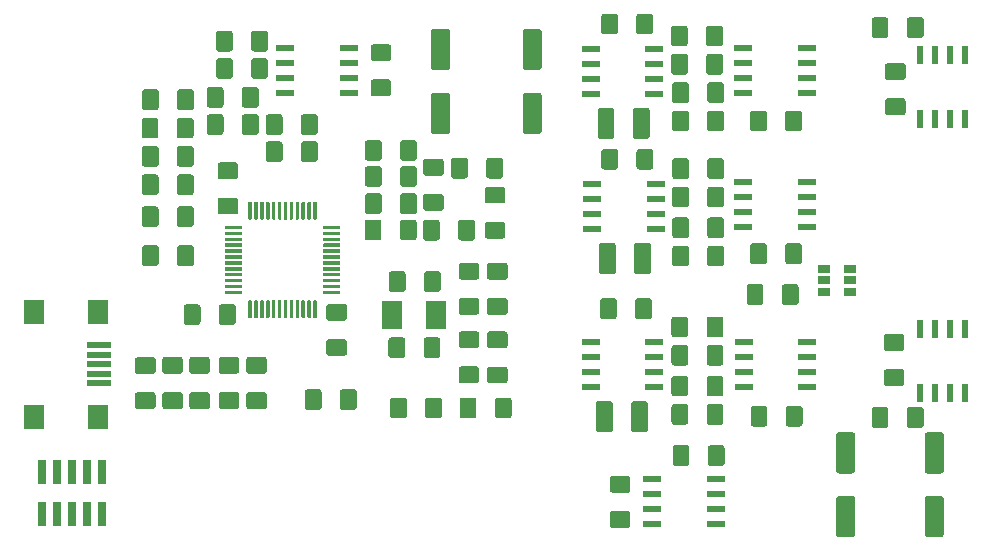
<source format=gtp>
G04 #@! TF.GenerationSoftware,KiCad,Pcbnew,(5.1.0)-1*
G04 #@! TF.CreationDate,2020-05-29T16:33:31+02:00*
G04 #@! TF.ProjectId,motortreiber,6d6f746f-7274-4726-9569-6265722e6b69,rev?*
G04 #@! TF.SameCoordinates,Original*
G04 #@! TF.FileFunction,Paste,Top*
G04 #@! TF.FilePolarity,Positive*
%FSLAX46Y46*%
G04 Gerber Fmt 4.6, Leading zero omitted, Abs format (unit mm)*
G04 Created by KiCad (PCBNEW (5.1.0)-1) date 2020-05-29 16:33:31*
%MOMM*%
%LPD*%
G04 APERTURE LIST*
%ADD10C,0.100000*%
%ADD11C,1.425000*%
%ADD12R,0.750000X2.100000*%
%ADD13R,1.700000X2.000000*%
%ADD14R,2.000000X0.500000*%
%ADD15R,1.550000X0.600000*%
%ADD16R,1.060000X0.650000*%
%ADD17R,1.700000X2.400000*%
%ADD18C,1.600000*%
%ADD19R,0.600000X1.550000*%
%ADD20C,0.300000*%
G04 APERTURE END LIST*
D10*
G36*
X195974504Y-104726204D02*
G01*
X195998773Y-104729804D01*
X196022571Y-104735765D01*
X196045671Y-104744030D01*
X196067849Y-104754520D01*
X196088893Y-104767133D01*
X196108598Y-104781747D01*
X196126777Y-104798223D01*
X196143253Y-104816402D01*
X196157867Y-104836107D01*
X196170480Y-104857151D01*
X196180970Y-104879329D01*
X196189235Y-104902429D01*
X196195196Y-104926227D01*
X196198796Y-104950496D01*
X196200000Y-104975000D01*
X196200000Y-106225000D01*
X196198796Y-106249504D01*
X196195196Y-106273773D01*
X196189235Y-106297571D01*
X196180970Y-106320671D01*
X196170480Y-106342849D01*
X196157867Y-106363893D01*
X196143253Y-106383598D01*
X196126777Y-106401777D01*
X196108598Y-106418253D01*
X196088893Y-106432867D01*
X196067849Y-106445480D01*
X196045671Y-106455970D01*
X196022571Y-106464235D01*
X195998773Y-106470196D01*
X195974504Y-106473796D01*
X195950000Y-106475000D01*
X195025000Y-106475000D01*
X195000496Y-106473796D01*
X194976227Y-106470196D01*
X194952429Y-106464235D01*
X194929329Y-106455970D01*
X194907151Y-106445480D01*
X194886107Y-106432867D01*
X194866402Y-106418253D01*
X194848223Y-106401777D01*
X194831747Y-106383598D01*
X194817133Y-106363893D01*
X194804520Y-106342849D01*
X194794030Y-106320671D01*
X194785765Y-106297571D01*
X194779804Y-106273773D01*
X194776204Y-106249504D01*
X194775000Y-106225000D01*
X194775000Y-104975000D01*
X194776204Y-104950496D01*
X194779804Y-104926227D01*
X194785765Y-104902429D01*
X194794030Y-104879329D01*
X194804520Y-104857151D01*
X194817133Y-104836107D01*
X194831747Y-104816402D01*
X194848223Y-104798223D01*
X194866402Y-104781747D01*
X194886107Y-104767133D01*
X194907151Y-104754520D01*
X194929329Y-104744030D01*
X194952429Y-104735765D01*
X194976227Y-104729804D01*
X195000496Y-104726204D01*
X195025000Y-104725000D01*
X195950000Y-104725000D01*
X195974504Y-104726204D01*
X195974504Y-104726204D01*
G37*
D11*
X195487500Y-105600000D03*
D10*
G36*
X192999504Y-104726204D02*
G01*
X193023773Y-104729804D01*
X193047571Y-104735765D01*
X193070671Y-104744030D01*
X193092849Y-104754520D01*
X193113893Y-104767133D01*
X193133598Y-104781747D01*
X193151777Y-104798223D01*
X193168253Y-104816402D01*
X193182867Y-104836107D01*
X193195480Y-104857151D01*
X193205970Y-104879329D01*
X193214235Y-104902429D01*
X193220196Y-104926227D01*
X193223796Y-104950496D01*
X193225000Y-104975000D01*
X193225000Y-106225000D01*
X193223796Y-106249504D01*
X193220196Y-106273773D01*
X193214235Y-106297571D01*
X193205970Y-106320671D01*
X193195480Y-106342849D01*
X193182867Y-106363893D01*
X193168253Y-106383598D01*
X193151777Y-106401777D01*
X193133598Y-106418253D01*
X193113893Y-106432867D01*
X193092849Y-106445480D01*
X193070671Y-106455970D01*
X193047571Y-106464235D01*
X193023773Y-106470196D01*
X192999504Y-106473796D01*
X192975000Y-106475000D01*
X192050000Y-106475000D01*
X192025496Y-106473796D01*
X192001227Y-106470196D01*
X191977429Y-106464235D01*
X191954329Y-106455970D01*
X191932151Y-106445480D01*
X191911107Y-106432867D01*
X191891402Y-106418253D01*
X191873223Y-106401777D01*
X191856747Y-106383598D01*
X191842133Y-106363893D01*
X191829520Y-106342849D01*
X191819030Y-106320671D01*
X191810765Y-106297571D01*
X191804804Y-106273773D01*
X191801204Y-106249504D01*
X191800000Y-106225000D01*
X191800000Y-104975000D01*
X191801204Y-104950496D01*
X191804804Y-104926227D01*
X191810765Y-104902429D01*
X191819030Y-104879329D01*
X191829520Y-104857151D01*
X191842133Y-104836107D01*
X191856747Y-104816402D01*
X191873223Y-104798223D01*
X191891402Y-104781747D01*
X191911107Y-104767133D01*
X191932151Y-104754520D01*
X191954329Y-104744030D01*
X191977429Y-104735765D01*
X192001227Y-104729804D01*
X192025496Y-104726204D01*
X192050000Y-104725000D01*
X192975000Y-104725000D01*
X192999504Y-104726204D01*
X192999504Y-104726204D01*
G37*
D11*
X192512500Y-105600000D03*
D10*
G36*
X195974504Y-71726204D02*
G01*
X195998773Y-71729804D01*
X196022571Y-71735765D01*
X196045671Y-71744030D01*
X196067849Y-71754520D01*
X196088893Y-71767133D01*
X196108598Y-71781747D01*
X196126777Y-71798223D01*
X196143253Y-71816402D01*
X196157867Y-71836107D01*
X196170480Y-71857151D01*
X196180970Y-71879329D01*
X196189235Y-71902429D01*
X196195196Y-71926227D01*
X196198796Y-71950496D01*
X196200000Y-71975000D01*
X196200000Y-73225000D01*
X196198796Y-73249504D01*
X196195196Y-73273773D01*
X196189235Y-73297571D01*
X196180970Y-73320671D01*
X196170480Y-73342849D01*
X196157867Y-73363893D01*
X196143253Y-73383598D01*
X196126777Y-73401777D01*
X196108598Y-73418253D01*
X196088893Y-73432867D01*
X196067849Y-73445480D01*
X196045671Y-73455970D01*
X196022571Y-73464235D01*
X195998773Y-73470196D01*
X195974504Y-73473796D01*
X195950000Y-73475000D01*
X195025000Y-73475000D01*
X195000496Y-73473796D01*
X194976227Y-73470196D01*
X194952429Y-73464235D01*
X194929329Y-73455970D01*
X194907151Y-73445480D01*
X194886107Y-73432867D01*
X194866402Y-73418253D01*
X194848223Y-73401777D01*
X194831747Y-73383598D01*
X194817133Y-73363893D01*
X194804520Y-73342849D01*
X194794030Y-73320671D01*
X194785765Y-73297571D01*
X194779804Y-73273773D01*
X194776204Y-73249504D01*
X194775000Y-73225000D01*
X194775000Y-71975000D01*
X194776204Y-71950496D01*
X194779804Y-71926227D01*
X194785765Y-71902429D01*
X194794030Y-71879329D01*
X194804520Y-71857151D01*
X194817133Y-71836107D01*
X194831747Y-71816402D01*
X194848223Y-71798223D01*
X194866402Y-71781747D01*
X194886107Y-71767133D01*
X194907151Y-71754520D01*
X194929329Y-71744030D01*
X194952429Y-71735765D01*
X194976227Y-71729804D01*
X195000496Y-71726204D01*
X195025000Y-71725000D01*
X195950000Y-71725000D01*
X195974504Y-71726204D01*
X195974504Y-71726204D01*
G37*
D11*
X195487500Y-72600000D03*
D10*
G36*
X192999504Y-71726204D02*
G01*
X193023773Y-71729804D01*
X193047571Y-71735765D01*
X193070671Y-71744030D01*
X193092849Y-71754520D01*
X193113893Y-71767133D01*
X193133598Y-71781747D01*
X193151777Y-71798223D01*
X193168253Y-71816402D01*
X193182867Y-71836107D01*
X193195480Y-71857151D01*
X193205970Y-71879329D01*
X193214235Y-71902429D01*
X193220196Y-71926227D01*
X193223796Y-71950496D01*
X193225000Y-71975000D01*
X193225000Y-73225000D01*
X193223796Y-73249504D01*
X193220196Y-73273773D01*
X193214235Y-73297571D01*
X193205970Y-73320671D01*
X193195480Y-73342849D01*
X193182867Y-73363893D01*
X193168253Y-73383598D01*
X193151777Y-73401777D01*
X193133598Y-73418253D01*
X193113893Y-73432867D01*
X193092849Y-73445480D01*
X193070671Y-73455970D01*
X193047571Y-73464235D01*
X193023773Y-73470196D01*
X192999504Y-73473796D01*
X192975000Y-73475000D01*
X192050000Y-73475000D01*
X192025496Y-73473796D01*
X192001227Y-73470196D01*
X191977429Y-73464235D01*
X191954329Y-73455970D01*
X191932151Y-73445480D01*
X191911107Y-73432867D01*
X191891402Y-73418253D01*
X191873223Y-73401777D01*
X191856747Y-73383598D01*
X191842133Y-73363893D01*
X191829520Y-73342849D01*
X191819030Y-73320671D01*
X191810765Y-73297571D01*
X191804804Y-73273773D01*
X191801204Y-73249504D01*
X191800000Y-73225000D01*
X191800000Y-71975000D01*
X191801204Y-71950496D01*
X191804804Y-71926227D01*
X191810765Y-71902429D01*
X191819030Y-71879329D01*
X191829520Y-71857151D01*
X191842133Y-71836107D01*
X191856747Y-71816402D01*
X191873223Y-71798223D01*
X191891402Y-71781747D01*
X191911107Y-71767133D01*
X191932151Y-71754520D01*
X191954329Y-71744030D01*
X191977429Y-71735765D01*
X192001227Y-71729804D01*
X192025496Y-71726204D01*
X192050000Y-71725000D01*
X192975000Y-71725000D01*
X192999504Y-71726204D01*
X192999504Y-71726204D01*
G37*
D11*
X192512500Y-72600000D03*
D12*
X126640000Y-113800000D03*
X126640000Y-110200000D03*
X125370000Y-113800000D03*
X125370000Y-110200000D03*
X124100000Y-113800000D03*
X124100000Y-110200000D03*
X122830000Y-113800000D03*
X122830000Y-110200000D03*
X121560000Y-113800000D03*
X121560000Y-110200000D03*
D13*
X120850000Y-105550000D03*
X126300000Y-105550000D03*
X120850000Y-96650000D03*
X126300000Y-96650000D03*
D14*
X126400000Y-102700000D03*
X126400000Y-101900000D03*
X126400000Y-101100000D03*
X126400000Y-100300000D03*
X126400000Y-99500000D03*
D10*
G36*
X150899504Y-74011204D02*
G01*
X150923773Y-74014804D01*
X150947571Y-74020765D01*
X150970671Y-74029030D01*
X150992849Y-74039520D01*
X151013893Y-74052133D01*
X151033598Y-74066747D01*
X151051777Y-74083223D01*
X151068253Y-74101402D01*
X151082867Y-74121107D01*
X151095480Y-74142151D01*
X151105970Y-74164329D01*
X151114235Y-74187429D01*
X151120196Y-74211227D01*
X151123796Y-74235496D01*
X151125000Y-74260000D01*
X151125000Y-75185000D01*
X151123796Y-75209504D01*
X151120196Y-75233773D01*
X151114235Y-75257571D01*
X151105970Y-75280671D01*
X151095480Y-75302849D01*
X151082867Y-75323893D01*
X151068253Y-75343598D01*
X151051777Y-75361777D01*
X151033598Y-75378253D01*
X151013893Y-75392867D01*
X150992849Y-75405480D01*
X150970671Y-75415970D01*
X150947571Y-75424235D01*
X150923773Y-75430196D01*
X150899504Y-75433796D01*
X150875000Y-75435000D01*
X149625000Y-75435000D01*
X149600496Y-75433796D01*
X149576227Y-75430196D01*
X149552429Y-75424235D01*
X149529329Y-75415970D01*
X149507151Y-75405480D01*
X149486107Y-75392867D01*
X149466402Y-75378253D01*
X149448223Y-75361777D01*
X149431747Y-75343598D01*
X149417133Y-75323893D01*
X149404520Y-75302849D01*
X149394030Y-75280671D01*
X149385765Y-75257571D01*
X149379804Y-75233773D01*
X149376204Y-75209504D01*
X149375000Y-75185000D01*
X149375000Y-74260000D01*
X149376204Y-74235496D01*
X149379804Y-74211227D01*
X149385765Y-74187429D01*
X149394030Y-74164329D01*
X149404520Y-74142151D01*
X149417133Y-74121107D01*
X149431747Y-74101402D01*
X149448223Y-74083223D01*
X149466402Y-74066747D01*
X149486107Y-74052133D01*
X149507151Y-74039520D01*
X149529329Y-74029030D01*
X149552429Y-74020765D01*
X149576227Y-74014804D01*
X149600496Y-74011204D01*
X149625000Y-74010000D01*
X150875000Y-74010000D01*
X150899504Y-74011204D01*
X150899504Y-74011204D01*
G37*
D11*
X150250000Y-74722500D03*
D10*
G36*
X150899504Y-76986204D02*
G01*
X150923773Y-76989804D01*
X150947571Y-76995765D01*
X150970671Y-77004030D01*
X150992849Y-77014520D01*
X151013893Y-77027133D01*
X151033598Y-77041747D01*
X151051777Y-77058223D01*
X151068253Y-77076402D01*
X151082867Y-77096107D01*
X151095480Y-77117151D01*
X151105970Y-77139329D01*
X151114235Y-77162429D01*
X151120196Y-77186227D01*
X151123796Y-77210496D01*
X151125000Y-77235000D01*
X151125000Y-78160000D01*
X151123796Y-78184504D01*
X151120196Y-78208773D01*
X151114235Y-78232571D01*
X151105970Y-78255671D01*
X151095480Y-78277849D01*
X151082867Y-78298893D01*
X151068253Y-78318598D01*
X151051777Y-78336777D01*
X151033598Y-78353253D01*
X151013893Y-78367867D01*
X150992849Y-78380480D01*
X150970671Y-78390970D01*
X150947571Y-78399235D01*
X150923773Y-78405196D01*
X150899504Y-78408796D01*
X150875000Y-78410000D01*
X149625000Y-78410000D01*
X149600496Y-78408796D01*
X149576227Y-78405196D01*
X149552429Y-78399235D01*
X149529329Y-78390970D01*
X149507151Y-78380480D01*
X149486107Y-78367867D01*
X149466402Y-78353253D01*
X149448223Y-78336777D01*
X149431747Y-78318598D01*
X149417133Y-78298893D01*
X149404520Y-78277849D01*
X149394030Y-78255671D01*
X149385765Y-78232571D01*
X149379804Y-78208773D01*
X149376204Y-78184504D01*
X149375000Y-78160000D01*
X149375000Y-77235000D01*
X149376204Y-77210496D01*
X149379804Y-77186227D01*
X149385765Y-77162429D01*
X149394030Y-77139329D01*
X149404520Y-77117151D01*
X149417133Y-77096107D01*
X149431747Y-77076402D01*
X149448223Y-77058223D01*
X149466402Y-77041747D01*
X149486107Y-77027133D01*
X149507151Y-77014520D01*
X149529329Y-77004030D01*
X149552429Y-76995765D01*
X149576227Y-76989804D01*
X149600496Y-76986204D01*
X149625000Y-76985000D01*
X150875000Y-76985000D01*
X150899504Y-76986204D01*
X150899504Y-76986204D01*
G37*
D11*
X150250000Y-77697500D03*
D15*
X142160000Y-78115000D03*
X142160000Y-76845000D03*
X142160000Y-75575000D03*
X142160000Y-74305000D03*
X147560000Y-74305000D03*
X147560000Y-75575000D03*
X147560000Y-76845000D03*
X147560000Y-78115000D03*
D10*
G36*
X152212004Y-103926204D02*
G01*
X152236273Y-103929804D01*
X152260071Y-103935765D01*
X152283171Y-103944030D01*
X152305349Y-103954520D01*
X152326393Y-103967133D01*
X152346098Y-103981747D01*
X152364277Y-103998223D01*
X152380753Y-104016402D01*
X152395367Y-104036107D01*
X152407980Y-104057151D01*
X152418470Y-104079329D01*
X152426735Y-104102429D01*
X152432696Y-104126227D01*
X152436296Y-104150496D01*
X152437500Y-104175000D01*
X152437500Y-105425000D01*
X152436296Y-105449504D01*
X152432696Y-105473773D01*
X152426735Y-105497571D01*
X152418470Y-105520671D01*
X152407980Y-105542849D01*
X152395367Y-105563893D01*
X152380753Y-105583598D01*
X152364277Y-105601777D01*
X152346098Y-105618253D01*
X152326393Y-105632867D01*
X152305349Y-105645480D01*
X152283171Y-105655970D01*
X152260071Y-105664235D01*
X152236273Y-105670196D01*
X152212004Y-105673796D01*
X152187500Y-105675000D01*
X151262500Y-105675000D01*
X151237996Y-105673796D01*
X151213727Y-105670196D01*
X151189929Y-105664235D01*
X151166829Y-105655970D01*
X151144651Y-105645480D01*
X151123607Y-105632867D01*
X151103902Y-105618253D01*
X151085723Y-105601777D01*
X151069247Y-105583598D01*
X151054633Y-105563893D01*
X151042020Y-105542849D01*
X151031530Y-105520671D01*
X151023265Y-105497571D01*
X151017304Y-105473773D01*
X151013704Y-105449504D01*
X151012500Y-105425000D01*
X151012500Y-104175000D01*
X151013704Y-104150496D01*
X151017304Y-104126227D01*
X151023265Y-104102429D01*
X151031530Y-104079329D01*
X151042020Y-104057151D01*
X151054633Y-104036107D01*
X151069247Y-104016402D01*
X151085723Y-103998223D01*
X151103902Y-103981747D01*
X151123607Y-103967133D01*
X151144651Y-103954520D01*
X151166829Y-103944030D01*
X151189929Y-103935765D01*
X151213727Y-103929804D01*
X151237996Y-103926204D01*
X151262500Y-103925000D01*
X152187500Y-103925000D01*
X152212004Y-103926204D01*
X152212004Y-103926204D01*
G37*
D11*
X151725000Y-104800000D03*
D10*
G36*
X155187004Y-103926204D02*
G01*
X155211273Y-103929804D01*
X155235071Y-103935765D01*
X155258171Y-103944030D01*
X155280349Y-103954520D01*
X155301393Y-103967133D01*
X155321098Y-103981747D01*
X155339277Y-103998223D01*
X155355753Y-104016402D01*
X155370367Y-104036107D01*
X155382980Y-104057151D01*
X155393470Y-104079329D01*
X155401735Y-104102429D01*
X155407696Y-104126227D01*
X155411296Y-104150496D01*
X155412500Y-104175000D01*
X155412500Y-105425000D01*
X155411296Y-105449504D01*
X155407696Y-105473773D01*
X155401735Y-105497571D01*
X155393470Y-105520671D01*
X155382980Y-105542849D01*
X155370367Y-105563893D01*
X155355753Y-105583598D01*
X155339277Y-105601777D01*
X155321098Y-105618253D01*
X155301393Y-105632867D01*
X155280349Y-105645480D01*
X155258171Y-105655970D01*
X155235071Y-105664235D01*
X155211273Y-105670196D01*
X155187004Y-105673796D01*
X155162500Y-105675000D01*
X154237500Y-105675000D01*
X154212996Y-105673796D01*
X154188727Y-105670196D01*
X154164929Y-105664235D01*
X154141829Y-105655970D01*
X154119651Y-105645480D01*
X154098607Y-105632867D01*
X154078902Y-105618253D01*
X154060723Y-105601777D01*
X154044247Y-105583598D01*
X154029633Y-105563893D01*
X154017020Y-105542849D01*
X154006530Y-105520671D01*
X153998265Y-105497571D01*
X153992304Y-105473773D01*
X153988704Y-105449504D01*
X153987500Y-105425000D01*
X153987500Y-104175000D01*
X153988704Y-104150496D01*
X153992304Y-104126227D01*
X153998265Y-104102429D01*
X154006530Y-104079329D01*
X154017020Y-104057151D01*
X154029633Y-104036107D01*
X154044247Y-104016402D01*
X154060723Y-103998223D01*
X154078902Y-103981747D01*
X154098607Y-103967133D01*
X154119651Y-103954520D01*
X154141829Y-103944030D01*
X154164929Y-103935765D01*
X154188727Y-103929804D01*
X154212996Y-103926204D01*
X154237500Y-103925000D01*
X155162500Y-103925000D01*
X155187004Y-103926204D01*
X155187004Y-103926204D01*
G37*
D11*
X154700000Y-104800000D03*
D10*
G36*
X161087004Y-103926204D02*
G01*
X161111273Y-103929804D01*
X161135071Y-103935765D01*
X161158171Y-103944030D01*
X161180349Y-103954520D01*
X161201393Y-103967133D01*
X161221098Y-103981747D01*
X161239277Y-103998223D01*
X161255753Y-104016402D01*
X161270367Y-104036107D01*
X161282980Y-104057151D01*
X161293470Y-104079329D01*
X161301735Y-104102429D01*
X161307696Y-104126227D01*
X161311296Y-104150496D01*
X161312500Y-104175000D01*
X161312500Y-105425000D01*
X161311296Y-105449504D01*
X161307696Y-105473773D01*
X161301735Y-105497571D01*
X161293470Y-105520671D01*
X161282980Y-105542849D01*
X161270367Y-105563893D01*
X161255753Y-105583598D01*
X161239277Y-105601777D01*
X161221098Y-105618253D01*
X161201393Y-105632867D01*
X161180349Y-105645480D01*
X161158171Y-105655970D01*
X161135071Y-105664235D01*
X161111273Y-105670196D01*
X161087004Y-105673796D01*
X161062500Y-105675000D01*
X160137500Y-105675000D01*
X160112996Y-105673796D01*
X160088727Y-105670196D01*
X160064929Y-105664235D01*
X160041829Y-105655970D01*
X160019651Y-105645480D01*
X159998607Y-105632867D01*
X159978902Y-105618253D01*
X159960723Y-105601777D01*
X159944247Y-105583598D01*
X159929633Y-105563893D01*
X159917020Y-105542849D01*
X159906530Y-105520671D01*
X159898265Y-105497571D01*
X159892304Y-105473773D01*
X159888704Y-105449504D01*
X159887500Y-105425000D01*
X159887500Y-104175000D01*
X159888704Y-104150496D01*
X159892304Y-104126227D01*
X159898265Y-104102429D01*
X159906530Y-104079329D01*
X159917020Y-104057151D01*
X159929633Y-104036107D01*
X159944247Y-104016402D01*
X159960723Y-103998223D01*
X159978902Y-103981747D01*
X159998607Y-103967133D01*
X160019651Y-103954520D01*
X160041829Y-103944030D01*
X160064929Y-103935765D01*
X160088727Y-103929804D01*
X160112996Y-103926204D01*
X160137500Y-103925000D01*
X161062500Y-103925000D01*
X161087004Y-103926204D01*
X161087004Y-103926204D01*
G37*
D11*
X160600000Y-104800000D03*
D10*
G36*
X158112004Y-103926204D02*
G01*
X158136273Y-103929804D01*
X158160071Y-103935765D01*
X158183171Y-103944030D01*
X158205349Y-103954520D01*
X158226393Y-103967133D01*
X158246098Y-103981747D01*
X158264277Y-103998223D01*
X158280753Y-104016402D01*
X158295367Y-104036107D01*
X158307980Y-104057151D01*
X158318470Y-104079329D01*
X158326735Y-104102429D01*
X158332696Y-104126227D01*
X158336296Y-104150496D01*
X158337500Y-104175000D01*
X158337500Y-105425000D01*
X158336296Y-105449504D01*
X158332696Y-105473773D01*
X158326735Y-105497571D01*
X158318470Y-105520671D01*
X158307980Y-105542849D01*
X158295367Y-105563893D01*
X158280753Y-105583598D01*
X158264277Y-105601777D01*
X158246098Y-105618253D01*
X158226393Y-105632867D01*
X158205349Y-105645480D01*
X158183171Y-105655970D01*
X158160071Y-105664235D01*
X158136273Y-105670196D01*
X158112004Y-105673796D01*
X158087500Y-105675000D01*
X157162500Y-105675000D01*
X157137996Y-105673796D01*
X157113727Y-105670196D01*
X157089929Y-105664235D01*
X157066829Y-105655970D01*
X157044651Y-105645480D01*
X157023607Y-105632867D01*
X157003902Y-105618253D01*
X156985723Y-105601777D01*
X156969247Y-105583598D01*
X156954633Y-105563893D01*
X156942020Y-105542849D01*
X156931530Y-105520671D01*
X156923265Y-105497571D01*
X156917304Y-105473773D01*
X156913704Y-105449504D01*
X156912500Y-105425000D01*
X156912500Y-104175000D01*
X156913704Y-104150496D01*
X156917304Y-104126227D01*
X156923265Y-104102429D01*
X156931530Y-104079329D01*
X156942020Y-104057151D01*
X156954633Y-104036107D01*
X156969247Y-104016402D01*
X156985723Y-103998223D01*
X157003902Y-103981747D01*
X157023607Y-103967133D01*
X157044651Y-103954520D01*
X157066829Y-103944030D01*
X157089929Y-103935765D01*
X157113727Y-103929804D01*
X157137996Y-103926204D01*
X157162500Y-103925000D01*
X158087500Y-103925000D01*
X158112004Y-103926204D01*
X158112004Y-103926204D01*
G37*
D11*
X157625000Y-104800000D03*
D10*
G36*
X153074504Y-86626204D02*
G01*
X153098773Y-86629804D01*
X153122571Y-86635765D01*
X153145671Y-86644030D01*
X153167849Y-86654520D01*
X153188893Y-86667133D01*
X153208598Y-86681747D01*
X153226777Y-86698223D01*
X153243253Y-86716402D01*
X153257867Y-86736107D01*
X153270480Y-86757151D01*
X153280970Y-86779329D01*
X153289235Y-86802429D01*
X153295196Y-86826227D01*
X153298796Y-86850496D01*
X153300000Y-86875000D01*
X153300000Y-88125000D01*
X153298796Y-88149504D01*
X153295196Y-88173773D01*
X153289235Y-88197571D01*
X153280970Y-88220671D01*
X153270480Y-88242849D01*
X153257867Y-88263893D01*
X153243253Y-88283598D01*
X153226777Y-88301777D01*
X153208598Y-88318253D01*
X153188893Y-88332867D01*
X153167849Y-88345480D01*
X153145671Y-88355970D01*
X153122571Y-88364235D01*
X153098773Y-88370196D01*
X153074504Y-88373796D01*
X153050000Y-88375000D01*
X152125000Y-88375000D01*
X152100496Y-88373796D01*
X152076227Y-88370196D01*
X152052429Y-88364235D01*
X152029329Y-88355970D01*
X152007151Y-88345480D01*
X151986107Y-88332867D01*
X151966402Y-88318253D01*
X151948223Y-88301777D01*
X151931747Y-88283598D01*
X151917133Y-88263893D01*
X151904520Y-88242849D01*
X151894030Y-88220671D01*
X151885765Y-88197571D01*
X151879804Y-88173773D01*
X151876204Y-88149504D01*
X151875000Y-88125000D01*
X151875000Y-86875000D01*
X151876204Y-86850496D01*
X151879804Y-86826227D01*
X151885765Y-86802429D01*
X151894030Y-86779329D01*
X151904520Y-86757151D01*
X151917133Y-86736107D01*
X151931747Y-86716402D01*
X151948223Y-86698223D01*
X151966402Y-86681747D01*
X151986107Y-86667133D01*
X152007151Y-86654520D01*
X152029329Y-86644030D01*
X152052429Y-86635765D01*
X152076227Y-86629804D01*
X152100496Y-86626204D01*
X152125000Y-86625000D01*
X153050000Y-86625000D01*
X153074504Y-86626204D01*
X153074504Y-86626204D01*
G37*
D11*
X152587500Y-87500000D03*
D10*
G36*
X150099504Y-86626204D02*
G01*
X150123773Y-86629804D01*
X150147571Y-86635765D01*
X150170671Y-86644030D01*
X150192849Y-86654520D01*
X150213893Y-86667133D01*
X150233598Y-86681747D01*
X150251777Y-86698223D01*
X150268253Y-86716402D01*
X150282867Y-86736107D01*
X150295480Y-86757151D01*
X150305970Y-86779329D01*
X150314235Y-86802429D01*
X150320196Y-86826227D01*
X150323796Y-86850496D01*
X150325000Y-86875000D01*
X150325000Y-88125000D01*
X150323796Y-88149504D01*
X150320196Y-88173773D01*
X150314235Y-88197571D01*
X150305970Y-88220671D01*
X150295480Y-88242849D01*
X150282867Y-88263893D01*
X150268253Y-88283598D01*
X150251777Y-88301777D01*
X150233598Y-88318253D01*
X150213893Y-88332867D01*
X150192849Y-88345480D01*
X150170671Y-88355970D01*
X150147571Y-88364235D01*
X150123773Y-88370196D01*
X150099504Y-88373796D01*
X150075000Y-88375000D01*
X149150000Y-88375000D01*
X149125496Y-88373796D01*
X149101227Y-88370196D01*
X149077429Y-88364235D01*
X149054329Y-88355970D01*
X149032151Y-88345480D01*
X149011107Y-88332867D01*
X148991402Y-88318253D01*
X148973223Y-88301777D01*
X148956747Y-88283598D01*
X148942133Y-88263893D01*
X148929520Y-88242849D01*
X148919030Y-88220671D01*
X148910765Y-88197571D01*
X148904804Y-88173773D01*
X148901204Y-88149504D01*
X148900000Y-88125000D01*
X148900000Y-86875000D01*
X148901204Y-86850496D01*
X148904804Y-86826227D01*
X148910765Y-86802429D01*
X148919030Y-86779329D01*
X148929520Y-86757151D01*
X148942133Y-86736107D01*
X148956747Y-86716402D01*
X148973223Y-86698223D01*
X148991402Y-86681747D01*
X149011107Y-86667133D01*
X149032151Y-86654520D01*
X149054329Y-86644030D01*
X149077429Y-86635765D01*
X149101227Y-86629804D01*
X149125496Y-86626204D01*
X149150000Y-86625000D01*
X150075000Y-86625000D01*
X150099504Y-86626204D01*
X150099504Y-86626204D01*
G37*
D11*
X149612500Y-87500000D03*
D16*
X187800000Y-94000000D03*
X187800000Y-94950000D03*
X187800000Y-93050000D03*
X190000000Y-93050000D03*
X190000000Y-94000000D03*
X190000000Y-94950000D03*
D10*
G36*
X185387004Y-94326204D02*
G01*
X185411273Y-94329804D01*
X185435071Y-94335765D01*
X185458171Y-94344030D01*
X185480349Y-94354520D01*
X185501393Y-94367133D01*
X185521098Y-94381747D01*
X185539277Y-94398223D01*
X185555753Y-94416402D01*
X185570367Y-94436107D01*
X185582980Y-94457151D01*
X185593470Y-94479329D01*
X185601735Y-94502429D01*
X185607696Y-94526227D01*
X185611296Y-94550496D01*
X185612500Y-94575000D01*
X185612500Y-95825000D01*
X185611296Y-95849504D01*
X185607696Y-95873773D01*
X185601735Y-95897571D01*
X185593470Y-95920671D01*
X185582980Y-95942849D01*
X185570367Y-95963893D01*
X185555753Y-95983598D01*
X185539277Y-96001777D01*
X185521098Y-96018253D01*
X185501393Y-96032867D01*
X185480349Y-96045480D01*
X185458171Y-96055970D01*
X185435071Y-96064235D01*
X185411273Y-96070196D01*
X185387004Y-96073796D01*
X185362500Y-96075000D01*
X184437500Y-96075000D01*
X184412996Y-96073796D01*
X184388727Y-96070196D01*
X184364929Y-96064235D01*
X184341829Y-96055970D01*
X184319651Y-96045480D01*
X184298607Y-96032867D01*
X184278902Y-96018253D01*
X184260723Y-96001777D01*
X184244247Y-95983598D01*
X184229633Y-95963893D01*
X184217020Y-95942849D01*
X184206530Y-95920671D01*
X184198265Y-95897571D01*
X184192304Y-95873773D01*
X184188704Y-95849504D01*
X184187500Y-95825000D01*
X184187500Y-94575000D01*
X184188704Y-94550496D01*
X184192304Y-94526227D01*
X184198265Y-94502429D01*
X184206530Y-94479329D01*
X184217020Y-94457151D01*
X184229633Y-94436107D01*
X184244247Y-94416402D01*
X184260723Y-94398223D01*
X184278902Y-94381747D01*
X184298607Y-94367133D01*
X184319651Y-94354520D01*
X184341829Y-94344030D01*
X184364929Y-94335765D01*
X184388727Y-94329804D01*
X184412996Y-94326204D01*
X184437500Y-94325000D01*
X185362500Y-94325000D01*
X185387004Y-94326204D01*
X185387004Y-94326204D01*
G37*
D11*
X184900000Y-95200000D03*
D10*
G36*
X182412004Y-94326204D02*
G01*
X182436273Y-94329804D01*
X182460071Y-94335765D01*
X182483171Y-94344030D01*
X182505349Y-94354520D01*
X182526393Y-94367133D01*
X182546098Y-94381747D01*
X182564277Y-94398223D01*
X182580753Y-94416402D01*
X182595367Y-94436107D01*
X182607980Y-94457151D01*
X182618470Y-94479329D01*
X182626735Y-94502429D01*
X182632696Y-94526227D01*
X182636296Y-94550496D01*
X182637500Y-94575000D01*
X182637500Y-95825000D01*
X182636296Y-95849504D01*
X182632696Y-95873773D01*
X182626735Y-95897571D01*
X182618470Y-95920671D01*
X182607980Y-95942849D01*
X182595367Y-95963893D01*
X182580753Y-95983598D01*
X182564277Y-96001777D01*
X182546098Y-96018253D01*
X182526393Y-96032867D01*
X182505349Y-96045480D01*
X182483171Y-96055970D01*
X182460071Y-96064235D01*
X182436273Y-96070196D01*
X182412004Y-96073796D01*
X182387500Y-96075000D01*
X181462500Y-96075000D01*
X181437996Y-96073796D01*
X181413727Y-96070196D01*
X181389929Y-96064235D01*
X181366829Y-96055970D01*
X181344651Y-96045480D01*
X181323607Y-96032867D01*
X181303902Y-96018253D01*
X181285723Y-96001777D01*
X181269247Y-95983598D01*
X181254633Y-95963893D01*
X181242020Y-95942849D01*
X181231530Y-95920671D01*
X181223265Y-95897571D01*
X181217304Y-95873773D01*
X181213704Y-95849504D01*
X181212500Y-95825000D01*
X181212500Y-94575000D01*
X181213704Y-94550496D01*
X181217304Y-94526227D01*
X181223265Y-94502429D01*
X181231530Y-94479329D01*
X181242020Y-94457151D01*
X181254633Y-94436107D01*
X181269247Y-94416402D01*
X181285723Y-94398223D01*
X181303902Y-94381747D01*
X181323607Y-94367133D01*
X181344651Y-94354520D01*
X181366829Y-94344030D01*
X181389929Y-94335765D01*
X181413727Y-94329804D01*
X181437996Y-94326204D01*
X181462500Y-94325000D01*
X182387500Y-94325000D01*
X182412004Y-94326204D01*
X182412004Y-94326204D01*
G37*
D11*
X181925000Y-95200000D03*
D10*
G36*
X144674504Y-79926204D02*
G01*
X144698773Y-79929804D01*
X144722571Y-79935765D01*
X144745671Y-79944030D01*
X144767849Y-79954520D01*
X144788893Y-79967133D01*
X144808598Y-79981747D01*
X144826777Y-79998223D01*
X144843253Y-80016402D01*
X144857867Y-80036107D01*
X144870480Y-80057151D01*
X144880970Y-80079329D01*
X144889235Y-80102429D01*
X144895196Y-80126227D01*
X144898796Y-80150496D01*
X144900000Y-80175000D01*
X144900000Y-81425000D01*
X144898796Y-81449504D01*
X144895196Y-81473773D01*
X144889235Y-81497571D01*
X144880970Y-81520671D01*
X144870480Y-81542849D01*
X144857867Y-81563893D01*
X144843253Y-81583598D01*
X144826777Y-81601777D01*
X144808598Y-81618253D01*
X144788893Y-81632867D01*
X144767849Y-81645480D01*
X144745671Y-81655970D01*
X144722571Y-81664235D01*
X144698773Y-81670196D01*
X144674504Y-81673796D01*
X144650000Y-81675000D01*
X143725000Y-81675000D01*
X143700496Y-81673796D01*
X143676227Y-81670196D01*
X143652429Y-81664235D01*
X143629329Y-81655970D01*
X143607151Y-81645480D01*
X143586107Y-81632867D01*
X143566402Y-81618253D01*
X143548223Y-81601777D01*
X143531747Y-81583598D01*
X143517133Y-81563893D01*
X143504520Y-81542849D01*
X143494030Y-81520671D01*
X143485765Y-81497571D01*
X143479804Y-81473773D01*
X143476204Y-81449504D01*
X143475000Y-81425000D01*
X143475000Y-80175000D01*
X143476204Y-80150496D01*
X143479804Y-80126227D01*
X143485765Y-80102429D01*
X143494030Y-80079329D01*
X143504520Y-80057151D01*
X143517133Y-80036107D01*
X143531747Y-80016402D01*
X143548223Y-79998223D01*
X143566402Y-79981747D01*
X143586107Y-79967133D01*
X143607151Y-79954520D01*
X143629329Y-79944030D01*
X143652429Y-79935765D01*
X143676227Y-79929804D01*
X143700496Y-79926204D01*
X143725000Y-79925000D01*
X144650000Y-79925000D01*
X144674504Y-79926204D01*
X144674504Y-79926204D01*
G37*
D11*
X144187500Y-80800000D03*
D10*
G36*
X141699504Y-79926204D02*
G01*
X141723773Y-79929804D01*
X141747571Y-79935765D01*
X141770671Y-79944030D01*
X141792849Y-79954520D01*
X141813893Y-79967133D01*
X141833598Y-79981747D01*
X141851777Y-79998223D01*
X141868253Y-80016402D01*
X141882867Y-80036107D01*
X141895480Y-80057151D01*
X141905970Y-80079329D01*
X141914235Y-80102429D01*
X141920196Y-80126227D01*
X141923796Y-80150496D01*
X141925000Y-80175000D01*
X141925000Y-81425000D01*
X141923796Y-81449504D01*
X141920196Y-81473773D01*
X141914235Y-81497571D01*
X141905970Y-81520671D01*
X141895480Y-81542849D01*
X141882867Y-81563893D01*
X141868253Y-81583598D01*
X141851777Y-81601777D01*
X141833598Y-81618253D01*
X141813893Y-81632867D01*
X141792849Y-81645480D01*
X141770671Y-81655970D01*
X141747571Y-81664235D01*
X141723773Y-81670196D01*
X141699504Y-81673796D01*
X141675000Y-81675000D01*
X140750000Y-81675000D01*
X140725496Y-81673796D01*
X140701227Y-81670196D01*
X140677429Y-81664235D01*
X140654329Y-81655970D01*
X140632151Y-81645480D01*
X140611107Y-81632867D01*
X140591402Y-81618253D01*
X140573223Y-81601777D01*
X140556747Y-81583598D01*
X140542133Y-81563893D01*
X140529520Y-81542849D01*
X140519030Y-81520671D01*
X140510765Y-81497571D01*
X140504804Y-81473773D01*
X140501204Y-81449504D01*
X140500000Y-81425000D01*
X140500000Y-80175000D01*
X140501204Y-80150496D01*
X140504804Y-80126227D01*
X140510765Y-80102429D01*
X140519030Y-80079329D01*
X140529520Y-80057151D01*
X140542133Y-80036107D01*
X140556747Y-80016402D01*
X140573223Y-79998223D01*
X140591402Y-79981747D01*
X140611107Y-79967133D01*
X140632151Y-79954520D01*
X140654329Y-79944030D01*
X140677429Y-79935765D01*
X140701227Y-79929804D01*
X140725496Y-79926204D01*
X140750000Y-79925000D01*
X141675000Y-79925000D01*
X141699504Y-79926204D01*
X141699504Y-79926204D01*
G37*
D11*
X141212500Y-80800000D03*
D10*
G36*
X139674504Y-79926204D02*
G01*
X139698773Y-79929804D01*
X139722571Y-79935765D01*
X139745671Y-79944030D01*
X139767849Y-79954520D01*
X139788893Y-79967133D01*
X139808598Y-79981747D01*
X139826777Y-79998223D01*
X139843253Y-80016402D01*
X139857867Y-80036107D01*
X139870480Y-80057151D01*
X139880970Y-80079329D01*
X139889235Y-80102429D01*
X139895196Y-80126227D01*
X139898796Y-80150496D01*
X139900000Y-80175000D01*
X139900000Y-81425000D01*
X139898796Y-81449504D01*
X139895196Y-81473773D01*
X139889235Y-81497571D01*
X139880970Y-81520671D01*
X139870480Y-81542849D01*
X139857867Y-81563893D01*
X139843253Y-81583598D01*
X139826777Y-81601777D01*
X139808598Y-81618253D01*
X139788893Y-81632867D01*
X139767849Y-81645480D01*
X139745671Y-81655970D01*
X139722571Y-81664235D01*
X139698773Y-81670196D01*
X139674504Y-81673796D01*
X139650000Y-81675000D01*
X138725000Y-81675000D01*
X138700496Y-81673796D01*
X138676227Y-81670196D01*
X138652429Y-81664235D01*
X138629329Y-81655970D01*
X138607151Y-81645480D01*
X138586107Y-81632867D01*
X138566402Y-81618253D01*
X138548223Y-81601777D01*
X138531747Y-81583598D01*
X138517133Y-81563893D01*
X138504520Y-81542849D01*
X138494030Y-81520671D01*
X138485765Y-81497571D01*
X138479804Y-81473773D01*
X138476204Y-81449504D01*
X138475000Y-81425000D01*
X138475000Y-80175000D01*
X138476204Y-80150496D01*
X138479804Y-80126227D01*
X138485765Y-80102429D01*
X138494030Y-80079329D01*
X138504520Y-80057151D01*
X138517133Y-80036107D01*
X138531747Y-80016402D01*
X138548223Y-79998223D01*
X138566402Y-79981747D01*
X138586107Y-79967133D01*
X138607151Y-79954520D01*
X138629329Y-79944030D01*
X138652429Y-79935765D01*
X138676227Y-79929804D01*
X138700496Y-79926204D01*
X138725000Y-79925000D01*
X139650000Y-79925000D01*
X139674504Y-79926204D01*
X139674504Y-79926204D01*
G37*
D11*
X139187500Y-80800000D03*
D10*
G36*
X136699504Y-79926204D02*
G01*
X136723773Y-79929804D01*
X136747571Y-79935765D01*
X136770671Y-79944030D01*
X136792849Y-79954520D01*
X136813893Y-79967133D01*
X136833598Y-79981747D01*
X136851777Y-79998223D01*
X136868253Y-80016402D01*
X136882867Y-80036107D01*
X136895480Y-80057151D01*
X136905970Y-80079329D01*
X136914235Y-80102429D01*
X136920196Y-80126227D01*
X136923796Y-80150496D01*
X136925000Y-80175000D01*
X136925000Y-81425000D01*
X136923796Y-81449504D01*
X136920196Y-81473773D01*
X136914235Y-81497571D01*
X136905970Y-81520671D01*
X136895480Y-81542849D01*
X136882867Y-81563893D01*
X136868253Y-81583598D01*
X136851777Y-81601777D01*
X136833598Y-81618253D01*
X136813893Y-81632867D01*
X136792849Y-81645480D01*
X136770671Y-81655970D01*
X136747571Y-81664235D01*
X136723773Y-81670196D01*
X136699504Y-81673796D01*
X136675000Y-81675000D01*
X135750000Y-81675000D01*
X135725496Y-81673796D01*
X135701227Y-81670196D01*
X135677429Y-81664235D01*
X135654329Y-81655970D01*
X135632151Y-81645480D01*
X135611107Y-81632867D01*
X135591402Y-81618253D01*
X135573223Y-81601777D01*
X135556747Y-81583598D01*
X135542133Y-81563893D01*
X135529520Y-81542849D01*
X135519030Y-81520671D01*
X135510765Y-81497571D01*
X135504804Y-81473773D01*
X135501204Y-81449504D01*
X135500000Y-81425000D01*
X135500000Y-80175000D01*
X135501204Y-80150496D01*
X135504804Y-80126227D01*
X135510765Y-80102429D01*
X135519030Y-80079329D01*
X135529520Y-80057151D01*
X135542133Y-80036107D01*
X135556747Y-80016402D01*
X135573223Y-79998223D01*
X135591402Y-79981747D01*
X135611107Y-79967133D01*
X135632151Y-79954520D01*
X135654329Y-79944030D01*
X135677429Y-79935765D01*
X135701227Y-79929804D01*
X135725496Y-79926204D01*
X135750000Y-79925000D01*
X136675000Y-79925000D01*
X136699504Y-79926204D01*
X136699504Y-79926204D01*
G37*
D11*
X136212500Y-80800000D03*
D10*
G36*
X144674504Y-82226204D02*
G01*
X144698773Y-82229804D01*
X144722571Y-82235765D01*
X144745671Y-82244030D01*
X144767849Y-82254520D01*
X144788893Y-82267133D01*
X144808598Y-82281747D01*
X144826777Y-82298223D01*
X144843253Y-82316402D01*
X144857867Y-82336107D01*
X144870480Y-82357151D01*
X144880970Y-82379329D01*
X144889235Y-82402429D01*
X144895196Y-82426227D01*
X144898796Y-82450496D01*
X144900000Y-82475000D01*
X144900000Y-83725000D01*
X144898796Y-83749504D01*
X144895196Y-83773773D01*
X144889235Y-83797571D01*
X144880970Y-83820671D01*
X144870480Y-83842849D01*
X144857867Y-83863893D01*
X144843253Y-83883598D01*
X144826777Y-83901777D01*
X144808598Y-83918253D01*
X144788893Y-83932867D01*
X144767849Y-83945480D01*
X144745671Y-83955970D01*
X144722571Y-83964235D01*
X144698773Y-83970196D01*
X144674504Y-83973796D01*
X144650000Y-83975000D01*
X143725000Y-83975000D01*
X143700496Y-83973796D01*
X143676227Y-83970196D01*
X143652429Y-83964235D01*
X143629329Y-83955970D01*
X143607151Y-83945480D01*
X143586107Y-83932867D01*
X143566402Y-83918253D01*
X143548223Y-83901777D01*
X143531747Y-83883598D01*
X143517133Y-83863893D01*
X143504520Y-83842849D01*
X143494030Y-83820671D01*
X143485765Y-83797571D01*
X143479804Y-83773773D01*
X143476204Y-83749504D01*
X143475000Y-83725000D01*
X143475000Y-82475000D01*
X143476204Y-82450496D01*
X143479804Y-82426227D01*
X143485765Y-82402429D01*
X143494030Y-82379329D01*
X143504520Y-82357151D01*
X143517133Y-82336107D01*
X143531747Y-82316402D01*
X143548223Y-82298223D01*
X143566402Y-82281747D01*
X143586107Y-82267133D01*
X143607151Y-82254520D01*
X143629329Y-82244030D01*
X143652429Y-82235765D01*
X143676227Y-82229804D01*
X143700496Y-82226204D01*
X143725000Y-82225000D01*
X144650000Y-82225000D01*
X144674504Y-82226204D01*
X144674504Y-82226204D01*
G37*
D11*
X144187500Y-83100000D03*
D10*
G36*
X141699504Y-82226204D02*
G01*
X141723773Y-82229804D01*
X141747571Y-82235765D01*
X141770671Y-82244030D01*
X141792849Y-82254520D01*
X141813893Y-82267133D01*
X141833598Y-82281747D01*
X141851777Y-82298223D01*
X141868253Y-82316402D01*
X141882867Y-82336107D01*
X141895480Y-82357151D01*
X141905970Y-82379329D01*
X141914235Y-82402429D01*
X141920196Y-82426227D01*
X141923796Y-82450496D01*
X141925000Y-82475000D01*
X141925000Y-83725000D01*
X141923796Y-83749504D01*
X141920196Y-83773773D01*
X141914235Y-83797571D01*
X141905970Y-83820671D01*
X141895480Y-83842849D01*
X141882867Y-83863893D01*
X141868253Y-83883598D01*
X141851777Y-83901777D01*
X141833598Y-83918253D01*
X141813893Y-83932867D01*
X141792849Y-83945480D01*
X141770671Y-83955970D01*
X141747571Y-83964235D01*
X141723773Y-83970196D01*
X141699504Y-83973796D01*
X141675000Y-83975000D01*
X140750000Y-83975000D01*
X140725496Y-83973796D01*
X140701227Y-83970196D01*
X140677429Y-83964235D01*
X140654329Y-83955970D01*
X140632151Y-83945480D01*
X140611107Y-83932867D01*
X140591402Y-83918253D01*
X140573223Y-83901777D01*
X140556747Y-83883598D01*
X140542133Y-83863893D01*
X140529520Y-83842849D01*
X140519030Y-83820671D01*
X140510765Y-83797571D01*
X140504804Y-83773773D01*
X140501204Y-83749504D01*
X140500000Y-83725000D01*
X140500000Y-82475000D01*
X140501204Y-82450496D01*
X140504804Y-82426227D01*
X140510765Y-82402429D01*
X140519030Y-82379329D01*
X140529520Y-82357151D01*
X140542133Y-82336107D01*
X140556747Y-82316402D01*
X140573223Y-82298223D01*
X140591402Y-82281747D01*
X140611107Y-82267133D01*
X140632151Y-82254520D01*
X140654329Y-82244030D01*
X140677429Y-82235765D01*
X140701227Y-82229804D01*
X140725496Y-82226204D01*
X140750000Y-82225000D01*
X141675000Y-82225000D01*
X141699504Y-82226204D01*
X141699504Y-82226204D01*
G37*
D11*
X141212500Y-83100000D03*
D17*
X151200000Y-96900000D03*
X154900000Y-96900000D03*
D10*
G36*
X131199504Y-82626204D02*
G01*
X131223773Y-82629804D01*
X131247571Y-82635765D01*
X131270671Y-82644030D01*
X131292849Y-82654520D01*
X131313893Y-82667133D01*
X131333598Y-82681747D01*
X131351777Y-82698223D01*
X131368253Y-82716402D01*
X131382867Y-82736107D01*
X131395480Y-82757151D01*
X131405970Y-82779329D01*
X131414235Y-82802429D01*
X131420196Y-82826227D01*
X131423796Y-82850496D01*
X131425000Y-82875000D01*
X131425000Y-84125000D01*
X131423796Y-84149504D01*
X131420196Y-84173773D01*
X131414235Y-84197571D01*
X131405970Y-84220671D01*
X131395480Y-84242849D01*
X131382867Y-84263893D01*
X131368253Y-84283598D01*
X131351777Y-84301777D01*
X131333598Y-84318253D01*
X131313893Y-84332867D01*
X131292849Y-84345480D01*
X131270671Y-84355970D01*
X131247571Y-84364235D01*
X131223773Y-84370196D01*
X131199504Y-84373796D01*
X131175000Y-84375000D01*
X130250000Y-84375000D01*
X130225496Y-84373796D01*
X130201227Y-84370196D01*
X130177429Y-84364235D01*
X130154329Y-84355970D01*
X130132151Y-84345480D01*
X130111107Y-84332867D01*
X130091402Y-84318253D01*
X130073223Y-84301777D01*
X130056747Y-84283598D01*
X130042133Y-84263893D01*
X130029520Y-84242849D01*
X130019030Y-84220671D01*
X130010765Y-84197571D01*
X130004804Y-84173773D01*
X130001204Y-84149504D01*
X130000000Y-84125000D01*
X130000000Y-82875000D01*
X130001204Y-82850496D01*
X130004804Y-82826227D01*
X130010765Y-82802429D01*
X130019030Y-82779329D01*
X130029520Y-82757151D01*
X130042133Y-82736107D01*
X130056747Y-82716402D01*
X130073223Y-82698223D01*
X130091402Y-82681747D01*
X130111107Y-82667133D01*
X130132151Y-82654520D01*
X130154329Y-82644030D01*
X130177429Y-82635765D01*
X130201227Y-82629804D01*
X130225496Y-82626204D01*
X130250000Y-82625000D01*
X131175000Y-82625000D01*
X131199504Y-82626204D01*
X131199504Y-82626204D01*
G37*
D11*
X130712500Y-83500000D03*
D10*
G36*
X134174504Y-82626204D02*
G01*
X134198773Y-82629804D01*
X134222571Y-82635765D01*
X134245671Y-82644030D01*
X134267849Y-82654520D01*
X134288893Y-82667133D01*
X134308598Y-82681747D01*
X134326777Y-82698223D01*
X134343253Y-82716402D01*
X134357867Y-82736107D01*
X134370480Y-82757151D01*
X134380970Y-82779329D01*
X134389235Y-82802429D01*
X134395196Y-82826227D01*
X134398796Y-82850496D01*
X134400000Y-82875000D01*
X134400000Y-84125000D01*
X134398796Y-84149504D01*
X134395196Y-84173773D01*
X134389235Y-84197571D01*
X134380970Y-84220671D01*
X134370480Y-84242849D01*
X134357867Y-84263893D01*
X134343253Y-84283598D01*
X134326777Y-84301777D01*
X134308598Y-84318253D01*
X134288893Y-84332867D01*
X134267849Y-84345480D01*
X134245671Y-84355970D01*
X134222571Y-84364235D01*
X134198773Y-84370196D01*
X134174504Y-84373796D01*
X134150000Y-84375000D01*
X133225000Y-84375000D01*
X133200496Y-84373796D01*
X133176227Y-84370196D01*
X133152429Y-84364235D01*
X133129329Y-84355970D01*
X133107151Y-84345480D01*
X133086107Y-84332867D01*
X133066402Y-84318253D01*
X133048223Y-84301777D01*
X133031747Y-84283598D01*
X133017133Y-84263893D01*
X133004520Y-84242849D01*
X132994030Y-84220671D01*
X132985765Y-84197571D01*
X132979804Y-84173773D01*
X132976204Y-84149504D01*
X132975000Y-84125000D01*
X132975000Y-82875000D01*
X132976204Y-82850496D01*
X132979804Y-82826227D01*
X132985765Y-82802429D01*
X132994030Y-82779329D01*
X133004520Y-82757151D01*
X133017133Y-82736107D01*
X133031747Y-82716402D01*
X133048223Y-82698223D01*
X133066402Y-82681747D01*
X133086107Y-82667133D01*
X133107151Y-82654520D01*
X133129329Y-82644030D01*
X133152429Y-82635765D01*
X133176227Y-82629804D01*
X133200496Y-82626204D01*
X133225000Y-82625000D01*
X134150000Y-82625000D01*
X134174504Y-82626204D01*
X134174504Y-82626204D01*
G37*
D11*
X133687500Y-83500000D03*
D10*
G36*
X134187004Y-77826204D02*
G01*
X134211273Y-77829804D01*
X134235071Y-77835765D01*
X134258171Y-77844030D01*
X134280349Y-77854520D01*
X134301393Y-77867133D01*
X134321098Y-77881747D01*
X134339277Y-77898223D01*
X134355753Y-77916402D01*
X134370367Y-77936107D01*
X134382980Y-77957151D01*
X134393470Y-77979329D01*
X134401735Y-78002429D01*
X134407696Y-78026227D01*
X134411296Y-78050496D01*
X134412500Y-78075000D01*
X134412500Y-79325000D01*
X134411296Y-79349504D01*
X134407696Y-79373773D01*
X134401735Y-79397571D01*
X134393470Y-79420671D01*
X134382980Y-79442849D01*
X134370367Y-79463893D01*
X134355753Y-79483598D01*
X134339277Y-79501777D01*
X134321098Y-79518253D01*
X134301393Y-79532867D01*
X134280349Y-79545480D01*
X134258171Y-79555970D01*
X134235071Y-79564235D01*
X134211273Y-79570196D01*
X134187004Y-79573796D01*
X134162500Y-79575000D01*
X133237500Y-79575000D01*
X133212996Y-79573796D01*
X133188727Y-79570196D01*
X133164929Y-79564235D01*
X133141829Y-79555970D01*
X133119651Y-79545480D01*
X133098607Y-79532867D01*
X133078902Y-79518253D01*
X133060723Y-79501777D01*
X133044247Y-79483598D01*
X133029633Y-79463893D01*
X133017020Y-79442849D01*
X133006530Y-79420671D01*
X132998265Y-79397571D01*
X132992304Y-79373773D01*
X132988704Y-79349504D01*
X132987500Y-79325000D01*
X132987500Y-78075000D01*
X132988704Y-78050496D01*
X132992304Y-78026227D01*
X132998265Y-78002429D01*
X133006530Y-77979329D01*
X133017020Y-77957151D01*
X133029633Y-77936107D01*
X133044247Y-77916402D01*
X133060723Y-77898223D01*
X133078902Y-77881747D01*
X133098607Y-77867133D01*
X133119651Y-77854520D01*
X133141829Y-77844030D01*
X133164929Y-77835765D01*
X133188727Y-77829804D01*
X133212996Y-77826204D01*
X133237500Y-77825000D01*
X134162500Y-77825000D01*
X134187004Y-77826204D01*
X134187004Y-77826204D01*
G37*
D11*
X133700000Y-78700000D03*
D10*
G36*
X131212004Y-77826204D02*
G01*
X131236273Y-77829804D01*
X131260071Y-77835765D01*
X131283171Y-77844030D01*
X131305349Y-77854520D01*
X131326393Y-77867133D01*
X131346098Y-77881747D01*
X131364277Y-77898223D01*
X131380753Y-77916402D01*
X131395367Y-77936107D01*
X131407980Y-77957151D01*
X131418470Y-77979329D01*
X131426735Y-78002429D01*
X131432696Y-78026227D01*
X131436296Y-78050496D01*
X131437500Y-78075000D01*
X131437500Y-79325000D01*
X131436296Y-79349504D01*
X131432696Y-79373773D01*
X131426735Y-79397571D01*
X131418470Y-79420671D01*
X131407980Y-79442849D01*
X131395367Y-79463893D01*
X131380753Y-79483598D01*
X131364277Y-79501777D01*
X131346098Y-79518253D01*
X131326393Y-79532867D01*
X131305349Y-79545480D01*
X131283171Y-79555970D01*
X131260071Y-79564235D01*
X131236273Y-79570196D01*
X131212004Y-79573796D01*
X131187500Y-79575000D01*
X130262500Y-79575000D01*
X130237996Y-79573796D01*
X130213727Y-79570196D01*
X130189929Y-79564235D01*
X130166829Y-79555970D01*
X130144651Y-79545480D01*
X130123607Y-79532867D01*
X130103902Y-79518253D01*
X130085723Y-79501777D01*
X130069247Y-79483598D01*
X130054633Y-79463893D01*
X130042020Y-79442849D01*
X130031530Y-79420671D01*
X130023265Y-79397571D01*
X130017304Y-79373773D01*
X130013704Y-79349504D01*
X130012500Y-79325000D01*
X130012500Y-78075000D01*
X130013704Y-78050496D01*
X130017304Y-78026227D01*
X130023265Y-78002429D01*
X130031530Y-77979329D01*
X130042020Y-77957151D01*
X130054633Y-77936107D01*
X130069247Y-77916402D01*
X130085723Y-77898223D01*
X130103902Y-77881747D01*
X130123607Y-77867133D01*
X130144651Y-77854520D01*
X130166829Y-77844030D01*
X130189929Y-77835765D01*
X130213727Y-77829804D01*
X130237996Y-77826204D01*
X130262500Y-77825000D01*
X131187500Y-77825000D01*
X131212004Y-77826204D01*
X131212004Y-77826204D01*
G37*
D11*
X130725000Y-78700000D03*
D10*
G36*
X131199504Y-85026204D02*
G01*
X131223773Y-85029804D01*
X131247571Y-85035765D01*
X131270671Y-85044030D01*
X131292849Y-85054520D01*
X131313893Y-85067133D01*
X131333598Y-85081747D01*
X131351777Y-85098223D01*
X131368253Y-85116402D01*
X131382867Y-85136107D01*
X131395480Y-85157151D01*
X131405970Y-85179329D01*
X131414235Y-85202429D01*
X131420196Y-85226227D01*
X131423796Y-85250496D01*
X131425000Y-85275000D01*
X131425000Y-86525000D01*
X131423796Y-86549504D01*
X131420196Y-86573773D01*
X131414235Y-86597571D01*
X131405970Y-86620671D01*
X131395480Y-86642849D01*
X131382867Y-86663893D01*
X131368253Y-86683598D01*
X131351777Y-86701777D01*
X131333598Y-86718253D01*
X131313893Y-86732867D01*
X131292849Y-86745480D01*
X131270671Y-86755970D01*
X131247571Y-86764235D01*
X131223773Y-86770196D01*
X131199504Y-86773796D01*
X131175000Y-86775000D01*
X130250000Y-86775000D01*
X130225496Y-86773796D01*
X130201227Y-86770196D01*
X130177429Y-86764235D01*
X130154329Y-86755970D01*
X130132151Y-86745480D01*
X130111107Y-86732867D01*
X130091402Y-86718253D01*
X130073223Y-86701777D01*
X130056747Y-86683598D01*
X130042133Y-86663893D01*
X130029520Y-86642849D01*
X130019030Y-86620671D01*
X130010765Y-86597571D01*
X130004804Y-86573773D01*
X130001204Y-86549504D01*
X130000000Y-86525000D01*
X130000000Y-85275000D01*
X130001204Y-85250496D01*
X130004804Y-85226227D01*
X130010765Y-85202429D01*
X130019030Y-85179329D01*
X130029520Y-85157151D01*
X130042133Y-85136107D01*
X130056747Y-85116402D01*
X130073223Y-85098223D01*
X130091402Y-85081747D01*
X130111107Y-85067133D01*
X130132151Y-85054520D01*
X130154329Y-85044030D01*
X130177429Y-85035765D01*
X130201227Y-85029804D01*
X130225496Y-85026204D01*
X130250000Y-85025000D01*
X131175000Y-85025000D01*
X131199504Y-85026204D01*
X131199504Y-85026204D01*
G37*
D11*
X130712500Y-85900000D03*
D10*
G36*
X134174504Y-85026204D02*
G01*
X134198773Y-85029804D01*
X134222571Y-85035765D01*
X134245671Y-85044030D01*
X134267849Y-85054520D01*
X134288893Y-85067133D01*
X134308598Y-85081747D01*
X134326777Y-85098223D01*
X134343253Y-85116402D01*
X134357867Y-85136107D01*
X134370480Y-85157151D01*
X134380970Y-85179329D01*
X134389235Y-85202429D01*
X134395196Y-85226227D01*
X134398796Y-85250496D01*
X134400000Y-85275000D01*
X134400000Y-86525000D01*
X134398796Y-86549504D01*
X134395196Y-86573773D01*
X134389235Y-86597571D01*
X134380970Y-86620671D01*
X134370480Y-86642849D01*
X134357867Y-86663893D01*
X134343253Y-86683598D01*
X134326777Y-86701777D01*
X134308598Y-86718253D01*
X134288893Y-86732867D01*
X134267849Y-86745480D01*
X134245671Y-86755970D01*
X134222571Y-86764235D01*
X134198773Y-86770196D01*
X134174504Y-86773796D01*
X134150000Y-86775000D01*
X133225000Y-86775000D01*
X133200496Y-86773796D01*
X133176227Y-86770196D01*
X133152429Y-86764235D01*
X133129329Y-86755970D01*
X133107151Y-86745480D01*
X133086107Y-86732867D01*
X133066402Y-86718253D01*
X133048223Y-86701777D01*
X133031747Y-86683598D01*
X133017133Y-86663893D01*
X133004520Y-86642849D01*
X132994030Y-86620671D01*
X132985765Y-86597571D01*
X132979804Y-86573773D01*
X132976204Y-86549504D01*
X132975000Y-86525000D01*
X132975000Y-85275000D01*
X132976204Y-85250496D01*
X132979804Y-85226227D01*
X132985765Y-85202429D01*
X132994030Y-85179329D01*
X133004520Y-85157151D01*
X133017133Y-85136107D01*
X133031747Y-85116402D01*
X133048223Y-85098223D01*
X133066402Y-85081747D01*
X133086107Y-85067133D01*
X133107151Y-85054520D01*
X133129329Y-85044030D01*
X133152429Y-85035765D01*
X133176227Y-85029804D01*
X133200496Y-85026204D01*
X133225000Y-85025000D01*
X134150000Y-85025000D01*
X134174504Y-85026204D01*
X134174504Y-85026204D01*
G37*
D11*
X133687500Y-85900000D03*
D10*
G36*
X134162004Y-80226204D02*
G01*
X134186273Y-80229804D01*
X134210071Y-80235765D01*
X134233171Y-80244030D01*
X134255349Y-80254520D01*
X134276393Y-80267133D01*
X134296098Y-80281747D01*
X134314277Y-80298223D01*
X134330753Y-80316402D01*
X134345367Y-80336107D01*
X134357980Y-80357151D01*
X134368470Y-80379329D01*
X134376735Y-80402429D01*
X134382696Y-80426227D01*
X134386296Y-80450496D01*
X134387500Y-80475000D01*
X134387500Y-81725000D01*
X134386296Y-81749504D01*
X134382696Y-81773773D01*
X134376735Y-81797571D01*
X134368470Y-81820671D01*
X134357980Y-81842849D01*
X134345367Y-81863893D01*
X134330753Y-81883598D01*
X134314277Y-81901777D01*
X134296098Y-81918253D01*
X134276393Y-81932867D01*
X134255349Y-81945480D01*
X134233171Y-81955970D01*
X134210071Y-81964235D01*
X134186273Y-81970196D01*
X134162004Y-81973796D01*
X134137500Y-81975000D01*
X133212500Y-81975000D01*
X133187996Y-81973796D01*
X133163727Y-81970196D01*
X133139929Y-81964235D01*
X133116829Y-81955970D01*
X133094651Y-81945480D01*
X133073607Y-81932867D01*
X133053902Y-81918253D01*
X133035723Y-81901777D01*
X133019247Y-81883598D01*
X133004633Y-81863893D01*
X132992020Y-81842849D01*
X132981530Y-81820671D01*
X132973265Y-81797571D01*
X132967304Y-81773773D01*
X132963704Y-81749504D01*
X132962500Y-81725000D01*
X132962500Y-80475000D01*
X132963704Y-80450496D01*
X132967304Y-80426227D01*
X132973265Y-80402429D01*
X132981530Y-80379329D01*
X132992020Y-80357151D01*
X133004633Y-80336107D01*
X133019247Y-80316402D01*
X133035723Y-80298223D01*
X133053902Y-80281747D01*
X133073607Y-80267133D01*
X133094651Y-80254520D01*
X133116829Y-80244030D01*
X133139929Y-80235765D01*
X133163727Y-80229804D01*
X133187996Y-80226204D01*
X133212500Y-80225000D01*
X134137500Y-80225000D01*
X134162004Y-80226204D01*
X134162004Y-80226204D01*
G37*
D11*
X133675000Y-81100000D03*
D10*
G36*
X131187004Y-80226204D02*
G01*
X131211273Y-80229804D01*
X131235071Y-80235765D01*
X131258171Y-80244030D01*
X131280349Y-80254520D01*
X131301393Y-80267133D01*
X131321098Y-80281747D01*
X131339277Y-80298223D01*
X131355753Y-80316402D01*
X131370367Y-80336107D01*
X131382980Y-80357151D01*
X131393470Y-80379329D01*
X131401735Y-80402429D01*
X131407696Y-80426227D01*
X131411296Y-80450496D01*
X131412500Y-80475000D01*
X131412500Y-81725000D01*
X131411296Y-81749504D01*
X131407696Y-81773773D01*
X131401735Y-81797571D01*
X131393470Y-81820671D01*
X131382980Y-81842849D01*
X131370367Y-81863893D01*
X131355753Y-81883598D01*
X131339277Y-81901777D01*
X131321098Y-81918253D01*
X131301393Y-81932867D01*
X131280349Y-81945480D01*
X131258171Y-81955970D01*
X131235071Y-81964235D01*
X131211273Y-81970196D01*
X131187004Y-81973796D01*
X131162500Y-81975000D01*
X130237500Y-81975000D01*
X130212996Y-81973796D01*
X130188727Y-81970196D01*
X130164929Y-81964235D01*
X130141829Y-81955970D01*
X130119651Y-81945480D01*
X130098607Y-81932867D01*
X130078902Y-81918253D01*
X130060723Y-81901777D01*
X130044247Y-81883598D01*
X130029633Y-81863893D01*
X130017020Y-81842849D01*
X130006530Y-81820671D01*
X129998265Y-81797571D01*
X129992304Y-81773773D01*
X129988704Y-81749504D01*
X129987500Y-81725000D01*
X129987500Y-80475000D01*
X129988704Y-80450496D01*
X129992304Y-80426227D01*
X129998265Y-80402429D01*
X130006530Y-80379329D01*
X130017020Y-80357151D01*
X130029633Y-80336107D01*
X130044247Y-80316402D01*
X130060723Y-80298223D01*
X130078902Y-80281747D01*
X130098607Y-80267133D01*
X130119651Y-80254520D01*
X130141829Y-80244030D01*
X130164929Y-80235765D01*
X130188727Y-80229804D01*
X130212996Y-80226204D01*
X130237500Y-80225000D01*
X131162500Y-80225000D01*
X131187004Y-80226204D01*
X131187004Y-80226204D01*
G37*
D11*
X130700000Y-81100000D03*
D10*
G36*
X197674504Y-112251204D02*
G01*
X197698773Y-112254804D01*
X197722571Y-112260765D01*
X197745671Y-112269030D01*
X197767849Y-112279520D01*
X197788893Y-112292133D01*
X197808598Y-112306747D01*
X197826777Y-112323223D01*
X197843253Y-112341402D01*
X197857867Y-112361107D01*
X197870480Y-112382151D01*
X197880970Y-112404329D01*
X197889235Y-112427429D01*
X197895196Y-112451227D01*
X197898796Y-112475496D01*
X197900000Y-112500000D01*
X197900000Y-115500000D01*
X197898796Y-115524504D01*
X197895196Y-115548773D01*
X197889235Y-115572571D01*
X197880970Y-115595671D01*
X197870480Y-115617849D01*
X197857867Y-115638893D01*
X197843253Y-115658598D01*
X197826777Y-115676777D01*
X197808598Y-115693253D01*
X197788893Y-115707867D01*
X197767849Y-115720480D01*
X197745671Y-115730970D01*
X197722571Y-115739235D01*
X197698773Y-115745196D01*
X197674504Y-115748796D01*
X197650000Y-115750000D01*
X196550000Y-115750000D01*
X196525496Y-115748796D01*
X196501227Y-115745196D01*
X196477429Y-115739235D01*
X196454329Y-115730970D01*
X196432151Y-115720480D01*
X196411107Y-115707867D01*
X196391402Y-115693253D01*
X196373223Y-115676777D01*
X196356747Y-115658598D01*
X196342133Y-115638893D01*
X196329520Y-115617849D01*
X196319030Y-115595671D01*
X196310765Y-115572571D01*
X196304804Y-115548773D01*
X196301204Y-115524504D01*
X196300000Y-115500000D01*
X196300000Y-112500000D01*
X196301204Y-112475496D01*
X196304804Y-112451227D01*
X196310765Y-112427429D01*
X196319030Y-112404329D01*
X196329520Y-112382151D01*
X196342133Y-112361107D01*
X196356747Y-112341402D01*
X196373223Y-112323223D01*
X196391402Y-112306747D01*
X196411107Y-112292133D01*
X196432151Y-112279520D01*
X196454329Y-112269030D01*
X196477429Y-112260765D01*
X196501227Y-112254804D01*
X196525496Y-112251204D01*
X196550000Y-112250000D01*
X197650000Y-112250000D01*
X197674504Y-112251204D01*
X197674504Y-112251204D01*
G37*
D18*
X197100000Y-114000000D03*
D10*
G36*
X197674504Y-106851204D02*
G01*
X197698773Y-106854804D01*
X197722571Y-106860765D01*
X197745671Y-106869030D01*
X197767849Y-106879520D01*
X197788893Y-106892133D01*
X197808598Y-106906747D01*
X197826777Y-106923223D01*
X197843253Y-106941402D01*
X197857867Y-106961107D01*
X197870480Y-106982151D01*
X197880970Y-107004329D01*
X197889235Y-107027429D01*
X197895196Y-107051227D01*
X197898796Y-107075496D01*
X197900000Y-107100000D01*
X197900000Y-110100000D01*
X197898796Y-110124504D01*
X197895196Y-110148773D01*
X197889235Y-110172571D01*
X197880970Y-110195671D01*
X197870480Y-110217849D01*
X197857867Y-110238893D01*
X197843253Y-110258598D01*
X197826777Y-110276777D01*
X197808598Y-110293253D01*
X197788893Y-110307867D01*
X197767849Y-110320480D01*
X197745671Y-110330970D01*
X197722571Y-110339235D01*
X197698773Y-110345196D01*
X197674504Y-110348796D01*
X197650000Y-110350000D01*
X196550000Y-110350000D01*
X196525496Y-110348796D01*
X196501227Y-110345196D01*
X196477429Y-110339235D01*
X196454329Y-110330970D01*
X196432151Y-110320480D01*
X196411107Y-110307867D01*
X196391402Y-110293253D01*
X196373223Y-110276777D01*
X196356747Y-110258598D01*
X196342133Y-110238893D01*
X196329520Y-110217849D01*
X196319030Y-110195671D01*
X196310765Y-110172571D01*
X196304804Y-110148773D01*
X196301204Y-110124504D01*
X196300000Y-110100000D01*
X196300000Y-107100000D01*
X196301204Y-107075496D01*
X196304804Y-107051227D01*
X196310765Y-107027429D01*
X196319030Y-107004329D01*
X196329520Y-106982151D01*
X196342133Y-106961107D01*
X196356747Y-106941402D01*
X196373223Y-106923223D01*
X196391402Y-106906747D01*
X196411107Y-106892133D01*
X196432151Y-106879520D01*
X196454329Y-106869030D01*
X196477429Y-106860765D01*
X196501227Y-106854804D01*
X196525496Y-106851204D01*
X196550000Y-106850000D01*
X197650000Y-106850000D01*
X197674504Y-106851204D01*
X197674504Y-106851204D01*
G37*
D18*
X197100000Y-108600000D03*
D10*
G36*
X155874504Y-78101204D02*
G01*
X155898773Y-78104804D01*
X155922571Y-78110765D01*
X155945671Y-78119030D01*
X155967849Y-78129520D01*
X155988893Y-78142133D01*
X156008598Y-78156747D01*
X156026777Y-78173223D01*
X156043253Y-78191402D01*
X156057867Y-78211107D01*
X156070480Y-78232151D01*
X156080970Y-78254329D01*
X156089235Y-78277429D01*
X156095196Y-78301227D01*
X156098796Y-78325496D01*
X156100000Y-78350000D01*
X156100000Y-81350000D01*
X156098796Y-81374504D01*
X156095196Y-81398773D01*
X156089235Y-81422571D01*
X156080970Y-81445671D01*
X156070480Y-81467849D01*
X156057867Y-81488893D01*
X156043253Y-81508598D01*
X156026777Y-81526777D01*
X156008598Y-81543253D01*
X155988893Y-81557867D01*
X155967849Y-81570480D01*
X155945671Y-81580970D01*
X155922571Y-81589235D01*
X155898773Y-81595196D01*
X155874504Y-81598796D01*
X155850000Y-81600000D01*
X154750000Y-81600000D01*
X154725496Y-81598796D01*
X154701227Y-81595196D01*
X154677429Y-81589235D01*
X154654329Y-81580970D01*
X154632151Y-81570480D01*
X154611107Y-81557867D01*
X154591402Y-81543253D01*
X154573223Y-81526777D01*
X154556747Y-81508598D01*
X154542133Y-81488893D01*
X154529520Y-81467849D01*
X154519030Y-81445671D01*
X154510765Y-81422571D01*
X154504804Y-81398773D01*
X154501204Y-81374504D01*
X154500000Y-81350000D01*
X154500000Y-78350000D01*
X154501204Y-78325496D01*
X154504804Y-78301227D01*
X154510765Y-78277429D01*
X154519030Y-78254329D01*
X154529520Y-78232151D01*
X154542133Y-78211107D01*
X154556747Y-78191402D01*
X154573223Y-78173223D01*
X154591402Y-78156747D01*
X154611107Y-78142133D01*
X154632151Y-78129520D01*
X154654329Y-78119030D01*
X154677429Y-78110765D01*
X154701227Y-78104804D01*
X154725496Y-78101204D01*
X154750000Y-78100000D01*
X155850000Y-78100000D01*
X155874504Y-78101204D01*
X155874504Y-78101204D01*
G37*
D18*
X155300000Y-79850000D03*
D10*
G36*
X155874504Y-72701204D02*
G01*
X155898773Y-72704804D01*
X155922571Y-72710765D01*
X155945671Y-72719030D01*
X155967849Y-72729520D01*
X155988893Y-72742133D01*
X156008598Y-72756747D01*
X156026777Y-72773223D01*
X156043253Y-72791402D01*
X156057867Y-72811107D01*
X156070480Y-72832151D01*
X156080970Y-72854329D01*
X156089235Y-72877429D01*
X156095196Y-72901227D01*
X156098796Y-72925496D01*
X156100000Y-72950000D01*
X156100000Y-75950000D01*
X156098796Y-75974504D01*
X156095196Y-75998773D01*
X156089235Y-76022571D01*
X156080970Y-76045671D01*
X156070480Y-76067849D01*
X156057867Y-76088893D01*
X156043253Y-76108598D01*
X156026777Y-76126777D01*
X156008598Y-76143253D01*
X155988893Y-76157867D01*
X155967849Y-76170480D01*
X155945671Y-76180970D01*
X155922571Y-76189235D01*
X155898773Y-76195196D01*
X155874504Y-76198796D01*
X155850000Y-76200000D01*
X154750000Y-76200000D01*
X154725496Y-76198796D01*
X154701227Y-76195196D01*
X154677429Y-76189235D01*
X154654329Y-76180970D01*
X154632151Y-76170480D01*
X154611107Y-76157867D01*
X154591402Y-76143253D01*
X154573223Y-76126777D01*
X154556747Y-76108598D01*
X154542133Y-76088893D01*
X154529520Y-76067849D01*
X154519030Y-76045671D01*
X154510765Y-76022571D01*
X154504804Y-75998773D01*
X154501204Y-75974504D01*
X154500000Y-75950000D01*
X154500000Y-72950000D01*
X154501204Y-72925496D01*
X154504804Y-72901227D01*
X154510765Y-72877429D01*
X154519030Y-72854329D01*
X154529520Y-72832151D01*
X154542133Y-72811107D01*
X154556747Y-72791402D01*
X154573223Y-72773223D01*
X154591402Y-72756747D01*
X154611107Y-72742133D01*
X154632151Y-72729520D01*
X154654329Y-72719030D01*
X154677429Y-72710765D01*
X154701227Y-72704804D01*
X154725496Y-72701204D01*
X154750000Y-72700000D01*
X155850000Y-72700000D01*
X155874504Y-72701204D01*
X155874504Y-72701204D01*
G37*
D18*
X155300000Y-74450000D03*
D19*
X195895000Y-74900000D03*
X197165000Y-74900000D03*
X198435000Y-74900000D03*
X199705000Y-74900000D03*
X199705000Y-80300000D03*
X198435000Y-80300000D03*
X197165000Y-80300000D03*
X195895000Y-80300000D03*
D15*
X173400000Y-74395000D03*
X173400000Y-75665000D03*
X173400000Y-76935000D03*
X173400000Y-78205000D03*
X168000000Y-78205000D03*
X168000000Y-76935000D03*
X168000000Y-75665000D03*
X168000000Y-74395000D03*
D10*
G36*
X175999504Y-72426204D02*
G01*
X176023773Y-72429804D01*
X176047571Y-72435765D01*
X176070671Y-72444030D01*
X176092849Y-72454520D01*
X176113893Y-72467133D01*
X176133598Y-72481747D01*
X176151777Y-72498223D01*
X176168253Y-72516402D01*
X176182867Y-72536107D01*
X176195480Y-72557151D01*
X176205970Y-72579329D01*
X176214235Y-72602429D01*
X176220196Y-72626227D01*
X176223796Y-72650496D01*
X176225000Y-72675000D01*
X176225000Y-73925000D01*
X176223796Y-73949504D01*
X176220196Y-73973773D01*
X176214235Y-73997571D01*
X176205970Y-74020671D01*
X176195480Y-74042849D01*
X176182867Y-74063893D01*
X176168253Y-74083598D01*
X176151777Y-74101777D01*
X176133598Y-74118253D01*
X176113893Y-74132867D01*
X176092849Y-74145480D01*
X176070671Y-74155970D01*
X176047571Y-74164235D01*
X176023773Y-74170196D01*
X175999504Y-74173796D01*
X175975000Y-74175000D01*
X175050000Y-74175000D01*
X175025496Y-74173796D01*
X175001227Y-74170196D01*
X174977429Y-74164235D01*
X174954329Y-74155970D01*
X174932151Y-74145480D01*
X174911107Y-74132867D01*
X174891402Y-74118253D01*
X174873223Y-74101777D01*
X174856747Y-74083598D01*
X174842133Y-74063893D01*
X174829520Y-74042849D01*
X174819030Y-74020671D01*
X174810765Y-73997571D01*
X174804804Y-73973773D01*
X174801204Y-73949504D01*
X174800000Y-73925000D01*
X174800000Y-72675000D01*
X174801204Y-72650496D01*
X174804804Y-72626227D01*
X174810765Y-72602429D01*
X174819030Y-72579329D01*
X174829520Y-72557151D01*
X174842133Y-72536107D01*
X174856747Y-72516402D01*
X174873223Y-72498223D01*
X174891402Y-72481747D01*
X174911107Y-72467133D01*
X174932151Y-72454520D01*
X174954329Y-72444030D01*
X174977429Y-72435765D01*
X175001227Y-72429804D01*
X175025496Y-72426204D01*
X175050000Y-72425000D01*
X175975000Y-72425000D01*
X175999504Y-72426204D01*
X175999504Y-72426204D01*
G37*
D11*
X175512500Y-73300000D03*
D10*
G36*
X178974504Y-72426204D02*
G01*
X178998773Y-72429804D01*
X179022571Y-72435765D01*
X179045671Y-72444030D01*
X179067849Y-72454520D01*
X179088893Y-72467133D01*
X179108598Y-72481747D01*
X179126777Y-72498223D01*
X179143253Y-72516402D01*
X179157867Y-72536107D01*
X179170480Y-72557151D01*
X179180970Y-72579329D01*
X179189235Y-72602429D01*
X179195196Y-72626227D01*
X179198796Y-72650496D01*
X179200000Y-72675000D01*
X179200000Y-73925000D01*
X179198796Y-73949504D01*
X179195196Y-73973773D01*
X179189235Y-73997571D01*
X179180970Y-74020671D01*
X179170480Y-74042849D01*
X179157867Y-74063893D01*
X179143253Y-74083598D01*
X179126777Y-74101777D01*
X179108598Y-74118253D01*
X179088893Y-74132867D01*
X179067849Y-74145480D01*
X179045671Y-74155970D01*
X179022571Y-74164235D01*
X178998773Y-74170196D01*
X178974504Y-74173796D01*
X178950000Y-74175000D01*
X178025000Y-74175000D01*
X178000496Y-74173796D01*
X177976227Y-74170196D01*
X177952429Y-74164235D01*
X177929329Y-74155970D01*
X177907151Y-74145480D01*
X177886107Y-74132867D01*
X177866402Y-74118253D01*
X177848223Y-74101777D01*
X177831747Y-74083598D01*
X177817133Y-74063893D01*
X177804520Y-74042849D01*
X177794030Y-74020671D01*
X177785765Y-73997571D01*
X177779804Y-73973773D01*
X177776204Y-73949504D01*
X177775000Y-73925000D01*
X177775000Y-72675000D01*
X177776204Y-72650496D01*
X177779804Y-72626227D01*
X177785765Y-72602429D01*
X177794030Y-72579329D01*
X177804520Y-72557151D01*
X177817133Y-72536107D01*
X177831747Y-72516402D01*
X177848223Y-72498223D01*
X177866402Y-72481747D01*
X177886107Y-72467133D01*
X177907151Y-72454520D01*
X177929329Y-72444030D01*
X177952429Y-72435765D01*
X177976227Y-72429804D01*
X178000496Y-72426204D01*
X178025000Y-72425000D01*
X178950000Y-72425000D01*
X178974504Y-72426204D01*
X178974504Y-72426204D01*
G37*
D11*
X178487500Y-73300000D03*
D10*
G36*
X179074504Y-79626204D02*
G01*
X179098773Y-79629804D01*
X179122571Y-79635765D01*
X179145671Y-79644030D01*
X179167849Y-79654520D01*
X179188893Y-79667133D01*
X179208598Y-79681747D01*
X179226777Y-79698223D01*
X179243253Y-79716402D01*
X179257867Y-79736107D01*
X179270480Y-79757151D01*
X179280970Y-79779329D01*
X179289235Y-79802429D01*
X179295196Y-79826227D01*
X179298796Y-79850496D01*
X179300000Y-79875000D01*
X179300000Y-81125000D01*
X179298796Y-81149504D01*
X179295196Y-81173773D01*
X179289235Y-81197571D01*
X179280970Y-81220671D01*
X179270480Y-81242849D01*
X179257867Y-81263893D01*
X179243253Y-81283598D01*
X179226777Y-81301777D01*
X179208598Y-81318253D01*
X179188893Y-81332867D01*
X179167849Y-81345480D01*
X179145671Y-81355970D01*
X179122571Y-81364235D01*
X179098773Y-81370196D01*
X179074504Y-81373796D01*
X179050000Y-81375000D01*
X178125000Y-81375000D01*
X178100496Y-81373796D01*
X178076227Y-81370196D01*
X178052429Y-81364235D01*
X178029329Y-81355970D01*
X178007151Y-81345480D01*
X177986107Y-81332867D01*
X177966402Y-81318253D01*
X177948223Y-81301777D01*
X177931747Y-81283598D01*
X177917133Y-81263893D01*
X177904520Y-81242849D01*
X177894030Y-81220671D01*
X177885765Y-81197571D01*
X177879804Y-81173773D01*
X177876204Y-81149504D01*
X177875000Y-81125000D01*
X177875000Y-79875000D01*
X177876204Y-79850496D01*
X177879804Y-79826227D01*
X177885765Y-79802429D01*
X177894030Y-79779329D01*
X177904520Y-79757151D01*
X177917133Y-79736107D01*
X177931747Y-79716402D01*
X177948223Y-79698223D01*
X177966402Y-79681747D01*
X177986107Y-79667133D01*
X178007151Y-79654520D01*
X178029329Y-79644030D01*
X178052429Y-79635765D01*
X178076227Y-79629804D01*
X178100496Y-79626204D01*
X178125000Y-79625000D01*
X179050000Y-79625000D01*
X179074504Y-79626204D01*
X179074504Y-79626204D01*
G37*
D11*
X178587500Y-80500000D03*
D10*
G36*
X176099504Y-79626204D02*
G01*
X176123773Y-79629804D01*
X176147571Y-79635765D01*
X176170671Y-79644030D01*
X176192849Y-79654520D01*
X176213893Y-79667133D01*
X176233598Y-79681747D01*
X176251777Y-79698223D01*
X176268253Y-79716402D01*
X176282867Y-79736107D01*
X176295480Y-79757151D01*
X176305970Y-79779329D01*
X176314235Y-79802429D01*
X176320196Y-79826227D01*
X176323796Y-79850496D01*
X176325000Y-79875000D01*
X176325000Y-81125000D01*
X176323796Y-81149504D01*
X176320196Y-81173773D01*
X176314235Y-81197571D01*
X176305970Y-81220671D01*
X176295480Y-81242849D01*
X176282867Y-81263893D01*
X176268253Y-81283598D01*
X176251777Y-81301777D01*
X176233598Y-81318253D01*
X176213893Y-81332867D01*
X176192849Y-81345480D01*
X176170671Y-81355970D01*
X176147571Y-81364235D01*
X176123773Y-81370196D01*
X176099504Y-81373796D01*
X176075000Y-81375000D01*
X175150000Y-81375000D01*
X175125496Y-81373796D01*
X175101227Y-81370196D01*
X175077429Y-81364235D01*
X175054329Y-81355970D01*
X175032151Y-81345480D01*
X175011107Y-81332867D01*
X174991402Y-81318253D01*
X174973223Y-81301777D01*
X174956747Y-81283598D01*
X174942133Y-81263893D01*
X174929520Y-81242849D01*
X174919030Y-81220671D01*
X174910765Y-81197571D01*
X174904804Y-81173773D01*
X174901204Y-81149504D01*
X174900000Y-81125000D01*
X174900000Y-79875000D01*
X174901204Y-79850496D01*
X174904804Y-79826227D01*
X174910765Y-79802429D01*
X174919030Y-79779329D01*
X174929520Y-79757151D01*
X174942133Y-79736107D01*
X174956747Y-79716402D01*
X174973223Y-79698223D01*
X174991402Y-79681747D01*
X175011107Y-79667133D01*
X175032151Y-79654520D01*
X175054329Y-79644030D01*
X175077429Y-79635765D01*
X175101227Y-79629804D01*
X175125496Y-79626204D01*
X175150000Y-79625000D01*
X176075000Y-79625000D01*
X176099504Y-79626204D01*
X176099504Y-79626204D01*
G37*
D11*
X175612500Y-80500000D03*
D10*
G36*
X178987004Y-74826204D02*
G01*
X179011273Y-74829804D01*
X179035071Y-74835765D01*
X179058171Y-74844030D01*
X179080349Y-74854520D01*
X179101393Y-74867133D01*
X179121098Y-74881747D01*
X179139277Y-74898223D01*
X179155753Y-74916402D01*
X179170367Y-74936107D01*
X179182980Y-74957151D01*
X179193470Y-74979329D01*
X179201735Y-75002429D01*
X179207696Y-75026227D01*
X179211296Y-75050496D01*
X179212500Y-75075000D01*
X179212500Y-76325000D01*
X179211296Y-76349504D01*
X179207696Y-76373773D01*
X179201735Y-76397571D01*
X179193470Y-76420671D01*
X179182980Y-76442849D01*
X179170367Y-76463893D01*
X179155753Y-76483598D01*
X179139277Y-76501777D01*
X179121098Y-76518253D01*
X179101393Y-76532867D01*
X179080349Y-76545480D01*
X179058171Y-76555970D01*
X179035071Y-76564235D01*
X179011273Y-76570196D01*
X178987004Y-76573796D01*
X178962500Y-76575000D01*
X178037500Y-76575000D01*
X178012996Y-76573796D01*
X177988727Y-76570196D01*
X177964929Y-76564235D01*
X177941829Y-76555970D01*
X177919651Y-76545480D01*
X177898607Y-76532867D01*
X177878902Y-76518253D01*
X177860723Y-76501777D01*
X177844247Y-76483598D01*
X177829633Y-76463893D01*
X177817020Y-76442849D01*
X177806530Y-76420671D01*
X177798265Y-76397571D01*
X177792304Y-76373773D01*
X177788704Y-76349504D01*
X177787500Y-76325000D01*
X177787500Y-75075000D01*
X177788704Y-75050496D01*
X177792304Y-75026227D01*
X177798265Y-75002429D01*
X177806530Y-74979329D01*
X177817020Y-74957151D01*
X177829633Y-74936107D01*
X177844247Y-74916402D01*
X177860723Y-74898223D01*
X177878902Y-74881747D01*
X177898607Y-74867133D01*
X177919651Y-74854520D01*
X177941829Y-74844030D01*
X177964929Y-74835765D01*
X177988727Y-74829804D01*
X178012996Y-74826204D01*
X178037500Y-74825000D01*
X178962500Y-74825000D01*
X178987004Y-74826204D01*
X178987004Y-74826204D01*
G37*
D11*
X178500000Y-75700000D03*
D10*
G36*
X176012004Y-74826204D02*
G01*
X176036273Y-74829804D01*
X176060071Y-74835765D01*
X176083171Y-74844030D01*
X176105349Y-74854520D01*
X176126393Y-74867133D01*
X176146098Y-74881747D01*
X176164277Y-74898223D01*
X176180753Y-74916402D01*
X176195367Y-74936107D01*
X176207980Y-74957151D01*
X176218470Y-74979329D01*
X176226735Y-75002429D01*
X176232696Y-75026227D01*
X176236296Y-75050496D01*
X176237500Y-75075000D01*
X176237500Y-76325000D01*
X176236296Y-76349504D01*
X176232696Y-76373773D01*
X176226735Y-76397571D01*
X176218470Y-76420671D01*
X176207980Y-76442849D01*
X176195367Y-76463893D01*
X176180753Y-76483598D01*
X176164277Y-76501777D01*
X176146098Y-76518253D01*
X176126393Y-76532867D01*
X176105349Y-76545480D01*
X176083171Y-76555970D01*
X176060071Y-76564235D01*
X176036273Y-76570196D01*
X176012004Y-76573796D01*
X175987500Y-76575000D01*
X175062500Y-76575000D01*
X175037996Y-76573796D01*
X175013727Y-76570196D01*
X174989929Y-76564235D01*
X174966829Y-76555970D01*
X174944651Y-76545480D01*
X174923607Y-76532867D01*
X174903902Y-76518253D01*
X174885723Y-76501777D01*
X174869247Y-76483598D01*
X174854633Y-76463893D01*
X174842020Y-76442849D01*
X174831530Y-76420671D01*
X174823265Y-76397571D01*
X174817304Y-76373773D01*
X174813704Y-76349504D01*
X174812500Y-76325000D01*
X174812500Y-75075000D01*
X174813704Y-75050496D01*
X174817304Y-75026227D01*
X174823265Y-75002429D01*
X174831530Y-74979329D01*
X174842020Y-74957151D01*
X174854633Y-74936107D01*
X174869247Y-74916402D01*
X174885723Y-74898223D01*
X174903902Y-74881747D01*
X174923607Y-74867133D01*
X174944651Y-74854520D01*
X174966829Y-74844030D01*
X174989929Y-74835765D01*
X175013727Y-74829804D01*
X175037996Y-74826204D01*
X175062500Y-74825000D01*
X175987500Y-74825000D01*
X176012004Y-74826204D01*
X176012004Y-74826204D01*
G37*
D11*
X175525000Y-75700000D03*
D10*
G36*
X179074504Y-77226204D02*
G01*
X179098773Y-77229804D01*
X179122571Y-77235765D01*
X179145671Y-77244030D01*
X179167849Y-77254520D01*
X179188893Y-77267133D01*
X179208598Y-77281747D01*
X179226777Y-77298223D01*
X179243253Y-77316402D01*
X179257867Y-77336107D01*
X179270480Y-77357151D01*
X179280970Y-77379329D01*
X179289235Y-77402429D01*
X179295196Y-77426227D01*
X179298796Y-77450496D01*
X179300000Y-77475000D01*
X179300000Y-78725000D01*
X179298796Y-78749504D01*
X179295196Y-78773773D01*
X179289235Y-78797571D01*
X179280970Y-78820671D01*
X179270480Y-78842849D01*
X179257867Y-78863893D01*
X179243253Y-78883598D01*
X179226777Y-78901777D01*
X179208598Y-78918253D01*
X179188893Y-78932867D01*
X179167849Y-78945480D01*
X179145671Y-78955970D01*
X179122571Y-78964235D01*
X179098773Y-78970196D01*
X179074504Y-78973796D01*
X179050000Y-78975000D01*
X178125000Y-78975000D01*
X178100496Y-78973796D01*
X178076227Y-78970196D01*
X178052429Y-78964235D01*
X178029329Y-78955970D01*
X178007151Y-78945480D01*
X177986107Y-78932867D01*
X177966402Y-78918253D01*
X177948223Y-78901777D01*
X177931747Y-78883598D01*
X177917133Y-78863893D01*
X177904520Y-78842849D01*
X177894030Y-78820671D01*
X177885765Y-78797571D01*
X177879804Y-78773773D01*
X177876204Y-78749504D01*
X177875000Y-78725000D01*
X177875000Y-77475000D01*
X177876204Y-77450496D01*
X177879804Y-77426227D01*
X177885765Y-77402429D01*
X177894030Y-77379329D01*
X177904520Y-77357151D01*
X177917133Y-77336107D01*
X177931747Y-77316402D01*
X177948223Y-77298223D01*
X177966402Y-77281747D01*
X177986107Y-77267133D01*
X178007151Y-77254520D01*
X178029329Y-77244030D01*
X178052429Y-77235765D01*
X178076227Y-77229804D01*
X178100496Y-77226204D01*
X178125000Y-77225000D01*
X179050000Y-77225000D01*
X179074504Y-77226204D01*
X179074504Y-77226204D01*
G37*
D11*
X178587500Y-78100000D03*
D10*
G36*
X176099504Y-77226204D02*
G01*
X176123773Y-77229804D01*
X176147571Y-77235765D01*
X176170671Y-77244030D01*
X176192849Y-77254520D01*
X176213893Y-77267133D01*
X176233598Y-77281747D01*
X176251777Y-77298223D01*
X176268253Y-77316402D01*
X176282867Y-77336107D01*
X176295480Y-77357151D01*
X176305970Y-77379329D01*
X176314235Y-77402429D01*
X176320196Y-77426227D01*
X176323796Y-77450496D01*
X176325000Y-77475000D01*
X176325000Y-78725000D01*
X176323796Y-78749504D01*
X176320196Y-78773773D01*
X176314235Y-78797571D01*
X176305970Y-78820671D01*
X176295480Y-78842849D01*
X176282867Y-78863893D01*
X176268253Y-78883598D01*
X176251777Y-78901777D01*
X176233598Y-78918253D01*
X176213893Y-78932867D01*
X176192849Y-78945480D01*
X176170671Y-78955970D01*
X176147571Y-78964235D01*
X176123773Y-78970196D01*
X176099504Y-78973796D01*
X176075000Y-78975000D01*
X175150000Y-78975000D01*
X175125496Y-78973796D01*
X175101227Y-78970196D01*
X175077429Y-78964235D01*
X175054329Y-78955970D01*
X175032151Y-78945480D01*
X175011107Y-78932867D01*
X174991402Y-78918253D01*
X174973223Y-78901777D01*
X174956747Y-78883598D01*
X174942133Y-78863893D01*
X174929520Y-78842849D01*
X174919030Y-78820671D01*
X174910765Y-78797571D01*
X174904804Y-78773773D01*
X174901204Y-78749504D01*
X174900000Y-78725000D01*
X174900000Y-77475000D01*
X174901204Y-77450496D01*
X174904804Y-77426227D01*
X174910765Y-77402429D01*
X174919030Y-77379329D01*
X174929520Y-77357151D01*
X174942133Y-77336107D01*
X174956747Y-77316402D01*
X174973223Y-77298223D01*
X174991402Y-77281747D01*
X175011107Y-77267133D01*
X175032151Y-77254520D01*
X175054329Y-77244030D01*
X175077429Y-77235765D01*
X175101227Y-77229804D01*
X175125496Y-77226204D01*
X175150000Y-77225000D01*
X176075000Y-77225000D01*
X176099504Y-77226204D01*
X176099504Y-77226204D01*
G37*
D11*
X175612500Y-78100000D03*
D10*
G36*
X173074504Y-71426204D02*
G01*
X173098773Y-71429804D01*
X173122571Y-71435765D01*
X173145671Y-71444030D01*
X173167849Y-71454520D01*
X173188893Y-71467133D01*
X173208598Y-71481747D01*
X173226777Y-71498223D01*
X173243253Y-71516402D01*
X173257867Y-71536107D01*
X173270480Y-71557151D01*
X173280970Y-71579329D01*
X173289235Y-71602429D01*
X173295196Y-71626227D01*
X173298796Y-71650496D01*
X173300000Y-71675000D01*
X173300000Y-72925000D01*
X173298796Y-72949504D01*
X173295196Y-72973773D01*
X173289235Y-72997571D01*
X173280970Y-73020671D01*
X173270480Y-73042849D01*
X173257867Y-73063893D01*
X173243253Y-73083598D01*
X173226777Y-73101777D01*
X173208598Y-73118253D01*
X173188893Y-73132867D01*
X173167849Y-73145480D01*
X173145671Y-73155970D01*
X173122571Y-73164235D01*
X173098773Y-73170196D01*
X173074504Y-73173796D01*
X173050000Y-73175000D01*
X172125000Y-73175000D01*
X172100496Y-73173796D01*
X172076227Y-73170196D01*
X172052429Y-73164235D01*
X172029329Y-73155970D01*
X172007151Y-73145480D01*
X171986107Y-73132867D01*
X171966402Y-73118253D01*
X171948223Y-73101777D01*
X171931747Y-73083598D01*
X171917133Y-73063893D01*
X171904520Y-73042849D01*
X171894030Y-73020671D01*
X171885765Y-72997571D01*
X171879804Y-72973773D01*
X171876204Y-72949504D01*
X171875000Y-72925000D01*
X171875000Y-71675000D01*
X171876204Y-71650496D01*
X171879804Y-71626227D01*
X171885765Y-71602429D01*
X171894030Y-71579329D01*
X171904520Y-71557151D01*
X171917133Y-71536107D01*
X171931747Y-71516402D01*
X171948223Y-71498223D01*
X171966402Y-71481747D01*
X171986107Y-71467133D01*
X172007151Y-71454520D01*
X172029329Y-71444030D01*
X172052429Y-71435765D01*
X172076227Y-71429804D01*
X172100496Y-71426204D01*
X172125000Y-71425000D01*
X173050000Y-71425000D01*
X173074504Y-71426204D01*
X173074504Y-71426204D01*
G37*
D11*
X172587500Y-72300000D03*
D10*
G36*
X170099504Y-71426204D02*
G01*
X170123773Y-71429804D01*
X170147571Y-71435765D01*
X170170671Y-71444030D01*
X170192849Y-71454520D01*
X170213893Y-71467133D01*
X170233598Y-71481747D01*
X170251777Y-71498223D01*
X170268253Y-71516402D01*
X170282867Y-71536107D01*
X170295480Y-71557151D01*
X170305970Y-71579329D01*
X170314235Y-71602429D01*
X170320196Y-71626227D01*
X170323796Y-71650496D01*
X170325000Y-71675000D01*
X170325000Y-72925000D01*
X170323796Y-72949504D01*
X170320196Y-72973773D01*
X170314235Y-72997571D01*
X170305970Y-73020671D01*
X170295480Y-73042849D01*
X170282867Y-73063893D01*
X170268253Y-73083598D01*
X170251777Y-73101777D01*
X170233598Y-73118253D01*
X170213893Y-73132867D01*
X170192849Y-73145480D01*
X170170671Y-73155970D01*
X170147571Y-73164235D01*
X170123773Y-73170196D01*
X170099504Y-73173796D01*
X170075000Y-73175000D01*
X169150000Y-73175000D01*
X169125496Y-73173796D01*
X169101227Y-73170196D01*
X169077429Y-73164235D01*
X169054329Y-73155970D01*
X169032151Y-73145480D01*
X169011107Y-73132867D01*
X168991402Y-73118253D01*
X168973223Y-73101777D01*
X168956747Y-73083598D01*
X168942133Y-73063893D01*
X168929520Y-73042849D01*
X168919030Y-73020671D01*
X168910765Y-72997571D01*
X168904804Y-72973773D01*
X168901204Y-72949504D01*
X168900000Y-72925000D01*
X168900000Y-71675000D01*
X168901204Y-71650496D01*
X168904804Y-71626227D01*
X168910765Y-71602429D01*
X168919030Y-71579329D01*
X168929520Y-71557151D01*
X168942133Y-71536107D01*
X168956747Y-71516402D01*
X168973223Y-71498223D01*
X168991402Y-71481747D01*
X169011107Y-71467133D01*
X169032151Y-71454520D01*
X169054329Y-71444030D01*
X169077429Y-71435765D01*
X169101227Y-71429804D01*
X169125496Y-71426204D01*
X169150000Y-71425000D01*
X170075000Y-71425000D01*
X170099504Y-71426204D01*
X170099504Y-71426204D01*
G37*
D11*
X169612500Y-72300000D03*
D10*
G36*
X194449504Y-78576204D02*
G01*
X194473773Y-78579804D01*
X194497571Y-78585765D01*
X194520671Y-78594030D01*
X194542849Y-78604520D01*
X194563893Y-78617133D01*
X194583598Y-78631747D01*
X194601777Y-78648223D01*
X194618253Y-78666402D01*
X194632867Y-78686107D01*
X194645480Y-78707151D01*
X194655970Y-78729329D01*
X194664235Y-78752429D01*
X194670196Y-78776227D01*
X194673796Y-78800496D01*
X194675000Y-78825000D01*
X194675000Y-79750000D01*
X194673796Y-79774504D01*
X194670196Y-79798773D01*
X194664235Y-79822571D01*
X194655970Y-79845671D01*
X194645480Y-79867849D01*
X194632867Y-79888893D01*
X194618253Y-79908598D01*
X194601777Y-79926777D01*
X194583598Y-79943253D01*
X194563893Y-79957867D01*
X194542849Y-79970480D01*
X194520671Y-79980970D01*
X194497571Y-79989235D01*
X194473773Y-79995196D01*
X194449504Y-79998796D01*
X194425000Y-80000000D01*
X193175000Y-80000000D01*
X193150496Y-79998796D01*
X193126227Y-79995196D01*
X193102429Y-79989235D01*
X193079329Y-79980970D01*
X193057151Y-79970480D01*
X193036107Y-79957867D01*
X193016402Y-79943253D01*
X192998223Y-79926777D01*
X192981747Y-79908598D01*
X192967133Y-79888893D01*
X192954520Y-79867849D01*
X192944030Y-79845671D01*
X192935765Y-79822571D01*
X192929804Y-79798773D01*
X192926204Y-79774504D01*
X192925000Y-79750000D01*
X192925000Y-78825000D01*
X192926204Y-78800496D01*
X192929804Y-78776227D01*
X192935765Y-78752429D01*
X192944030Y-78729329D01*
X192954520Y-78707151D01*
X192967133Y-78686107D01*
X192981747Y-78666402D01*
X192998223Y-78648223D01*
X193016402Y-78631747D01*
X193036107Y-78617133D01*
X193057151Y-78604520D01*
X193079329Y-78594030D01*
X193102429Y-78585765D01*
X193126227Y-78579804D01*
X193150496Y-78576204D01*
X193175000Y-78575000D01*
X194425000Y-78575000D01*
X194449504Y-78576204D01*
X194449504Y-78576204D01*
G37*
D11*
X193800000Y-79287500D03*
D10*
G36*
X194449504Y-75601204D02*
G01*
X194473773Y-75604804D01*
X194497571Y-75610765D01*
X194520671Y-75619030D01*
X194542849Y-75629520D01*
X194563893Y-75642133D01*
X194583598Y-75656747D01*
X194601777Y-75673223D01*
X194618253Y-75691402D01*
X194632867Y-75711107D01*
X194645480Y-75732151D01*
X194655970Y-75754329D01*
X194664235Y-75777429D01*
X194670196Y-75801227D01*
X194673796Y-75825496D01*
X194675000Y-75850000D01*
X194675000Y-76775000D01*
X194673796Y-76799504D01*
X194670196Y-76823773D01*
X194664235Y-76847571D01*
X194655970Y-76870671D01*
X194645480Y-76892849D01*
X194632867Y-76913893D01*
X194618253Y-76933598D01*
X194601777Y-76951777D01*
X194583598Y-76968253D01*
X194563893Y-76982867D01*
X194542849Y-76995480D01*
X194520671Y-77005970D01*
X194497571Y-77014235D01*
X194473773Y-77020196D01*
X194449504Y-77023796D01*
X194425000Y-77025000D01*
X193175000Y-77025000D01*
X193150496Y-77023796D01*
X193126227Y-77020196D01*
X193102429Y-77014235D01*
X193079329Y-77005970D01*
X193057151Y-76995480D01*
X193036107Y-76982867D01*
X193016402Y-76968253D01*
X192998223Y-76951777D01*
X192981747Y-76933598D01*
X192967133Y-76913893D01*
X192954520Y-76892849D01*
X192944030Y-76870671D01*
X192935765Y-76847571D01*
X192929804Y-76823773D01*
X192926204Y-76799504D01*
X192925000Y-76775000D01*
X192925000Y-75850000D01*
X192926204Y-75825496D01*
X192929804Y-75801227D01*
X192935765Y-75777429D01*
X192944030Y-75754329D01*
X192954520Y-75732151D01*
X192967133Y-75711107D01*
X192981747Y-75691402D01*
X192998223Y-75673223D01*
X193016402Y-75656747D01*
X193036107Y-75642133D01*
X193057151Y-75629520D01*
X193079329Y-75619030D01*
X193102429Y-75610765D01*
X193126227Y-75604804D01*
X193150496Y-75601204D01*
X193175000Y-75600000D01*
X194425000Y-75600000D01*
X194449504Y-75601204D01*
X194449504Y-75601204D01*
G37*
D11*
X193800000Y-76312500D03*
D15*
X186300000Y-74360000D03*
X186300000Y-75630000D03*
X186300000Y-76900000D03*
X186300000Y-78170000D03*
X180900000Y-78170000D03*
X180900000Y-76900000D03*
X180900000Y-75630000D03*
X180900000Y-74360000D03*
D10*
G36*
X169799504Y-79376204D02*
G01*
X169823773Y-79379804D01*
X169847571Y-79385765D01*
X169870671Y-79394030D01*
X169892849Y-79404520D01*
X169913893Y-79417133D01*
X169933598Y-79431747D01*
X169951777Y-79448223D01*
X169968253Y-79466402D01*
X169982867Y-79486107D01*
X169995480Y-79507151D01*
X170005970Y-79529329D01*
X170014235Y-79552429D01*
X170020196Y-79576227D01*
X170023796Y-79600496D01*
X170025000Y-79625000D01*
X170025000Y-81775000D01*
X170023796Y-81799504D01*
X170020196Y-81823773D01*
X170014235Y-81847571D01*
X170005970Y-81870671D01*
X169995480Y-81892849D01*
X169982867Y-81913893D01*
X169968253Y-81933598D01*
X169951777Y-81951777D01*
X169933598Y-81968253D01*
X169913893Y-81982867D01*
X169892849Y-81995480D01*
X169870671Y-82005970D01*
X169847571Y-82014235D01*
X169823773Y-82020196D01*
X169799504Y-82023796D01*
X169775000Y-82025000D01*
X168850000Y-82025000D01*
X168825496Y-82023796D01*
X168801227Y-82020196D01*
X168777429Y-82014235D01*
X168754329Y-82005970D01*
X168732151Y-81995480D01*
X168711107Y-81982867D01*
X168691402Y-81968253D01*
X168673223Y-81951777D01*
X168656747Y-81933598D01*
X168642133Y-81913893D01*
X168629520Y-81892849D01*
X168619030Y-81870671D01*
X168610765Y-81847571D01*
X168604804Y-81823773D01*
X168601204Y-81799504D01*
X168600000Y-81775000D01*
X168600000Y-79625000D01*
X168601204Y-79600496D01*
X168604804Y-79576227D01*
X168610765Y-79552429D01*
X168619030Y-79529329D01*
X168629520Y-79507151D01*
X168642133Y-79486107D01*
X168656747Y-79466402D01*
X168673223Y-79448223D01*
X168691402Y-79431747D01*
X168711107Y-79417133D01*
X168732151Y-79404520D01*
X168754329Y-79394030D01*
X168777429Y-79385765D01*
X168801227Y-79379804D01*
X168825496Y-79376204D01*
X168850000Y-79375000D01*
X169775000Y-79375000D01*
X169799504Y-79376204D01*
X169799504Y-79376204D01*
G37*
D11*
X169312500Y-80700000D03*
D10*
G36*
X172774504Y-79376204D02*
G01*
X172798773Y-79379804D01*
X172822571Y-79385765D01*
X172845671Y-79394030D01*
X172867849Y-79404520D01*
X172888893Y-79417133D01*
X172908598Y-79431747D01*
X172926777Y-79448223D01*
X172943253Y-79466402D01*
X172957867Y-79486107D01*
X172970480Y-79507151D01*
X172980970Y-79529329D01*
X172989235Y-79552429D01*
X172995196Y-79576227D01*
X172998796Y-79600496D01*
X173000000Y-79625000D01*
X173000000Y-81775000D01*
X172998796Y-81799504D01*
X172995196Y-81823773D01*
X172989235Y-81847571D01*
X172980970Y-81870671D01*
X172970480Y-81892849D01*
X172957867Y-81913893D01*
X172943253Y-81933598D01*
X172926777Y-81951777D01*
X172908598Y-81968253D01*
X172888893Y-81982867D01*
X172867849Y-81995480D01*
X172845671Y-82005970D01*
X172822571Y-82014235D01*
X172798773Y-82020196D01*
X172774504Y-82023796D01*
X172750000Y-82025000D01*
X171825000Y-82025000D01*
X171800496Y-82023796D01*
X171776227Y-82020196D01*
X171752429Y-82014235D01*
X171729329Y-82005970D01*
X171707151Y-81995480D01*
X171686107Y-81982867D01*
X171666402Y-81968253D01*
X171648223Y-81951777D01*
X171631747Y-81933598D01*
X171617133Y-81913893D01*
X171604520Y-81892849D01*
X171594030Y-81870671D01*
X171585765Y-81847571D01*
X171579804Y-81823773D01*
X171576204Y-81799504D01*
X171575000Y-81775000D01*
X171575000Y-79625000D01*
X171576204Y-79600496D01*
X171579804Y-79576227D01*
X171585765Y-79552429D01*
X171594030Y-79529329D01*
X171604520Y-79507151D01*
X171617133Y-79486107D01*
X171631747Y-79466402D01*
X171648223Y-79448223D01*
X171666402Y-79431747D01*
X171686107Y-79417133D01*
X171707151Y-79404520D01*
X171729329Y-79394030D01*
X171752429Y-79385765D01*
X171776227Y-79379804D01*
X171800496Y-79376204D01*
X171825000Y-79375000D01*
X172750000Y-79375000D01*
X172774504Y-79376204D01*
X172774504Y-79376204D01*
G37*
D11*
X172287500Y-80700000D03*
D10*
G36*
X182699504Y-79626204D02*
G01*
X182723773Y-79629804D01*
X182747571Y-79635765D01*
X182770671Y-79644030D01*
X182792849Y-79654520D01*
X182813893Y-79667133D01*
X182833598Y-79681747D01*
X182851777Y-79698223D01*
X182868253Y-79716402D01*
X182882867Y-79736107D01*
X182895480Y-79757151D01*
X182905970Y-79779329D01*
X182914235Y-79802429D01*
X182920196Y-79826227D01*
X182923796Y-79850496D01*
X182925000Y-79875000D01*
X182925000Y-81125000D01*
X182923796Y-81149504D01*
X182920196Y-81173773D01*
X182914235Y-81197571D01*
X182905970Y-81220671D01*
X182895480Y-81242849D01*
X182882867Y-81263893D01*
X182868253Y-81283598D01*
X182851777Y-81301777D01*
X182833598Y-81318253D01*
X182813893Y-81332867D01*
X182792849Y-81345480D01*
X182770671Y-81355970D01*
X182747571Y-81364235D01*
X182723773Y-81370196D01*
X182699504Y-81373796D01*
X182675000Y-81375000D01*
X181750000Y-81375000D01*
X181725496Y-81373796D01*
X181701227Y-81370196D01*
X181677429Y-81364235D01*
X181654329Y-81355970D01*
X181632151Y-81345480D01*
X181611107Y-81332867D01*
X181591402Y-81318253D01*
X181573223Y-81301777D01*
X181556747Y-81283598D01*
X181542133Y-81263893D01*
X181529520Y-81242849D01*
X181519030Y-81220671D01*
X181510765Y-81197571D01*
X181504804Y-81173773D01*
X181501204Y-81149504D01*
X181500000Y-81125000D01*
X181500000Y-79875000D01*
X181501204Y-79850496D01*
X181504804Y-79826227D01*
X181510765Y-79802429D01*
X181519030Y-79779329D01*
X181529520Y-79757151D01*
X181542133Y-79736107D01*
X181556747Y-79716402D01*
X181573223Y-79698223D01*
X181591402Y-79681747D01*
X181611107Y-79667133D01*
X181632151Y-79654520D01*
X181654329Y-79644030D01*
X181677429Y-79635765D01*
X181701227Y-79629804D01*
X181725496Y-79626204D01*
X181750000Y-79625000D01*
X182675000Y-79625000D01*
X182699504Y-79626204D01*
X182699504Y-79626204D01*
G37*
D11*
X182212500Y-80500000D03*
D10*
G36*
X185674504Y-79626204D02*
G01*
X185698773Y-79629804D01*
X185722571Y-79635765D01*
X185745671Y-79644030D01*
X185767849Y-79654520D01*
X185788893Y-79667133D01*
X185808598Y-79681747D01*
X185826777Y-79698223D01*
X185843253Y-79716402D01*
X185857867Y-79736107D01*
X185870480Y-79757151D01*
X185880970Y-79779329D01*
X185889235Y-79802429D01*
X185895196Y-79826227D01*
X185898796Y-79850496D01*
X185900000Y-79875000D01*
X185900000Y-81125000D01*
X185898796Y-81149504D01*
X185895196Y-81173773D01*
X185889235Y-81197571D01*
X185880970Y-81220671D01*
X185870480Y-81242849D01*
X185857867Y-81263893D01*
X185843253Y-81283598D01*
X185826777Y-81301777D01*
X185808598Y-81318253D01*
X185788893Y-81332867D01*
X185767849Y-81345480D01*
X185745671Y-81355970D01*
X185722571Y-81364235D01*
X185698773Y-81370196D01*
X185674504Y-81373796D01*
X185650000Y-81375000D01*
X184725000Y-81375000D01*
X184700496Y-81373796D01*
X184676227Y-81370196D01*
X184652429Y-81364235D01*
X184629329Y-81355970D01*
X184607151Y-81345480D01*
X184586107Y-81332867D01*
X184566402Y-81318253D01*
X184548223Y-81301777D01*
X184531747Y-81283598D01*
X184517133Y-81263893D01*
X184504520Y-81242849D01*
X184494030Y-81220671D01*
X184485765Y-81197571D01*
X184479804Y-81173773D01*
X184476204Y-81149504D01*
X184475000Y-81125000D01*
X184475000Y-79875000D01*
X184476204Y-79850496D01*
X184479804Y-79826227D01*
X184485765Y-79802429D01*
X184494030Y-79779329D01*
X184504520Y-79757151D01*
X184517133Y-79736107D01*
X184531747Y-79716402D01*
X184548223Y-79698223D01*
X184566402Y-79681747D01*
X184586107Y-79667133D01*
X184607151Y-79654520D01*
X184629329Y-79644030D01*
X184652429Y-79635765D01*
X184676227Y-79629804D01*
X184700496Y-79626204D01*
X184725000Y-79625000D01*
X185650000Y-79625000D01*
X185674504Y-79626204D01*
X185674504Y-79626204D01*
G37*
D11*
X185187500Y-80500000D03*
D10*
G36*
X160362004Y-83626204D02*
G01*
X160386273Y-83629804D01*
X160410071Y-83635765D01*
X160433171Y-83644030D01*
X160455349Y-83654520D01*
X160476393Y-83667133D01*
X160496098Y-83681747D01*
X160514277Y-83698223D01*
X160530753Y-83716402D01*
X160545367Y-83736107D01*
X160557980Y-83757151D01*
X160568470Y-83779329D01*
X160576735Y-83802429D01*
X160582696Y-83826227D01*
X160586296Y-83850496D01*
X160587500Y-83875000D01*
X160587500Y-85125000D01*
X160586296Y-85149504D01*
X160582696Y-85173773D01*
X160576735Y-85197571D01*
X160568470Y-85220671D01*
X160557980Y-85242849D01*
X160545367Y-85263893D01*
X160530753Y-85283598D01*
X160514277Y-85301777D01*
X160496098Y-85318253D01*
X160476393Y-85332867D01*
X160455349Y-85345480D01*
X160433171Y-85355970D01*
X160410071Y-85364235D01*
X160386273Y-85370196D01*
X160362004Y-85373796D01*
X160337500Y-85375000D01*
X159412500Y-85375000D01*
X159387996Y-85373796D01*
X159363727Y-85370196D01*
X159339929Y-85364235D01*
X159316829Y-85355970D01*
X159294651Y-85345480D01*
X159273607Y-85332867D01*
X159253902Y-85318253D01*
X159235723Y-85301777D01*
X159219247Y-85283598D01*
X159204633Y-85263893D01*
X159192020Y-85242849D01*
X159181530Y-85220671D01*
X159173265Y-85197571D01*
X159167304Y-85173773D01*
X159163704Y-85149504D01*
X159162500Y-85125000D01*
X159162500Y-83875000D01*
X159163704Y-83850496D01*
X159167304Y-83826227D01*
X159173265Y-83802429D01*
X159181530Y-83779329D01*
X159192020Y-83757151D01*
X159204633Y-83736107D01*
X159219247Y-83716402D01*
X159235723Y-83698223D01*
X159253902Y-83681747D01*
X159273607Y-83667133D01*
X159294651Y-83654520D01*
X159316829Y-83644030D01*
X159339929Y-83635765D01*
X159363727Y-83629804D01*
X159387996Y-83626204D01*
X159412500Y-83625000D01*
X160337500Y-83625000D01*
X160362004Y-83626204D01*
X160362004Y-83626204D01*
G37*
D11*
X159875000Y-84500000D03*
D10*
G36*
X157387004Y-83626204D02*
G01*
X157411273Y-83629804D01*
X157435071Y-83635765D01*
X157458171Y-83644030D01*
X157480349Y-83654520D01*
X157501393Y-83667133D01*
X157521098Y-83681747D01*
X157539277Y-83698223D01*
X157555753Y-83716402D01*
X157570367Y-83736107D01*
X157582980Y-83757151D01*
X157593470Y-83779329D01*
X157601735Y-83802429D01*
X157607696Y-83826227D01*
X157611296Y-83850496D01*
X157612500Y-83875000D01*
X157612500Y-85125000D01*
X157611296Y-85149504D01*
X157607696Y-85173773D01*
X157601735Y-85197571D01*
X157593470Y-85220671D01*
X157582980Y-85242849D01*
X157570367Y-85263893D01*
X157555753Y-85283598D01*
X157539277Y-85301777D01*
X157521098Y-85318253D01*
X157501393Y-85332867D01*
X157480349Y-85345480D01*
X157458171Y-85355970D01*
X157435071Y-85364235D01*
X157411273Y-85370196D01*
X157387004Y-85373796D01*
X157362500Y-85375000D01*
X156437500Y-85375000D01*
X156412996Y-85373796D01*
X156388727Y-85370196D01*
X156364929Y-85364235D01*
X156341829Y-85355970D01*
X156319651Y-85345480D01*
X156298607Y-85332867D01*
X156278902Y-85318253D01*
X156260723Y-85301777D01*
X156244247Y-85283598D01*
X156229633Y-85263893D01*
X156217020Y-85242849D01*
X156206530Y-85220671D01*
X156198265Y-85197571D01*
X156192304Y-85173773D01*
X156188704Y-85149504D01*
X156187500Y-85125000D01*
X156187500Y-83875000D01*
X156188704Y-83850496D01*
X156192304Y-83826227D01*
X156198265Y-83802429D01*
X156206530Y-83779329D01*
X156217020Y-83757151D01*
X156229633Y-83736107D01*
X156244247Y-83716402D01*
X156260723Y-83698223D01*
X156278902Y-83681747D01*
X156298607Y-83667133D01*
X156319651Y-83654520D01*
X156341829Y-83644030D01*
X156364929Y-83635765D01*
X156388727Y-83629804D01*
X156412996Y-83626204D01*
X156437500Y-83625000D01*
X157362500Y-83625000D01*
X157387004Y-83626204D01*
X157387004Y-83626204D01*
G37*
D11*
X156900000Y-84500000D03*
D10*
G36*
X155349504Y-86676204D02*
G01*
X155373773Y-86679804D01*
X155397571Y-86685765D01*
X155420671Y-86694030D01*
X155442849Y-86704520D01*
X155463893Y-86717133D01*
X155483598Y-86731747D01*
X155501777Y-86748223D01*
X155518253Y-86766402D01*
X155532867Y-86786107D01*
X155545480Y-86807151D01*
X155555970Y-86829329D01*
X155564235Y-86852429D01*
X155570196Y-86876227D01*
X155573796Y-86900496D01*
X155575000Y-86925000D01*
X155575000Y-87850000D01*
X155573796Y-87874504D01*
X155570196Y-87898773D01*
X155564235Y-87922571D01*
X155555970Y-87945671D01*
X155545480Y-87967849D01*
X155532867Y-87988893D01*
X155518253Y-88008598D01*
X155501777Y-88026777D01*
X155483598Y-88043253D01*
X155463893Y-88057867D01*
X155442849Y-88070480D01*
X155420671Y-88080970D01*
X155397571Y-88089235D01*
X155373773Y-88095196D01*
X155349504Y-88098796D01*
X155325000Y-88100000D01*
X154075000Y-88100000D01*
X154050496Y-88098796D01*
X154026227Y-88095196D01*
X154002429Y-88089235D01*
X153979329Y-88080970D01*
X153957151Y-88070480D01*
X153936107Y-88057867D01*
X153916402Y-88043253D01*
X153898223Y-88026777D01*
X153881747Y-88008598D01*
X153867133Y-87988893D01*
X153854520Y-87967849D01*
X153844030Y-87945671D01*
X153835765Y-87922571D01*
X153829804Y-87898773D01*
X153826204Y-87874504D01*
X153825000Y-87850000D01*
X153825000Y-86925000D01*
X153826204Y-86900496D01*
X153829804Y-86876227D01*
X153835765Y-86852429D01*
X153844030Y-86829329D01*
X153854520Y-86807151D01*
X153867133Y-86786107D01*
X153881747Y-86766402D01*
X153898223Y-86748223D01*
X153916402Y-86731747D01*
X153936107Y-86717133D01*
X153957151Y-86704520D01*
X153979329Y-86694030D01*
X154002429Y-86685765D01*
X154026227Y-86679804D01*
X154050496Y-86676204D01*
X154075000Y-86675000D01*
X155325000Y-86675000D01*
X155349504Y-86676204D01*
X155349504Y-86676204D01*
G37*
D11*
X154700000Y-87387500D03*
D10*
G36*
X155349504Y-83701204D02*
G01*
X155373773Y-83704804D01*
X155397571Y-83710765D01*
X155420671Y-83719030D01*
X155442849Y-83729520D01*
X155463893Y-83742133D01*
X155483598Y-83756747D01*
X155501777Y-83773223D01*
X155518253Y-83791402D01*
X155532867Y-83811107D01*
X155545480Y-83832151D01*
X155555970Y-83854329D01*
X155564235Y-83877429D01*
X155570196Y-83901227D01*
X155573796Y-83925496D01*
X155575000Y-83950000D01*
X155575000Y-84875000D01*
X155573796Y-84899504D01*
X155570196Y-84923773D01*
X155564235Y-84947571D01*
X155555970Y-84970671D01*
X155545480Y-84992849D01*
X155532867Y-85013893D01*
X155518253Y-85033598D01*
X155501777Y-85051777D01*
X155483598Y-85068253D01*
X155463893Y-85082867D01*
X155442849Y-85095480D01*
X155420671Y-85105970D01*
X155397571Y-85114235D01*
X155373773Y-85120196D01*
X155349504Y-85123796D01*
X155325000Y-85125000D01*
X154075000Y-85125000D01*
X154050496Y-85123796D01*
X154026227Y-85120196D01*
X154002429Y-85114235D01*
X153979329Y-85105970D01*
X153957151Y-85095480D01*
X153936107Y-85082867D01*
X153916402Y-85068253D01*
X153898223Y-85051777D01*
X153881747Y-85033598D01*
X153867133Y-85013893D01*
X153854520Y-84992849D01*
X153844030Y-84970671D01*
X153835765Y-84947571D01*
X153829804Y-84923773D01*
X153826204Y-84899504D01*
X153825000Y-84875000D01*
X153825000Y-83950000D01*
X153826204Y-83925496D01*
X153829804Y-83901227D01*
X153835765Y-83877429D01*
X153844030Y-83854329D01*
X153854520Y-83832151D01*
X153867133Y-83811107D01*
X153881747Y-83791402D01*
X153898223Y-83773223D01*
X153916402Y-83756747D01*
X153936107Y-83742133D01*
X153957151Y-83729520D01*
X153979329Y-83719030D01*
X154002429Y-83710765D01*
X154026227Y-83704804D01*
X154050496Y-83701204D01*
X154075000Y-83700000D01*
X155325000Y-83700000D01*
X155349504Y-83701204D01*
X155349504Y-83701204D01*
G37*
D11*
X154700000Y-84412500D03*
D15*
X186350000Y-99235000D03*
X186350000Y-100505000D03*
X186350000Y-101775000D03*
X186350000Y-103045000D03*
X180950000Y-103045000D03*
X180950000Y-101775000D03*
X180950000Y-100505000D03*
X180950000Y-99235000D03*
D10*
G36*
X133255504Y-103460204D02*
G01*
X133279773Y-103463804D01*
X133303571Y-103469765D01*
X133326671Y-103478030D01*
X133348849Y-103488520D01*
X133369893Y-103501133D01*
X133389598Y-103515747D01*
X133407777Y-103532223D01*
X133424253Y-103550402D01*
X133438867Y-103570107D01*
X133451480Y-103591151D01*
X133461970Y-103613329D01*
X133470235Y-103636429D01*
X133476196Y-103660227D01*
X133479796Y-103684496D01*
X133481000Y-103709000D01*
X133481000Y-104634000D01*
X133479796Y-104658504D01*
X133476196Y-104682773D01*
X133470235Y-104706571D01*
X133461970Y-104729671D01*
X133451480Y-104751849D01*
X133438867Y-104772893D01*
X133424253Y-104792598D01*
X133407777Y-104810777D01*
X133389598Y-104827253D01*
X133369893Y-104841867D01*
X133348849Y-104854480D01*
X133326671Y-104864970D01*
X133303571Y-104873235D01*
X133279773Y-104879196D01*
X133255504Y-104882796D01*
X133231000Y-104884000D01*
X131981000Y-104884000D01*
X131956496Y-104882796D01*
X131932227Y-104879196D01*
X131908429Y-104873235D01*
X131885329Y-104864970D01*
X131863151Y-104854480D01*
X131842107Y-104841867D01*
X131822402Y-104827253D01*
X131804223Y-104810777D01*
X131787747Y-104792598D01*
X131773133Y-104772893D01*
X131760520Y-104751849D01*
X131750030Y-104729671D01*
X131741765Y-104706571D01*
X131735804Y-104682773D01*
X131732204Y-104658504D01*
X131731000Y-104634000D01*
X131731000Y-103709000D01*
X131732204Y-103684496D01*
X131735804Y-103660227D01*
X131741765Y-103636429D01*
X131750030Y-103613329D01*
X131760520Y-103591151D01*
X131773133Y-103570107D01*
X131787747Y-103550402D01*
X131804223Y-103532223D01*
X131822402Y-103515747D01*
X131842107Y-103501133D01*
X131863151Y-103488520D01*
X131885329Y-103478030D01*
X131908429Y-103469765D01*
X131932227Y-103463804D01*
X131956496Y-103460204D01*
X131981000Y-103459000D01*
X133231000Y-103459000D01*
X133255504Y-103460204D01*
X133255504Y-103460204D01*
G37*
D11*
X132606000Y-104171500D03*
D10*
G36*
X133255504Y-100485204D02*
G01*
X133279773Y-100488804D01*
X133303571Y-100494765D01*
X133326671Y-100503030D01*
X133348849Y-100513520D01*
X133369893Y-100526133D01*
X133389598Y-100540747D01*
X133407777Y-100557223D01*
X133424253Y-100575402D01*
X133438867Y-100595107D01*
X133451480Y-100616151D01*
X133461970Y-100638329D01*
X133470235Y-100661429D01*
X133476196Y-100685227D01*
X133479796Y-100709496D01*
X133481000Y-100734000D01*
X133481000Y-101659000D01*
X133479796Y-101683504D01*
X133476196Y-101707773D01*
X133470235Y-101731571D01*
X133461970Y-101754671D01*
X133451480Y-101776849D01*
X133438867Y-101797893D01*
X133424253Y-101817598D01*
X133407777Y-101835777D01*
X133389598Y-101852253D01*
X133369893Y-101866867D01*
X133348849Y-101879480D01*
X133326671Y-101889970D01*
X133303571Y-101898235D01*
X133279773Y-101904196D01*
X133255504Y-101907796D01*
X133231000Y-101909000D01*
X131981000Y-101909000D01*
X131956496Y-101907796D01*
X131932227Y-101904196D01*
X131908429Y-101898235D01*
X131885329Y-101889970D01*
X131863151Y-101879480D01*
X131842107Y-101866867D01*
X131822402Y-101852253D01*
X131804223Y-101835777D01*
X131787747Y-101817598D01*
X131773133Y-101797893D01*
X131760520Y-101776849D01*
X131750030Y-101754671D01*
X131741765Y-101731571D01*
X131735804Y-101707773D01*
X131732204Y-101683504D01*
X131731000Y-101659000D01*
X131731000Y-100734000D01*
X131732204Y-100709496D01*
X131735804Y-100685227D01*
X131741765Y-100661429D01*
X131750030Y-100638329D01*
X131760520Y-100616151D01*
X131773133Y-100595107D01*
X131787747Y-100575402D01*
X131804223Y-100557223D01*
X131822402Y-100540747D01*
X131842107Y-100526133D01*
X131863151Y-100513520D01*
X131885329Y-100503030D01*
X131908429Y-100494765D01*
X131932227Y-100488804D01*
X131956496Y-100485204D01*
X131981000Y-100484000D01*
X133231000Y-100484000D01*
X133255504Y-100485204D01*
X133255504Y-100485204D01*
G37*
D11*
X132606000Y-101196500D03*
D10*
G36*
X140367504Y-103460204D02*
G01*
X140391773Y-103463804D01*
X140415571Y-103469765D01*
X140438671Y-103478030D01*
X140460849Y-103488520D01*
X140481893Y-103501133D01*
X140501598Y-103515747D01*
X140519777Y-103532223D01*
X140536253Y-103550402D01*
X140550867Y-103570107D01*
X140563480Y-103591151D01*
X140573970Y-103613329D01*
X140582235Y-103636429D01*
X140588196Y-103660227D01*
X140591796Y-103684496D01*
X140593000Y-103709000D01*
X140593000Y-104634000D01*
X140591796Y-104658504D01*
X140588196Y-104682773D01*
X140582235Y-104706571D01*
X140573970Y-104729671D01*
X140563480Y-104751849D01*
X140550867Y-104772893D01*
X140536253Y-104792598D01*
X140519777Y-104810777D01*
X140501598Y-104827253D01*
X140481893Y-104841867D01*
X140460849Y-104854480D01*
X140438671Y-104864970D01*
X140415571Y-104873235D01*
X140391773Y-104879196D01*
X140367504Y-104882796D01*
X140343000Y-104884000D01*
X139093000Y-104884000D01*
X139068496Y-104882796D01*
X139044227Y-104879196D01*
X139020429Y-104873235D01*
X138997329Y-104864970D01*
X138975151Y-104854480D01*
X138954107Y-104841867D01*
X138934402Y-104827253D01*
X138916223Y-104810777D01*
X138899747Y-104792598D01*
X138885133Y-104772893D01*
X138872520Y-104751849D01*
X138862030Y-104729671D01*
X138853765Y-104706571D01*
X138847804Y-104682773D01*
X138844204Y-104658504D01*
X138843000Y-104634000D01*
X138843000Y-103709000D01*
X138844204Y-103684496D01*
X138847804Y-103660227D01*
X138853765Y-103636429D01*
X138862030Y-103613329D01*
X138872520Y-103591151D01*
X138885133Y-103570107D01*
X138899747Y-103550402D01*
X138916223Y-103532223D01*
X138934402Y-103515747D01*
X138954107Y-103501133D01*
X138975151Y-103488520D01*
X138997329Y-103478030D01*
X139020429Y-103469765D01*
X139044227Y-103463804D01*
X139068496Y-103460204D01*
X139093000Y-103459000D01*
X140343000Y-103459000D01*
X140367504Y-103460204D01*
X140367504Y-103460204D01*
G37*
D11*
X139718000Y-104171500D03*
D10*
G36*
X140367504Y-100485204D02*
G01*
X140391773Y-100488804D01*
X140415571Y-100494765D01*
X140438671Y-100503030D01*
X140460849Y-100513520D01*
X140481893Y-100526133D01*
X140501598Y-100540747D01*
X140519777Y-100557223D01*
X140536253Y-100575402D01*
X140550867Y-100595107D01*
X140563480Y-100616151D01*
X140573970Y-100638329D01*
X140582235Y-100661429D01*
X140588196Y-100685227D01*
X140591796Y-100709496D01*
X140593000Y-100734000D01*
X140593000Y-101659000D01*
X140591796Y-101683504D01*
X140588196Y-101707773D01*
X140582235Y-101731571D01*
X140573970Y-101754671D01*
X140563480Y-101776849D01*
X140550867Y-101797893D01*
X140536253Y-101817598D01*
X140519777Y-101835777D01*
X140501598Y-101852253D01*
X140481893Y-101866867D01*
X140460849Y-101879480D01*
X140438671Y-101889970D01*
X140415571Y-101898235D01*
X140391773Y-101904196D01*
X140367504Y-101907796D01*
X140343000Y-101909000D01*
X139093000Y-101909000D01*
X139068496Y-101907796D01*
X139044227Y-101904196D01*
X139020429Y-101898235D01*
X138997329Y-101889970D01*
X138975151Y-101879480D01*
X138954107Y-101866867D01*
X138934402Y-101852253D01*
X138916223Y-101835777D01*
X138899747Y-101817598D01*
X138885133Y-101797893D01*
X138872520Y-101776849D01*
X138862030Y-101754671D01*
X138853765Y-101731571D01*
X138847804Y-101707773D01*
X138844204Y-101683504D01*
X138843000Y-101659000D01*
X138843000Y-100734000D01*
X138844204Y-100709496D01*
X138847804Y-100685227D01*
X138853765Y-100661429D01*
X138862030Y-100638329D01*
X138872520Y-100616151D01*
X138885133Y-100595107D01*
X138899747Y-100575402D01*
X138916223Y-100557223D01*
X138934402Y-100540747D01*
X138954107Y-100526133D01*
X138975151Y-100513520D01*
X138997329Y-100503030D01*
X139020429Y-100494765D01*
X139044227Y-100488804D01*
X139068496Y-100485204D01*
X139093000Y-100484000D01*
X140343000Y-100484000D01*
X140367504Y-100485204D01*
X140367504Y-100485204D01*
G37*
D11*
X139718000Y-101196500D03*
D10*
G36*
X135541504Y-103460204D02*
G01*
X135565773Y-103463804D01*
X135589571Y-103469765D01*
X135612671Y-103478030D01*
X135634849Y-103488520D01*
X135655893Y-103501133D01*
X135675598Y-103515747D01*
X135693777Y-103532223D01*
X135710253Y-103550402D01*
X135724867Y-103570107D01*
X135737480Y-103591151D01*
X135747970Y-103613329D01*
X135756235Y-103636429D01*
X135762196Y-103660227D01*
X135765796Y-103684496D01*
X135767000Y-103709000D01*
X135767000Y-104634000D01*
X135765796Y-104658504D01*
X135762196Y-104682773D01*
X135756235Y-104706571D01*
X135747970Y-104729671D01*
X135737480Y-104751849D01*
X135724867Y-104772893D01*
X135710253Y-104792598D01*
X135693777Y-104810777D01*
X135675598Y-104827253D01*
X135655893Y-104841867D01*
X135634849Y-104854480D01*
X135612671Y-104864970D01*
X135589571Y-104873235D01*
X135565773Y-104879196D01*
X135541504Y-104882796D01*
X135517000Y-104884000D01*
X134267000Y-104884000D01*
X134242496Y-104882796D01*
X134218227Y-104879196D01*
X134194429Y-104873235D01*
X134171329Y-104864970D01*
X134149151Y-104854480D01*
X134128107Y-104841867D01*
X134108402Y-104827253D01*
X134090223Y-104810777D01*
X134073747Y-104792598D01*
X134059133Y-104772893D01*
X134046520Y-104751849D01*
X134036030Y-104729671D01*
X134027765Y-104706571D01*
X134021804Y-104682773D01*
X134018204Y-104658504D01*
X134017000Y-104634000D01*
X134017000Y-103709000D01*
X134018204Y-103684496D01*
X134021804Y-103660227D01*
X134027765Y-103636429D01*
X134036030Y-103613329D01*
X134046520Y-103591151D01*
X134059133Y-103570107D01*
X134073747Y-103550402D01*
X134090223Y-103532223D01*
X134108402Y-103515747D01*
X134128107Y-103501133D01*
X134149151Y-103488520D01*
X134171329Y-103478030D01*
X134194429Y-103469765D01*
X134218227Y-103463804D01*
X134242496Y-103460204D01*
X134267000Y-103459000D01*
X135517000Y-103459000D01*
X135541504Y-103460204D01*
X135541504Y-103460204D01*
G37*
D11*
X134892000Y-104171500D03*
D10*
G36*
X135541504Y-100485204D02*
G01*
X135565773Y-100488804D01*
X135589571Y-100494765D01*
X135612671Y-100503030D01*
X135634849Y-100513520D01*
X135655893Y-100526133D01*
X135675598Y-100540747D01*
X135693777Y-100557223D01*
X135710253Y-100575402D01*
X135724867Y-100595107D01*
X135737480Y-100616151D01*
X135747970Y-100638329D01*
X135756235Y-100661429D01*
X135762196Y-100685227D01*
X135765796Y-100709496D01*
X135767000Y-100734000D01*
X135767000Y-101659000D01*
X135765796Y-101683504D01*
X135762196Y-101707773D01*
X135756235Y-101731571D01*
X135747970Y-101754671D01*
X135737480Y-101776849D01*
X135724867Y-101797893D01*
X135710253Y-101817598D01*
X135693777Y-101835777D01*
X135675598Y-101852253D01*
X135655893Y-101866867D01*
X135634849Y-101879480D01*
X135612671Y-101889970D01*
X135589571Y-101898235D01*
X135565773Y-101904196D01*
X135541504Y-101907796D01*
X135517000Y-101909000D01*
X134267000Y-101909000D01*
X134242496Y-101907796D01*
X134218227Y-101904196D01*
X134194429Y-101898235D01*
X134171329Y-101889970D01*
X134149151Y-101879480D01*
X134128107Y-101866867D01*
X134108402Y-101852253D01*
X134090223Y-101835777D01*
X134073747Y-101817598D01*
X134059133Y-101797893D01*
X134046520Y-101776849D01*
X134036030Y-101754671D01*
X134027765Y-101731571D01*
X134021804Y-101707773D01*
X134018204Y-101683504D01*
X134017000Y-101659000D01*
X134017000Y-100734000D01*
X134018204Y-100709496D01*
X134021804Y-100685227D01*
X134027765Y-100661429D01*
X134036030Y-100638329D01*
X134046520Y-100616151D01*
X134059133Y-100595107D01*
X134073747Y-100575402D01*
X134090223Y-100557223D01*
X134108402Y-100540747D01*
X134128107Y-100526133D01*
X134149151Y-100513520D01*
X134171329Y-100503030D01*
X134194429Y-100494765D01*
X134218227Y-100488804D01*
X134242496Y-100485204D01*
X134267000Y-100484000D01*
X135517000Y-100484000D01*
X135541504Y-100485204D01*
X135541504Y-100485204D01*
G37*
D11*
X134892000Y-101196500D03*
D10*
G36*
X138033504Y-103448204D02*
G01*
X138057773Y-103451804D01*
X138081571Y-103457765D01*
X138104671Y-103466030D01*
X138126849Y-103476520D01*
X138147893Y-103489133D01*
X138167598Y-103503747D01*
X138185777Y-103520223D01*
X138202253Y-103538402D01*
X138216867Y-103558107D01*
X138229480Y-103579151D01*
X138239970Y-103601329D01*
X138248235Y-103624429D01*
X138254196Y-103648227D01*
X138257796Y-103672496D01*
X138259000Y-103697000D01*
X138259000Y-104622000D01*
X138257796Y-104646504D01*
X138254196Y-104670773D01*
X138248235Y-104694571D01*
X138239970Y-104717671D01*
X138229480Y-104739849D01*
X138216867Y-104760893D01*
X138202253Y-104780598D01*
X138185777Y-104798777D01*
X138167598Y-104815253D01*
X138147893Y-104829867D01*
X138126849Y-104842480D01*
X138104671Y-104852970D01*
X138081571Y-104861235D01*
X138057773Y-104867196D01*
X138033504Y-104870796D01*
X138009000Y-104872000D01*
X136759000Y-104872000D01*
X136734496Y-104870796D01*
X136710227Y-104867196D01*
X136686429Y-104861235D01*
X136663329Y-104852970D01*
X136641151Y-104842480D01*
X136620107Y-104829867D01*
X136600402Y-104815253D01*
X136582223Y-104798777D01*
X136565747Y-104780598D01*
X136551133Y-104760893D01*
X136538520Y-104739849D01*
X136528030Y-104717671D01*
X136519765Y-104694571D01*
X136513804Y-104670773D01*
X136510204Y-104646504D01*
X136509000Y-104622000D01*
X136509000Y-103697000D01*
X136510204Y-103672496D01*
X136513804Y-103648227D01*
X136519765Y-103624429D01*
X136528030Y-103601329D01*
X136538520Y-103579151D01*
X136551133Y-103558107D01*
X136565747Y-103538402D01*
X136582223Y-103520223D01*
X136600402Y-103503747D01*
X136620107Y-103489133D01*
X136641151Y-103476520D01*
X136663329Y-103466030D01*
X136686429Y-103457765D01*
X136710227Y-103451804D01*
X136734496Y-103448204D01*
X136759000Y-103447000D01*
X138009000Y-103447000D01*
X138033504Y-103448204D01*
X138033504Y-103448204D01*
G37*
D11*
X137384000Y-104159500D03*
D10*
G36*
X138033504Y-100473204D02*
G01*
X138057773Y-100476804D01*
X138081571Y-100482765D01*
X138104671Y-100491030D01*
X138126849Y-100501520D01*
X138147893Y-100514133D01*
X138167598Y-100528747D01*
X138185777Y-100545223D01*
X138202253Y-100563402D01*
X138216867Y-100583107D01*
X138229480Y-100604151D01*
X138239970Y-100626329D01*
X138248235Y-100649429D01*
X138254196Y-100673227D01*
X138257796Y-100697496D01*
X138259000Y-100722000D01*
X138259000Y-101647000D01*
X138257796Y-101671504D01*
X138254196Y-101695773D01*
X138248235Y-101719571D01*
X138239970Y-101742671D01*
X138229480Y-101764849D01*
X138216867Y-101785893D01*
X138202253Y-101805598D01*
X138185777Y-101823777D01*
X138167598Y-101840253D01*
X138147893Y-101854867D01*
X138126849Y-101867480D01*
X138104671Y-101877970D01*
X138081571Y-101886235D01*
X138057773Y-101892196D01*
X138033504Y-101895796D01*
X138009000Y-101897000D01*
X136759000Y-101897000D01*
X136734496Y-101895796D01*
X136710227Y-101892196D01*
X136686429Y-101886235D01*
X136663329Y-101877970D01*
X136641151Y-101867480D01*
X136620107Y-101854867D01*
X136600402Y-101840253D01*
X136582223Y-101823777D01*
X136565747Y-101805598D01*
X136551133Y-101785893D01*
X136538520Y-101764849D01*
X136528030Y-101742671D01*
X136519765Y-101719571D01*
X136513804Y-101695773D01*
X136510204Y-101671504D01*
X136509000Y-101647000D01*
X136509000Y-100722000D01*
X136510204Y-100697496D01*
X136513804Y-100673227D01*
X136519765Y-100649429D01*
X136528030Y-100626329D01*
X136538520Y-100604151D01*
X136551133Y-100583107D01*
X136565747Y-100563402D01*
X136582223Y-100545223D01*
X136600402Y-100528747D01*
X136620107Y-100514133D01*
X136641151Y-100501520D01*
X136663329Y-100491030D01*
X136686429Y-100482765D01*
X136710227Y-100476804D01*
X136734496Y-100473204D01*
X136759000Y-100472000D01*
X138009000Y-100472000D01*
X138033504Y-100473204D01*
X138033504Y-100473204D01*
G37*
D11*
X137384000Y-101184500D03*
D10*
G36*
X176049504Y-97066204D02*
G01*
X176073773Y-97069804D01*
X176097571Y-97075765D01*
X176120671Y-97084030D01*
X176142849Y-97094520D01*
X176163893Y-97107133D01*
X176183598Y-97121747D01*
X176201777Y-97138223D01*
X176218253Y-97156402D01*
X176232867Y-97176107D01*
X176245480Y-97197151D01*
X176255970Y-97219329D01*
X176264235Y-97242429D01*
X176270196Y-97266227D01*
X176273796Y-97290496D01*
X176275000Y-97315000D01*
X176275000Y-98565000D01*
X176273796Y-98589504D01*
X176270196Y-98613773D01*
X176264235Y-98637571D01*
X176255970Y-98660671D01*
X176245480Y-98682849D01*
X176232867Y-98703893D01*
X176218253Y-98723598D01*
X176201777Y-98741777D01*
X176183598Y-98758253D01*
X176163893Y-98772867D01*
X176142849Y-98785480D01*
X176120671Y-98795970D01*
X176097571Y-98804235D01*
X176073773Y-98810196D01*
X176049504Y-98813796D01*
X176025000Y-98815000D01*
X175100000Y-98815000D01*
X175075496Y-98813796D01*
X175051227Y-98810196D01*
X175027429Y-98804235D01*
X175004329Y-98795970D01*
X174982151Y-98785480D01*
X174961107Y-98772867D01*
X174941402Y-98758253D01*
X174923223Y-98741777D01*
X174906747Y-98723598D01*
X174892133Y-98703893D01*
X174879520Y-98682849D01*
X174869030Y-98660671D01*
X174860765Y-98637571D01*
X174854804Y-98613773D01*
X174851204Y-98589504D01*
X174850000Y-98565000D01*
X174850000Y-97315000D01*
X174851204Y-97290496D01*
X174854804Y-97266227D01*
X174860765Y-97242429D01*
X174869030Y-97219329D01*
X174879520Y-97197151D01*
X174892133Y-97176107D01*
X174906747Y-97156402D01*
X174923223Y-97138223D01*
X174941402Y-97121747D01*
X174961107Y-97107133D01*
X174982151Y-97094520D01*
X175004329Y-97084030D01*
X175027429Y-97075765D01*
X175051227Y-97069804D01*
X175075496Y-97066204D01*
X175100000Y-97065000D01*
X176025000Y-97065000D01*
X176049504Y-97066204D01*
X176049504Y-97066204D01*
G37*
D11*
X175562500Y-97940000D03*
D10*
G36*
X179024504Y-97066204D02*
G01*
X179048773Y-97069804D01*
X179072571Y-97075765D01*
X179095671Y-97084030D01*
X179117849Y-97094520D01*
X179138893Y-97107133D01*
X179158598Y-97121747D01*
X179176777Y-97138223D01*
X179193253Y-97156402D01*
X179207867Y-97176107D01*
X179220480Y-97197151D01*
X179230970Y-97219329D01*
X179239235Y-97242429D01*
X179245196Y-97266227D01*
X179248796Y-97290496D01*
X179250000Y-97315000D01*
X179250000Y-98565000D01*
X179248796Y-98589504D01*
X179245196Y-98613773D01*
X179239235Y-98637571D01*
X179230970Y-98660671D01*
X179220480Y-98682849D01*
X179207867Y-98703893D01*
X179193253Y-98723598D01*
X179176777Y-98741777D01*
X179158598Y-98758253D01*
X179138893Y-98772867D01*
X179117849Y-98785480D01*
X179095671Y-98795970D01*
X179072571Y-98804235D01*
X179048773Y-98810196D01*
X179024504Y-98813796D01*
X179000000Y-98815000D01*
X178075000Y-98815000D01*
X178050496Y-98813796D01*
X178026227Y-98810196D01*
X178002429Y-98804235D01*
X177979329Y-98795970D01*
X177957151Y-98785480D01*
X177936107Y-98772867D01*
X177916402Y-98758253D01*
X177898223Y-98741777D01*
X177881747Y-98723598D01*
X177867133Y-98703893D01*
X177854520Y-98682849D01*
X177844030Y-98660671D01*
X177835765Y-98637571D01*
X177829804Y-98613773D01*
X177826204Y-98589504D01*
X177825000Y-98565000D01*
X177825000Y-97315000D01*
X177826204Y-97290496D01*
X177829804Y-97266227D01*
X177835765Y-97242429D01*
X177844030Y-97219329D01*
X177854520Y-97197151D01*
X177867133Y-97176107D01*
X177881747Y-97156402D01*
X177898223Y-97138223D01*
X177916402Y-97121747D01*
X177936107Y-97107133D01*
X177957151Y-97094520D01*
X177979329Y-97084030D01*
X178002429Y-97075765D01*
X178026227Y-97069804D01*
X178050496Y-97066204D01*
X178075000Y-97065000D01*
X179000000Y-97065000D01*
X179024504Y-97066204D01*
X179024504Y-97066204D01*
G37*
D11*
X178537500Y-97940000D03*
D10*
G36*
X179024504Y-104466204D02*
G01*
X179048773Y-104469804D01*
X179072571Y-104475765D01*
X179095671Y-104484030D01*
X179117849Y-104494520D01*
X179138893Y-104507133D01*
X179158598Y-104521747D01*
X179176777Y-104538223D01*
X179193253Y-104556402D01*
X179207867Y-104576107D01*
X179220480Y-104597151D01*
X179230970Y-104619329D01*
X179239235Y-104642429D01*
X179245196Y-104666227D01*
X179248796Y-104690496D01*
X179250000Y-104715000D01*
X179250000Y-105965000D01*
X179248796Y-105989504D01*
X179245196Y-106013773D01*
X179239235Y-106037571D01*
X179230970Y-106060671D01*
X179220480Y-106082849D01*
X179207867Y-106103893D01*
X179193253Y-106123598D01*
X179176777Y-106141777D01*
X179158598Y-106158253D01*
X179138893Y-106172867D01*
X179117849Y-106185480D01*
X179095671Y-106195970D01*
X179072571Y-106204235D01*
X179048773Y-106210196D01*
X179024504Y-106213796D01*
X179000000Y-106215000D01*
X178075000Y-106215000D01*
X178050496Y-106213796D01*
X178026227Y-106210196D01*
X178002429Y-106204235D01*
X177979329Y-106195970D01*
X177957151Y-106185480D01*
X177936107Y-106172867D01*
X177916402Y-106158253D01*
X177898223Y-106141777D01*
X177881747Y-106123598D01*
X177867133Y-106103893D01*
X177854520Y-106082849D01*
X177844030Y-106060671D01*
X177835765Y-106037571D01*
X177829804Y-106013773D01*
X177826204Y-105989504D01*
X177825000Y-105965000D01*
X177825000Y-104715000D01*
X177826204Y-104690496D01*
X177829804Y-104666227D01*
X177835765Y-104642429D01*
X177844030Y-104619329D01*
X177854520Y-104597151D01*
X177867133Y-104576107D01*
X177881747Y-104556402D01*
X177898223Y-104538223D01*
X177916402Y-104521747D01*
X177936107Y-104507133D01*
X177957151Y-104494520D01*
X177979329Y-104484030D01*
X178002429Y-104475765D01*
X178026227Y-104469804D01*
X178050496Y-104466204D01*
X178075000Y-104465000D01*
X179000000Y-104465000D01*
X179024504Y-104466204D01*
X179024504Y-104466204D01*
G37*
D11*
X178537500Y-105340000D03*
D10*
G36*
X176049504Y-104466204D02*
G01*
X176073773Y-104469804D01*
X176097571Y-104475765D01*
X176120671Y-104484030D01*
X176142849Y-104494520D01*
X176163893Y-104507133D01*
X176183598Y-104521747D01*
X176201777Y-104538223D01*
X176218253Y-104556402D01*
X176232867Y-104576107D01*
X176245480Y-104597151D01*
X176255970Y-104619329D01*
X176264235Y-104642429D01*
X176270196Y-104666227D01*
X176273796Y-104690496D01*
X176275000Y-104715000D01*
X176275000Y-105965000D01*
X176273796Y-105989504D01*
X176270196Y-106013773D01*
X176264235Y-106037571D01*
X176255970Y-106060671D01*
X176245480Y-106082849D01*
X176232867Y-106103893D01*
X176218253Y-106123598D01*
X176201777Y-106141777D01*
X176183598Y-106158253D01*
X176163893Y-106172867D01*
X176142849Y-106185480D01*
X176120671Y-106195970D01*
X176097571Y-106204235D01*
X176073773Y-106210196D01*
X176049504Y-106213796D01*
X176025000Y-106215000D01*
X175100000Y-106215000D01*
X175075496Y-106213796D01*
X175051227Y-106210196D01*
X175027429Y-106204235D01*
X175004329Y-106195970D01*
X174982151Y-106185480D01*
X174961107Y-106172867D01*
X174941402Y-106158253D01*
X174923223Y-106141777D01*
X174906747Y-106123598D01*
X174892133Y-106103893D01*
X174879520Y-106082849D01*
X174869030Y-106060671D01*
X174860765Y-106037571D01*
X174854804Y-106013773D01*
X174851204Y-105989504D01*
X174850000Y-105965000D01*
X174850000Y-104715000D01*
X174851204Y-104690496D01*
X174854804Y-104666227D01*
X174860765Y-104642429D01*
X174869030Y-104619329D01*
X174879520Y-104597151D01*
X174892133Y-104576107D01*
X174906747Y-104556402D01*
X174923223Y-104538223D01*
X174941402Y-104521747D01*
X174961107Y-104507133D01*
X174982151Y-104494520D01*
X175004329Y-104484030D01*
X175027429Y-104475765D01*
X175051227Y-104469804D01*
X175075496Y-104466204D01*
X175100000Y-104465000D01*
X176025000Y-104465000D01*
X176049504Y-104466204D01*
X176049504Y-104466204D01*
G37*
D11*
X175562500Y-105340000D03*
D10*
G36*
X179024504Y-99466204D02*
G01*
X179048773Y-99469804D01*
X179072571Y-99475765D01*
X179095671Y-99484030D01*
X179117849Y-99494520D01*
X179138893Y-99507133D01*
X179158598Y-99521747D01*
X179176777Y-99538223D01*
X179193253Y-99556402D01*
X179207867Y-99576107D01*
X179220480Y-99597151D01*
X179230970Y-99619329D01*
X179239235Y-99642429D01*
X179245196Y-99666227D01*
X179248796Y-99690496D01*
X179250000Y-99715000D01*
X179250000Y-100965000D01*
X179248796Y-100989504D01*
X179245196Y-101013773D01*
X179239235Y-101037571D01*
X179230970Y-101060671D01*
X179220480Y-101082849D01*
X179207867Y-101103893D01*
X179193253Y-101123598D01*
X179176777Y-101141777D01*
X179158598Y-101158253D01*
X179138893Y-101172867D01*
X179117849Y-101185480D01*
X179095671Y-101195970D01*
X179072571Y-101204235D01*
X179048773Y-101210196D01*
X179024504Y-101213796D01*
X179000000Y-101215000D01*
X178075000Y-101215000D01*
X178050496Y-101213796D01*
X178026227Y-101210196D01*
X178002429Y-101204235D01*
X177979329Y-101195970D01*
X177957151Y-101185480D01*
X177936107Y-101172867D01*
X177916402Y-101158253D01*
X177898223Y-101141777D01*
X177881747Y-101123598D01*
X177867133Y-101103893D01*
X177854520Y-101082849D01*
X177844030Y-101060671D01*
X177835765Y-101037571D01*
X177829804Y-101013773D01*
X177826204Y-100989504D01*
X177825000Y-100965000D01*
X177825000Y-99715000D01*
X177826204Y-99690496D01*
X177829804Y-99666227D01*
X177835765Y-99642429D01*
X177844030Y-99619329D01*
X177854520Y-99597151D01*
X177867133Y-99576107D01*
X177881747Y-99556402D01*
X177898223Y-99538223D01*
X177916402Y-99521747D01*
X177936107Y-99507133D01*
X177957151Y-99494520D01*
X177979329Y-99484030D01*
X178002429Y-99475765D01*
X178026227Y-99469804D01*
X178050496Y-99466204D01*
X178075000Y-99465000D01*
X179000000Y-99465000D01*
X179024504Y-99466204D01*
X179024504Y-99466204D01*
G37*
D11*
X178537500Y-100340000D03*
D10*
G36*
X176049504Y-99466204D02*
G01*
X176073773Y-99469804D01*
X176097571Y-99475765D01*
X176120671Y-99484030D01*
X176142849Y-99494520D01*
X176163893Y-99507133D01*
X176183598Y-99521747D01*
X176201777Y-99538223D01*
X176218253Y-99556402D01*
X176232867Y-99576107D01*
X176245480Y-99597151D01*
X176255970Y-99619329D01*
X176264235Y-99642429D01*
X176270196Y-99666227D01*
X176273796Y-99690496D01*
X176275000Y-99715000D01*
X176275000Y-100965000D01*
X176273796Y-100989504D01*
X176270196Y-101013773D01*
X176264235Y-101037571D01*
X176255970Y-101060671D01*
X176245480Y-101082849D01*
X176232867Y-101103893D01*
X176218253Y-101123598D01*
X176201777Y-101141777D01*
X176183598Y-101158253D01*
X176163893Y-101172867D01*
X176142849Y-101185480D01*
X176120671Y-101195970D01*
X176097571Y-101204235D01*
X176073773Y-101210196D01*
X176049504Y-101213796D01*
X176025000Y-101215000D01*
X175100000Y-101215000D01*
X175075496Y-101213796D01*
X175051227Y-101210196D01*
X175027429Y-101204235D01*
X175004329Y-101195970D01*
X174982151Y-101185480D01*
X174961107Y-101172867D01*
X174941402Y-101158253D01*
X174923223Y-101141777D01*
X174906747Y-101123598D01*
X174892133Y-101103893D01*
X174879520Y-101082849D01*
X174869030Y-101060671D01*
X174860765Y-101037571D01*
X174854804Y-101013773D01*
X174851204Y-100989504D01*
X174850000Y-100965000D01*
X174850000Y-99715000D01*
X174851204Y-99690496D01*
X174854804Y-99666227D01*
X174860765Y-99642429D01*
X174869030Y-99619329D01*
X174879520Y-99597151D01*
X174892133Y-99576107D01*
X174906747Y-99556402D01*
X174923223Y-99538223D01*
X174941402Y-99521747D01*
X174961107Y-99507133D01*
X174982151Y-99494520D01*
X175004329Y-99484030D01*
X175027429Y-99475765D01*
X175051227Y-99469804D01*
X175075496Y-99466204D01*
X175100000Y-99465000D01*
X176025000Y-99465000D01*
X176049504Y-99466204D01*
X176049504Y-99466204D01*
G37*
D11*
X175562500Y-100340000D03*
D10*
G36*
X179024504Y-102066204D02*
G01*
X179048773Y-102069804D01*
X179072571Y-102075765D01*
X179095671Y-102084030D01*
X179117849Y-102094520D01*
X179138893Y-102107133D01*
X179158598Y-102121747D01*
X179176777Y-102138223D01*
X179193253Y-102156402D01*
X179207867Y-102176107D01*
X179220480Y-102197151D01*
X179230970Y-102219329D01*
X179239235Y-102242429D01*
X179245196Y-102266227D01*
X179248796Y-102290496D01*
X179250000Y-102315000D01*
X179250000Y-103565000D01*
X179248796Y-103589504D01*
X179245196Y-103613773D01*
X179239235Y-103637571D01*
X179230970Y-103660671D01*
X179220480Y-103682849D01*
X179207867Y-103703893D01*
X179193253Y-103723598D01*
X179176777Y-103741777D01*
X179158598Y-103758253D01*
X179138893Y-103772867D01*
X179117849Y-103785480D01*
X179095671Y-103795970D01*
X179072571Y-103804235D01*
X179048773Y-103810196D01*
X179024504Y-103813796D01*
X179000000Y-103815000D01*
X178075000Y-103815000D01*
X178050496Y-103813796D01*
X178026227Y-103810196D01*
X178002429Y-103804235D01*
X177979329Y-103795970D01*
X177957151Y-103785480D01*
X177936107Y-103772867D01*
X177916402Y-103758253D01*
X177898223Y-103741777D01*
X177881747Y-103723598D01*
X177867133Y-103703893D01*
X177854520Y-103682849D01*
X177844030Y-103660671D01*
X177835765Y-103637571D01*
X177829804Y-103613773D01*
X177826204Y-103589504D01*
X177825000Y-103565000D01*
X177825000Y-102315000D01*
X177826204Y-102290496D01*
X177829804Y-102266227D01*
X177835765Y-102242429D01*
X177844030Y-102219329D01*
X177854520Y-102197151D01*
X177867133Y-102176107D01*
X177881747Y-102156402D01*
X177898223Y-102138223D01*
X177916402Y-102121747D01*
X177936107Y-102107133D01*
X177957151Y-102094520D01*
X177979329Y-102084030D01*
X178002429Y-102075765D01*
X178026227Y-102069804D01*
X178050496Y-102066204D01*
X178075000Y-102065000D01*
X179000000Y-102065000D01*
X179024504Y-102066204D01*
X179024504Y-102066204D01*
G37*
D11*
X178537500Y-102940000D03*
D10*
G36*
X176049504Y-102066204D02*
G01*
X176073773Y-102069804D01*
X176097571Y-102075765D01*
X176120671Y-102084030D01*
X176142849Y-102094520D01*
X176163893Y-102107133D01*
X176183598Y-102121747D01*
X176201777Y-102138223D01*
X176218253Y-102156402D01*
X176232867Y-102176107D01*
X176245480Y-102197151D01*
X176255970Y-102219329D01*
X176264235Y-102242429D01*
X176270196Y-102266227D01*
X176273796Y-102290496D01*
X176275000Y-102315000D01*
X176275000Y-103565000D01*
X176273796Y-103589504D01*
X176270196Y-103613773D01*
X176264235Y-103637571D01*
X176255970Y-103660671D01*
X176245480Y-103682849D01*
X176232867Y-103703893D01*
X176218253Y-103723598D01*
X176201777Y-103741777D01*
X176183598Y-103758253D01*
X176163893Y-103772867D01*
X176142849Y-103785480D01*
X176120671Y-103795970D01*
X176097571Y-103804235D01*
X176073773Y-103810196D01*
X176049504Y-103813796D01*
X176025000Y-103815000D01*
X175100000Y-103815000D01*
X175075496Y-103813796D01*
X175051227Y-103810196D01*
X175027429Y-103804235D01*
X175004329Y-103795970D01*
X174982151Y-103785480D01*
X174961107Y-103772867D01*
X174941402Y-103758253D01*
X174923223Y-103741777D01*
X174906747Y-103723598D01*
X174892133Y-103703893D01*
X174879520Y-103682849D01*
X174869030Y-103660671D01*
X174860765Y-103637571D01*
X174854804Y-103613773D01*
X174851204Y-103589504D01*
X174850000Y-103565000D01*
X174850000Y-102315000D01*
X174851204Y-102290496D01*
X174854804Y-102266227D01*
X174860765Y-102242429D01*
X174869030Y-102219329D01*
X174879520Y-102197151D01*
X174892133Y-102176107D01*
X174906747Y-102156402D01*
X174923223Y-102138223D01*
X174941402Y-102121747D01*
X174961107Y-102107133D01*
X174982151Y-102094520D01*
X175004329Y-102084030D01*
X175027429Y-102075765D01*
X175051227Y-102069804D01*
X175075496Y-102066204D01*
X175100000Y-102065000D01*
X176025000Y-102065000D01*
X176049504Y-102066204D01*
X176049504Y-102066204D01*
G37*
D11*
X175562500Y-102940000D03*
D10*
G36*
X172974504Y-95516204D02*
G01*
X172998773Y-95519804D01*
X173022571Y-95525765D01*
X173045671Y-95534030D01*
X173067849Y-95544520D01*
X173088893Y-95557133D01*
X173108598Y-95571747D01*
X173126777Y-95588223D01*
X173143253Y-95606402D01*
X173157867Y-95626107D01*
X173170480Y-95647151D01*
X173180970Y-95669329D01*
X173189235Y-95692429D01*
X173195196Y-95716227D01*
X173198796Y-95740496D01*
X173200000Y-95765000D01*
X173200000Y-97015000D01*
X173198796Y-97039504D01*
X173195196Y-97063773D01*
X173189235Y-97087571D01*
X173180970Y-97110671D01*
X173170480Y-97132849D01*
X173157867Y-97153893D01*
X173143253Y-97173598D01*
X173126777Y-97191777D01*
X173108598Y-97208253D01*
X173088893Y-97222867D01*
X173067849Y-97235480D01*
X173045671Y-97245970D01*
X173022571Y-97254235D01*
X172998773Y-97260196D01*
X172974504Y-97263796D01*
X172950000Y-97265000D01*
X172025000Y-97265000D01*
X172000496Y-97263796D01*
X171976227Y-97260196D01*
X171952429Y-97254235D01*
X171929329Y-97245970D01*
X171907151Y-97235480D01*
X171886107Y-97222867D01*
X171866402Y-97208253D01*
X171848223Y-97191777D01*
X171831747Y-97173598D01*
X171817133Y-97153893D01*
X171804520Y-97132849D01*
X171794030Y-97110671D01*
X171785765Y-97087571D01*
X171779804Y-97063773D01*
X171776204Y-97039504D01*
X171775000Y-97015000D01*
X171775000Y-95765000D01*
X171776204Y-95740496D01*
X171779804Y-95716227D01*
X171785765Y-95692429D01*
X171794030Y-95669329D01*
X171804520Y-95647151D01*
X171817133Y-95626107D01*
X171831747Y-95606402D01*
X171848223Y-95588223D01*
X171866402Y-95571747D01*
X171886107Y-95557133D01*
X171907151Y-95544520D01*
X171929329Y-95534030D01*
X171952429Y-95525765D01*
X171976227Y-95519804D01*
X172000496Y-95516204D01*
X172025000Y-95515000D01*
X172950000Y-95515000D01*
X172974504Y-95516204D01*
X172974504Y-95516204D01*
G37*
D11*
X172487500Y-96390000D03*
D10*
G36*
X169999504Y-95516204D02*
G01*
X170023773Y-95519804D01*
X170047571Y-95525765D01*
X170070671Y-95534030D01*
X170092849Y-95544520D01*
X170113893Y-95557133D01*
X170133598Y-95571747D01*
X170151777Y-95588223D01*
X170168253Y-95606402D01*
X170182867Y-95626107D01*
X170195480Y-95647151D01*
X170205970Y-95669329D01*
X170214235Y-95692429D01*
X170220196Y-95716227D01*
X170223796Y-95740496D01*
X170225000Y-95765000D01*
X170225000Y-97015000D01*
X170223796Y-97039504D01*
X170220196Y-97063773D01*
X170214235Y-97087571D01*
X170205970Y-97110671D01*
X170195480Y-97132849D01*
X170182867Y-97153893D01*
X170168253Y-97173598D01*
X170151777Y-97191777D01*
X170133598Y-97208253D01*
X170113893Y-97222867D01*
X170092849Y-97235480D01*
X170070671Y-97245970D01*
X170047571Y-97254235D01*
X170023773Y-97260196D01*
X169999504Y-97263796D01*
X169975000Y-97265000D01*
X169050000Y-97265000D01*
X169025496Y-97263796D01*
X169001227Y-97260196D01*
X168977429Y-97254235D01*
X168954329Y-97245970D01*
X168932151Y-97235480D01*
X168911107Y-97222867D01*
X168891402Y-97208253D01*
X168873223Y-97191777D01*
X168856747Y-97173598D01*
X168842133Y-97153893D01*
X168829520Y-97132849D01*
X168819030Y-97110671D01*
X168810765Y-97087571D01*
X168804804Y-97063773D01*
X168801204Y-97039504D01*
X168800000Y-97015000D01*
X168800000Y-95765000D01*
X168801204Y-95740496D01*
X168804804Y-95716227D01*
X168810765Y-95692429D01*
X168819030Y-95669329D01*
X168829520Y-95647151D01*
X168842133Y-95626107D01*
X168856747Y-95606402D01*
X168873223Y-95588223D01*
X168891402Y-95571747D01*
X168911107Y-95557133D01*
X168932151Y-95544520D01*
X168954329Y-95534030D01*
X168977429Y-95525765D01*
X169001227Y-95519804D01*
X169025496Y-95516204D01*
X169050000Y-95515000D01*
X169975000Y-95515000D01*
X169999504Y-95516204D01*
X169999504Y-95516204D01*
G37*
D11*
X169512500Y-96390000D03*
D10*
G36*
X194349504Y-98551204D02*
G01*
X194373773Y-98554804D01*
X194397571Y-98560765D01*
X194420671Y-98569030D01*
X194442849Y-98579520D01*
X194463893Y-98592133D01*
X194483598Y-98606747D01*
X194501777Y-98623223D01*
X194518253Y-98641402D01*
X194532867Y-98661107D01*
X194545480Y-98682151D01*
X194555970Y-98704329D01*
X194564235Y-98727429D01*
X194570196Y-98751227D01*
X194573796Y-98775496D01*
X194575000Y-98800000D01*
X194575000Y-99725000D01*
X194573796Y-99749504D01*
X194570196Y-99773773D01*
X194564235Y-99797571D01*
X194555970Y-99820671D01*
X194545480Y-99842849D01*
X194532867Y-99863893D01*
X194518253Y-99883598D01*
X194501777Y-99901777D01*
X194483598Y-99918253D01*
X194463893Y-99932867D01*
X194442849Y-99945480D01*
X194420671Y-99955970D01*
X194397571Y-99964235D01*
X194373773Y-99970196D01*
X194349504Y-99973796D01*
X194325000Y-99975000D01*
X193075000Y-99975000D01*
X193050496Y-99973796D01*
X193026227Y-99970196D01*
X193002429Y-99964235D01*
X192979329Y-99955970D01*
X192957151Y-99945480D01*
X192936107Y-99932867D01*
X192916402Y-99918253D01*
X192898223Y-99901777D01*
X192881747Y-99883598D01*
X192867133Y-99863893D01*
X192854520Y-99842849D01*
X192844030Y-99820671D01*
X192835765Y-99797571D01*
X192829804Y-99773773D01*
X192826204Y-99749504D01*
X192825000Y-99725000D01*
X192825000Y-98800000D01*
X192826204Y-98775496D01*
X192829804Y-98751227D01*
X192835765Y-98727429D01*
X192844030Y-98704329D01*
X192854520Y-98682151D01*
X192867133Y-98661107D01*
X192881747Y-98641402D01*
X192898223Y-98623223D01*
X192916402Y-98606747D01*
X192936107Y-98592133D01*
X192957151Y-98579520D01*
X192979329Y-98569030D01*
X193002429Y-98560765D01*
X193026227Y-98554804D01*
X193050496Y-98551204D01*
X193075000Y-98550000D01*
X194325000Y-98550000D01*
X194349504Y-98551204D01*
X194349504Y-98551204D01*
G37*
D11*
X193700000Y-99262500D03*
D10*
G36*
X194349504Y-101526204D02*
G01*
X194373773Y-101529804D01*
X194397571Y-101535765D01*
X194420671Y-101544030D01*
X194442849Y-101554520D01*
X194463893Y-101567133D01*
X194483598Y-101581747D01*
X194501777Y-101598223D01*
X194518253Y-101616402D01*
X194532867Y-101636107D01*
X194545480Y-101657151D01*
X194555970Y-101679329D01*
X194564235Y-101702429D01*
X194570196Y-101726227D01*
X194573796Y-101750496D01*
X194575000Y-101775000D01*
X194575000Y-102700000D01*
X194573796Y-102724504D01*
X194570196Y-102748773D01*
X194564235Y-102772571D01*
X194555970Y-102795671D01*
X194545480Y-102817849D01*
X194532867Y-102838893D01*
X194518253Y-102858598D01*
X194501777Y-102876777D01*
X194483598Y-102893253D01*
X194463893Y-102907867D01*
X194442849Y-102920480D01*
X194420671Y-102930970D01*
X194397571Y-102939235D01*
X194373773Y-102945196D01*
X194349504Y-102948796D01*
X194325000Y-102950000D01*
X193075000Y-102950000D01*
X193050496Y-102948796D01*
X193026227Y-102945196D01*
X193002429Y-102939235D01*
X192979329Y-102930970D01*
X192957151Y-102920480D01*
X192936107Y-102907867D01*
X192916402Y-102893253D01*
X192898223Y-102876777D01*
X192881747Y-102858598D01*
X192867133Y-102838893D01*
X192854520Y-102817849D01*
X192844030Y-102795671D01*
X192835765Y-102772571D01*
X192829804Y-102748773D01*
X192826204Y-102724504D01*
X192825000Y-102700000D01*
X192825000Y-101775000D01*
X192826204Y-101750496D01*
X192829804Y-101726227D01*
X192835765Y-101702429D01*
X192844030Y-101679329D01*
X192854520Y-101657151D01*
X192867133Y-101636107D01*
X192881747Y-101616402D01*
X192898223Y-101598223D01*
X192916402Y-101581747D01*
X192936107Y-101567133D01*
X192957151Y-101554520D01*
X192979329Y-101544030D01*
X193002429Y-101535765D01*
X193026227Y-101529804D01*
X193050496Y-101526204D01*
X193075000Y-101525000D01*
X194325000Y-101525000D01*
X194349504Y-101526204D01*
X194349504Y-101526204D01*
G37*
D11*
X193700000Y-102237500D03*
D10*
G36*
X176109504Y-83666204D02*
G01*
X176133773Y-83669804D01*
X176157571Y-83675765D01*
X176180671Y-83684030D01*
X176202849Y-83694520D01*
X176223893Y-83707133D01*
X176243598Y-83721747D01*
X176261777Y-83738223D01*
X176278253Y-83756402D01*
X176292867Y-83776107D01*
X176305480Y-83797151D01*
X176315970Y-83819329D01*
X176324235Y-83842429D01*
X176330196Y-83866227D01*
X176333796Y-83890496D01*
X176335000Y-83915000D01*
X176335000Y-85165000D01*
X176333796Y-85189504D01*
X176330196Y-85213773D01*
X176324235Y-85237571D01*
X176315970Y-85260671D01*
X176305480Y-85282849D01*
X176292867Y-85303893D01*
X176278253Y-85323598D01*
X176261777Y-85341777D01*
X176243598Y-85358253D01*
X176223893Y-85372867D01*
X176202849Y-85385480D01*
X176180671Y-85395970D01*
X176157571Y-85404235D01*
X176133773Y-85410196D01*
X176109504Y-85413796D01*
X176085000Y-85415000D01*
X175160000Y-85415000D01*
X175135496Y-85413796D01*
X175111227Y-85410196D01*
X175087429Y-85404235D01*
X175064329Y-85395970D01*
X175042151Y-85385480D01*
X175021107Y-85372867D01*
X175001402Y-85358253D01*
X174983223Y-85341777D01*
X174966747Y-85323598D01*
X174952133Y-85303893D01*
X174939520Y-85282849D01*
X174929030Y-85260671D01*
X174920765Y-85237571D01*
X174914804Y-85213773D01*
X174911204Y-85189504D01*
X174910000Y-85165000D01*
X174910000Y-83915000D01*
X174911204Y-83890496D01*
X174914804Y-83866227D01*
X174920765Y-83842429D01*
X174929030Y-83819329D01*
X174939520Y-83797151D01*
X174952133Y-83776107D01*
X174966747Y-83756402D01*
X174983223Y-83738223D01*
X175001402Y-83721747D01*
X175021107Y-83707133D01*
X175042151Y-83694520D01*
X175064329Y-83684030D01*
X175087429Y-83675765D01*
X175111227Y-83669804D01*
X175135496Y-83666204D01*
X175160000Y-83665000D01*
X176085000Y-83665000D01*
X176109504Y-83666204D01*
X176109504Y-83666204D01*
G37*
D11*
X175622500Y-84540000D03*
D10*
G36*
X179084504Y-83666204D02*
G01*
X179108773Y-83669804D01*
X179132571Y-83675765D01*
X179155671Y-83684030D01*
X179177849Y-83694520D01*
X179198893Y-83707133D01*
X179218598Y-83721747D01*
X179236777Y-83738223D01*
X179253253Y-83756402D01*
X179267867Y-83776107D01*
X179280480Y-83797151D01*
X179290970Y-83819329D01*
X179299235Y-83842429D01*
X179305196Y-83866227D01*
X179308796Y-83890496D01*
X179310000Y-83915000D01*
X179310000Y-85165000D01*
X179308796Y-85189504D01*
X179305196Y-85213773D01*
X179299235Y-85237571D01*
X179290970Y-85260671D01*
X179280480Y-85282849D01*
X179267867Y-85303893D01*
X179253253Y-85323598D01*
X179236777Y-85341777D01*
X179218598Y-85358253D01*
X179198893Y-85372867D01*
X179177849Y-85385480D01*
X179155671Y-85395970D01*
X179132571Y-85404235D01*
X179108773Y-85410196D01*
X179084504Y-85413796D01*
X179060000Y-85415000D01*
X178135000Y-85415000D01*
X178110496Y-85413796D01*
X178086227Y-85410196D01*
X178062429Y-85404235D01*
X178039329Y-85395970D01*
X178017151Y-85385480D01*
X177996107Y-85372867D01*
X177976402Y-85358253D01*
X177958223Y-85341777D01*
X177941747Y-85323598D01*
X177927133Y-85303893D01*
X177914520Y-85282849D01*
X177904030Y-85260671D01*
X177895765Y-85237571D01*
X177889804Y-85213773D01*
X177886204Y-85189504D01*
X177885000Y-85165000D01*
X177885000Y-83915000D01*
X177886204Y-83890496D01*
X177889804Y-83866227D01*
X177895765Y-83842429D01*
X177904030Y-83819329D01*
X177914520Y-83797151D01*
X177927133Y-83776107D01*
X177941747Y-83756402D01*
X177958223Y-83738223D01*
X177976402Y-83721747D01*
X177996107Y-83707133D01*
X178017151Y-83694520D01*
X178039329Y-83684030D01*
X178062429Y-83675765D01*
X178086227Y-83669804D01*
X178110496Y-83666204D01*
X178135000Y-83665000D01*
X179060000Y-83665000D01*
X179084504Y-83666204D01*
X179084504Y-83666204D01*
G37*
D11*
X178597500Y-84540000D03*
D10*
G36*
X179084504Y-91066204D02*
G01*
X179108773Y-91069804D01*
X179132571Y-91075765D01*
X179155671Y-91084030D01*
X179177849Y-91094520D01*
X179198893Y-91107133D01*
X179218598Y-91121747D01*
X179236777Y-91138223D01*
X179253253Y-91156402D01*
X179267867Y-91176107D01*
X179280480Y-91197151D01*
X179290970Y-91219329D01*
X179299235Y-91242429D01*
X179305196Y-91266227D01*
X179308796Y-91290496D01*
X179310000Y-91315000D01*
X179310000Y-92565000D01*
X179308796Y-92589504D01*
X179305196Y-92613773D01*
X179299235Y-92637571D01*
X179290970Y-92660671D01*
X179280480Y-92682849D01*
X179267867Y-92703893D01*
X179253253Y-92723598D01*
X179236777Y-92741777D01*
X179218598Y-92758253D01*
X179198893Y-92772867D01*
X179177849Y-92785480D01*
X179155671Y-92795970D01*
X179132571Y-92804235D01*
X179108773Y-92810196D01*
X179084504Y-92813796D01*
X179060000Y-92815000D01*
X178135000Y-92815000D01*
X178110496Y-92813796D01*
X178086227Y-92810196D01*
X178062429Y-92804235D01*
X178039329Y-92795970D01*
X178017151Y-92785480D01*
X177996107Y-92772867D01*
X177976402Y-92758253D01*
X177958223Y-92741777D01*
X177941747Y-92723598D01*
X177927133Y-92703893D01*
X177914520Y-92682849D01*
X177904030Y-92660671D01*
X177895765Y-92637571D01*
X177889804Y-92613773D01*
X177886204Y-92589504D01*
X177885000Y-92565000D01*
X177885000Y-91315000D01*
X177886204Y-91290496D01*
X177889804Y-91266227D01*
X177895765Y-91242429D01*
X177904030Y-91219329D01*
X177914520Y-91197151D01*
X177927133Y-91176107D01*
X177941747Y-91156402D01*
X177958223Y-91138223D01*
X177976402Y-91121747D01*
X177996107Y-91107133D01*
X178017151Y-91094520D01*
X178039329Y-91084030D01*
X178062429Y-91075765D01*
X178086227Y-91069804D01*
X178110496Y-91066204D01*
X178135000Y-91065000D01*
X179060000Y-91065000D01*
X179084504Y-91066204D01*
X179084504Y-91066204D01*
G37*
D11*
X178597500Y-91940000D03*
D10*
G36*
X176109504Y-91066204D02*
G01*
X176133773Y-91069804D01*
X176157571Y-91075765D01*
X176180671Y-91084030D01*
X176202849Y-91094520D01*
X176223893Y-91107133D01*
X176243598Y-91121747D01*
X176261777Y-91138223D01*
X176278253Y-91156402D01*
X176292867Y-91176107D01*
X176305480Y-91197151D01*
X176315970Y-91219329D01*
X176324235Y-91242429D01*
X176330196Y-91266227D01*
X176333796Y-91290496D01*
X176335000Y-91315000D01*
X176335000Y-92565000D01*
X176333796Y-92589504D01*
X176330196Y-92613773D01*
X176324235Y-92637571D01*
X176315970Y-92660671D01*
X176305480Y-92682849D01*
X176292867Y-92703893D01*
X176278253Y-92723598D01*
X176261777Y-92741777D01*
X176243598Y-92758253D01*
X176223893Y-92772867D01*
X176202849Y-92785480D01*
X176180671Y-92795970D01*
X176157571Y-92804235D01*
X176133773Y-92810196D01*
X176109504Y-92813796D01*
X176085000Y-92815000D01*
X175160000Y-92815000D01*
X175135496Y-92813796D01*
X175111227Y-92810196D01*
X175087429Y-92804235D01*
X175064329Y-92795970D01*
X175042151Y-92785480D01*
X175021107Y-92772867D01*
X175001402Y-92758253D01*
X174983223Y-92741777D01*
X174966747Y-92723598D01*
X174952133Y-92703893D01*
X174939520Y-92682849D01*
X174929030Y-92660671D01*
X174920765Y-92637571D01*
X174914804Y-92613773D01*
X174911204Y-92589504D01*
X174910000Y-92565000D01*
X174910000Y-91315000D01*
X174911204Y-91290496D01*
X174914804Y-91266227D01*
X174920765Y-91242429D01*
X174929030Y-91219329D01*
X174939520Y-91197151D01*
X174952133Y-91176107D01*
X174966747Y-91156402D01*
X174983223Y-91138223D01*
X175001402Y-91121747D01*
X175021107Y-91107133D01*
X175042151Y-91094520D01*
X175064329Y-91084030D01*
X175087429Y-91075765D01*
X175111227Y-91069804D01*
X175135496Y-91066204D01*
X175160000Y-91065000D01*
X176085000Y-91065000D01*
X176109504Y-91066204D01*
X176109504Y-91066204D01*
G37*
D11*
X175622500Y-91940000D03*
D10*
G36*
X179084504Y-86066204D02*
G01*
X179108773Y-86069804D01*
X179132571Y-86075765D01*
X179155671Y-86084030D01*
X179177849Y-86094520D01*
X179198893Y-86107133D01*
X179218598Y-86121747D01*
X179236777Y-86138223D01*
X179253253Y-86156402D01*
X179267867Y-86176107D01*
X179280480Y-86197151D01*
X179290970Y-86219329D01*
X179299235Y-86242429D01*
X179305196Y-86266227D01*
X179308796Y-86290496D01*
X179310000Y-86315000D01*
X179310000Y-87565000D01*
X179308796Y-87589504D01*
X179305196Y-87613773D01*
X179299235Y-87637571D01*
X179290970Y-87660671D01*
X179280480Y-87682849D01*
X179267867Y-87703893D01*
X179253253Y-87723598D01*
X179236777Y-87741777D01*
X179218598Y-87758253D01*
X179198893Y-87772867D01*
X179177849Y-87785480D01*
X179155671Y-87795970D01*
X179132571Y-87804235D01*
X179108773Y-87810196D01*
X179084504Y-87813796D01*
X179060000Y-87815000D01*
X178135000Y-87815000D01*
X178110496Y-87813796D01*
X178086227Y-87810196D01*
X178062429Y-87804235D01*
X178039329Y-87795970D01*
X178017151Y-87785480D01*
X177996107Y-87772867D01*
X177976402Y-87758253D01*
X177958223Y-87741777D01*
X177941747Y-87723598D01*
X177927133Y-87703893D01*
X177914520Y-87682849D01*
X177904030Y-87660671D01*
X177895765Y-87637571D01*
X177889804Y-87613773D01*
X177886204Y-87589504D01*
X177885000Y-87565000D01*
X177885000Y-86315000D01*
X177886204Y-86290496D01*
X177889804Y-86266227D01*
X177895765Y-86242429D01*
X177904030Y-86219329D01*
X177914520Y-86197151D01*
X177927133Y-86176107D01*
X177941747Y-86156402D01*
X177958223Y-86138223D01*
X177976402Y-86121747D01*
X177996107Y-86107133D01*
X178017151Y-86094520D01*
X178039329Y-86084030D01*
X178062429Y-86075765D01*
X178086227Y-86069804D01*
X178110496Y-86066204D01*
X178135000Y-86065000D01*
X179060000Y-86065000D01*
X179084504Y-86066204D01*
X179084504Y-86066204D01*
G37*
D11*
X178597500Y-86940000D03*
D10*
G36*
X176109504Y-86066204D02*
G01*
X176133773Y-86069804D01*
X176157571Y-86075765D01*
X176180671Y-86084030D01*
X176202849Y-86094520D01*
X176223893Y-86107133D01*
X176243598Y-86121747D01*
X176261777Y-86138223D01*
X176278253Y-86156402D01*
X176292867Y-86176107D01*
X176305480Y-86197151D01*
X176315970Y-86219329D01*
X176324235Y-86242429D01*
X176330196Y-86266227D01*
X176333796Y-86290496D01*
X176335000Y-86315000D01*
X176335000Y-87565000D01*
X176333796Y-87589504D01*
X176330196Y-87613773D01*
X176324235Y-87637571D01*
X176315970Y-87660671D01*
X176305480Y-87682849D01*
X176292867Y-87703893D01*
X176278253Y-87723598D01*
X176261777Y-87741777D01*
X176243598Y-87758253D01*
X176223893Y-87772867D01*
X176202849Y-87785480D01*
X176180671Y-87795970D01*
X176157571Y-87804235D01*
X176133773Y-87810196D01*
X176109504Y-87813796D01*
X176085000Y-87815000D01*
X175160000Y-87815000D01*
X175135496Y-87813796D01*
X175111227Y-87810196D01*
X175087429Y-87804235D01*
X175064329Y-87795970D01*
X175042151Y-87785480D01*
X175021107Y-87772867D01*
X175001402Y-87758253D01*
X174983223Y-87741777D01*
X174966747Y-87723598D01*
X174952133Y-87703893D01*
X174939520Y-87682849D01*
X174929030Y-87660671D01*
X174920765Y-87637571D01*
X174914804Y-87613773D01*
X174911204Y-87589504D01*
X174910000Y-87565000D01*
X174910000Y-86315000D01*
X174911204Y-86290496D01*
X174914804Y-86266227D01*
X174920765Y-86242429D01*
X174929030Y-86219329D01*
X174939520Y-86197151D01*
X174952133Y-86176107D01*
X174966747Y-86156402D01*
X174983223Y-86138223D01*
X175001402Y-86121747D01*
X175021107Y-86107133D01*
X175042151Y-86094520D01*
X175064329Y-86084030D01*
X175087429Y-86075765D01*
X175111227Y-86069804D01*
X175135496Y-86066204D01*
X175160000Y-86065000D01*
X176085000Y-86065000D01*
X176109504Y-86066204D01*
X176109504Y-86066204D01*
G37*
D11*
X175622500Y-86940000D03*
D10*
G36*
X179084504Y-88666204D02*
G01*
X179108773Y-88669804D01*
X179132571Y-88675765D01*
X179155671Y-88684030D01*
X179177849Y-88694520D01*
X179198893Y-88707133D01*
X179218598Y-88721747D01*
X179236777Y-88738223D01*
X179253253Y-88756402D01*
X179267867Y-88776107D01*
X179280480Y-88797151D01*
X179290970Y-88819329D01*
X179299235Y-88842429D01*
X179305196Y-88866227D01*
X179308796Y-88890496D01*
X179310000Y-88915000D01*
X179310000Y-90165000D01*
X179308796Y-90189504D01*
X179305196Y-90213773D01*
X179299235Y-90237571D01*
X179290970Y-90260671D01*
X179280480Y-90282849D01*
X179267867Y-90303893D01*
X179253253Y-90323598D01*
X179236777Y-90341777D01*
X179218598Y-90358253D01*
X179198893Y-90372867D01*
X179177849Y-90385480D01*
X179155671Y-90395970D01*
X179132571Y-90404235D01*
X179108773Y-90410196D01*
X179084504Y-90413796D01*
X179060000Y-90415000D01*
X178135000Y-90415000D01*
X178110496Y-90413796D01*
X178086227Y-90410196D01*
X178062429Y-90404235D01*
X178039329Y-90395970D01*
X178017151Y-90385480D01*
X177996107Y-90372867D01*
X177976402Y-90358253D01*
X177958223Y-90341777D01*
X177941747Y-90323598D01*
X177927133Y-90303893D01*
X177914520Y-90282849D01*
X177904030Y-90260671D01*
X177895765Y-90237571D01*
X177889804Y-90213773D01*
X177886204Y-90189504D01*
X177885000Y-90165000D01*
X177885000Y-88915000D01*
X177886204Y-88890496D01*
X177889804Y-88866227D01*
X177895765Y-88842429D01*
X177904030Y-88819329D01*
X177914520Y-88797151D01*
X177927133Y-88776107D01*
X177941747Y-88756402D01*
X177958223Y-88738223D01*
X177976402Y-88721747D01*
X177996107Y-88707133D01*
X178017151Y-88694520D01*
X178039329Y-88684030D01*
X178062429Y-88675765D01*
X178086227Y-88669804D01*
X178110496Y-88666204D01*
X178135000Y-88665000D01*
X179060000Y-88665000D01*
X179084504Y-88666204D01*
X179084504Y-88666204D01*
G37*
D11*
X178597500Y-89540000D03*
D10*
G36*
X176109504Y-88666204D02*
G01*
X176133773Y-88669804D01*
X176157571Y-88675765D01*
X176180671Y-88684030D01*
X176202849Y-88694520D01*
X176223893Y-88707133D01*
X176243598Y-88721747D01*
X176261777Y-88738223D01*
X176278253Y-88756402D01*
X176292867Y-88776107D01*
X176305480Y-88797151D01*
X176315970Y-88819329D01*
X176324235Y-88842429D01*
X176330196Y-88866227D01*
X176333796Y-88890496D01*
X176335000Y-88915000D01*
X176335000Y-90165000D01*
X176333796Y-90189504D01*
X176330196Y-90213773D01*
X176324235Y-90237571D01*
X176315970Y-90260671D01*
X176305480Y-90282849D01*
X176292867Y-90303893D01*
X176278253Y-90323598D01*
X176261777Y-90341777D01*
X176243598Y-90358253D01*
X176223893Y-90372867D01*
X176202849Y-90385480D01*
X176180671Y-90395970D01*
X176157571Y-90404235D01*
X176133773Y-90410196D01*
X176109504Y-90413796D01*
X176085000Y-90415000D01*
X175160000Y-90415000D01*
X175135496Y-90413796D01*
X175111227Y-90410196D01*
X175087429Y-90404235D01*
X175064329Y-90395970D01*
X175042151Y-90385480D01*
X175021107Y-90372867D01*
X175001402Y-90358253D01*
X174983223Y-90341777D01*
X174966747Y-90323598D01*
X174952133Y-90303893D01*
X174939520Y-90282849D01*
X174929030Y-90260671D01*
X174920765Y-90237571D01*
X174914804Y-90213773D01*
X174911204Y-90189504D01*
X174910000Y-90165000D01*
X174910000Y-88915000D01*
X174911204Y-88890496D01*
X174914804Y-88866227D01*
X174920765Y-88842429D01*
X174929030Y-88819329D01*
X174939520Y-88797151D01*
X174952133Y-88776107D01*
X174966747Y-88756402D01*
X174983223Y-88738223D01*
X175001402Y-88721747D01*
X175021107Y-88707133D01*
X175042151Y-88694520D01*
X175064329Y-88684030D01*
X175087429Y-88675765D01*
X175111227Y-88669804D01*
X175135496Y-88666204D01*
X175160000Y-88665000D01*
X176085000Y-88665000D01*
X176109504Y-88666204D01*
X176109504Y-88666204D01*
G37*
D11*
X175622500Y-89540000D03*
D10*
G36*
X173084504Y-82866204D02*
G01*
X173108773Y-82869804D01*
X173132571Y-82875765D01*
X173155671Y-82884030D01*
X173177849Y-82894520D01*
X173198893Y-82907133D01*
X173218598Y-82921747D01*
X173236777Y-82938223D01*
X173253253Y-82956402D01*
X173267867Y-82976107D01*
X173280480Y-82997151D01*
X173290970Y-83019329D01*
X173299235Y-83042429D01*
X173305196Y-83066227D01*
X173308796Y-83090496D01*
X173310000Y-83115000D01*
X173310000Y-84365000D01*
X173308796Y-84389504D01*
X173305196Y-84413773D01*
X173299235Y-84437571D01*
X173290970Y-84460671D01*
X173280480Y-84482849D01*
X173267867Y-84503893D01*
X173253253Y-84523598D01*
X173236777Y-84541777D01*
X173218598Y-84558253D01*
X173198893Y-84572867D01*
X173177849Y-84585480D01*
X173155671Y-84595970D01*
X173132571Y-84604235D01*
X173108773Y-84610196D01*
X173084504Y-84613796D01*
X173060000Y-84615000D01*
X172135000Y-84615000D01*
X172110496Y-84613796D01*
X172086227Y-84610196D01*
X172062429Y-84604235D01*
X172039329Y-84595970D01*
X172017151Y-84585480D01*
X171996107Y-84572867D01*
X171976402Y-84558253D01*
X171958223Y-84541777D01*
X171941747Y-84523598D01*
X171927133Y-84503893D01*
X171914520Y-84482849D01*
X171904030Y-84460671D01*
X171895765Y-84437571D01*
X171889804Y-84413773D01*
X171886204Y-84389504D01*
X171885000Y-84365000D01*
X171885000Y-83115000D01*
X171886204Y-83090496D01*
X171889804Y-83066227D01*
X171895765Y-83042429D01*
X171904030Y-83019329D01*
X171914520Y-82997151D01*
X171927133Y-82976107D01*
X171941747Y-82956402D01*
X171958223Y-82938223D01*
X171976402Y-82921747D01*
X171996107Y-82907133D01*
X172017151Y-82894520D01*
X172039329Y-82884030D01*
X172062429Y-82875765D01*
X172086227Y-82869804D01*
X172110496Y-82866204D01*
X172135000Y-82865000D01*
X173060000Y-82865000D01*
X173084504Y-82866204D01*
X173084504Y-82866204D01*
G37*
D11*
X172597500Y-83740000D03*
D10*
G36*
X170109504Y-82866204D02*
G01*
X170133773Y-82869804D01*
X170157571Y-82875765D01*
X170180671Y-82884030D01*
X170202849Y-82894520D01*
X170223893Y-82907133D01*
X170243598Y-82921747D01*
X170261777Y-82938223D01*
X170278253Y-82956402D01*
X170292867Y-82976107D01*
X170305480Y-82997151D01*
X170315970Y-83019329D01*
X170324235Y-83042429D01*
X170330196Y-83066227D01*
X170333796Y-83090496D01*
X170335000Y-83115000D01*
X170335000Y-84365000D01*
X170333796Y-84389504D01*
X170330196Y-84413773D01*
X170324235Y-84437571D01*
X170315970Y-84460671D01*
X170305480Y-84482849D01*
X170292867Y-84503893D01*
X170278253Y-84523598D01*
X170261777Y-84541777D01*
X170243598Y-84558253D01*
X170223893Y-84572867D01*
X170202849Y-84585480D01*
X170180671Y-84595970D01*
X170157571Y-84604235D01*
X170133773Y-84610196D01*
X170109504Y-84613796D01*
X170085000Y-84615000D01*
X169160000Y-84615000D01*
X169135496Y-84613796D01*
X169111227Y-84610196D01*
X169087429Y-84604235D01*
X169064329Y-84595970D01*
X169042151Y-84585480D01*
X169021107Y-84572867D01*
X169001402Y-84558253D01*
X168983223Y-84541777D01*
X168966747Y-84523598D01*
X168952133Y-84503893D01*
X168939520Y-84482849D01*
X168929030Y-84460671D01*
X168920765Y-84437571D01*
X168914804Y-84413773D01*
X168911204Y-84389504D01*
X168910000Y-84365000D01*
X168910000Y-83115000D01*
X168911204Y-83090496D01*
X168914804Y-83066227D01*
X168920765Y-83042429D01*
X168929030Y-83019329D01*
X168939520Y-82997151D01*
X168952133Y-82976107D01*
X168966747Y-82956402D01*
X168983223Y-82938223D01*
X169001402Y-82921747D01*
X169021107Y-82907133D01*
X169042151Y-82894520D01*
X169064329Y-82884030D01*
X169087429Y-82875765D01*
X169111227Y-82869804D01*
X169135496Y-82866204D01*
X169160000Y-82865000D01*
X170085000Y-82865000D01*
X170109504Y-82866204D01*
X170109504Y-82866204D01*
G37*
D11*
X169622500Y-83740000D03*
D10*
G36*
X169649504Y-104216204D02*
G01*
X169673773Y-104219804D01*
X169697571Y-104225765D01*
X169720671Y-104234030D01*
X169742849Y-104244520D01*
X169763893Y-104257133D01*
X169783598Y-104271747D01*
X169801777Y-104288223D01*
X169818253Y-104306402D01*
X169832867Y-104326107D01*
X169845480Y-104347151D01*
X169855970Y-104369329D01*
X169864235Y-104392429D01*
X169870196Y-104416227D01*
X169873796Y-104440496D01*
X169875000Y-104465000D01*
X169875000Y-106615000D01*
X169873796Y-106639504D01*
X169870196Y-106663773D01*
X169864235Y-106687571D01*
X169855970Y-106710671D01*
X169845480Y-106732849D01*
X169832867Y-106753893D01*
X169818253Y-106773598D01*
X169801777Y-106791777D01*
X169783598Y-106808253D01*
X169763893Y-106822867D01*
X169742849Y-106835480D01*
X169720671Y-106845970D01*
X169697571Y-106854235D01*
X169673773Y-106860196D01*
X169649504Y-106863796D01*
X169625000Y-106865000D01*
X168700000Y-106865000D01*
X168675496Y-106863796D01*
X168651227Y-106860196D01*
X168627429Y-106854235D01*
X168604329Y-106845970D01*
X168582151Y-106835480D01*
X168561107Y-106822867D01*
X168541402Y-106808253D01*
X168523223Y-106791777D01*
X168506747Y-106773598D01*
X168492133Y-106753893D01*
X168479520Y-106732849D01*
X168469030Y-106710671D01*
X168460765Y-106687571D01*
X168454804Y-106663773D01*
X168451204Y-106639504D01*
X168450000Y-106615000D01*
X168450000Y-104465000D01*
X168451204Y-104440496D01*
X168454804Y-104416227D01*
X168460765Y-104392429D01*
X168469030Y-104369329D01*
X168479520Y-104347151D01*
X168492133Y-104326107D01*
X168506747Y-104306402D01*
X168523223Y-104288223D01*
X168541402Y-104271747D01*
X168561107Y-104257133D01*
X168582151Y-104244520D01*
X168604329Y-104234030D01*
X168627429Y-104225765D01*
X168651227Y-104219804D01*
X168675496Y-104216204D01*
X168700000Y-104215000D01*
X169625000Y-104215000D01*
X169649504Y-104216204D01*
X169649504Y-104216204D01*
G37*
D11*
X169162500Y-105540000D03*
D10*
G36*
X172624504Y-104216204D02*
G01*
X172648773Y-104219804D01*
X172672571Y-104225765D01*
X172695671Y-104234030D01*
X172717849Y-104244520D01*
X172738893Y-104257133D01*
X172758598Y-104271747D01*
X172776777Y-104288223D01*
X172793253Y-104306402D01*
X172807867Y-104326107D01*
X172820480Y-104347151D01*
X172830970Y-104369329D01*
X172839235Y-104392429D01*
X172845196Y-104416227D01*
X172848796Y-104440496D01*
X172850000Y-104465000D01*
X172850000Y-106615000D01*
X172848796Y-106639504D01*
X172845196Y-106663773D01*
X172839235Y-106687571D01*
X172830970Y-106710671D01*
X172820480Y-106732849D01*
X172807867Y-106753893D01*
X172793253Y-106773598D01*
X172776777Y-106791777D01*
X172758598Y-106808253D01*
X172738893Y-106822867D01*
X172717849Y-106835480D01*
X172695671Y-106845970D01*
X172672571Y-106854235D01*
X172648773Y-106860196D01*
X172624504Y-106863796D01*
X172600000Y-106865000D01*
X171675000Y-106865000D01*
X171650496Y-106863796D01*
X171626227Y-106860196D01*
X171602429Y-106854235D01*
X171579329Y-106845970D01*
X171557151Y-106835480D01*
X171536107Y-106822867D01*
X171516402Y-106808253D01*
X171498223Y-106791777D01*
X171481747Y-106773598D01*
X171467133Y-106753893D01*
X171454520Y-106732849D01*
X171444030Y-106710671D01*
X171435765Y-106687571D01*
X171429804Y-106663773D01*
X171426204Y-106639504D01*
X171425000Y-106615000D01*
X171425000Y-104465000D01*
X171426204Y-104440496D01*
X171429804Y-104416227D01*
X171435765Y-104392429D01*
X171444030Y-104369329D01*
X171454520Y-104347151D01*
X171467133Y-104326107D01*
X171481747Y-104306402D01*
X171498223Y-104288223D01*
X171516402Y-104271747D01*
X171536107Y-104257133D01*
X171557151Y-104244520D01*
X171579329Y-104234030D01*
X171602429Y-104225765D01*
X171626227Y-104219804D01*
X171650496Y-104216204D01*
X171675000Y-104215000D01*
X172600000Y-104215000D01*
X172624504Y-104216204D01*
X172624504Y-104216204D01*
G37*
D11*
X172137500Y-105540000D03*
D10*
G36*
X169909504Y-90816204D02*
G01*
X169933773Y-90819804D01*
X169957571Y-90825765D01*
X169980671Y-90834030D01*
X170002849Y-90844520D01*
X170023893Y-90857133D01*
X170043598Y-90871747D01*
X170061777Y-90888223D01*
X170078253Y-90906402D01*
X170092867Y-90926107D01*
X170105480Y-90947151D01*
X170115970Y-90969329D01*
X170124235Y-90992429D01*
X170130196Y-91016227D01*
X170133796Y-91040496D01*
X170135000Y-91065000D01*
X170135000Y-93215000D01*
X170133796Y-93239504D01*
X170130196Y-93263773D01*
X170124235Y-93287571D01*
X170115970Y-93310671D01*
X170105480Y-93332849D01*
X170092867Y-93353893D01*
X170078253Y-93373598D01*
X170061777Y-93391777D01*
X170043598Y-93408253D01*
X170023893Y-93422867D01*
X170002849Y-93435480D01*
X169980671Y-93445970D01*
X169957571Y-93454235D01*
X169933773Y-93460196D01*
X169909504Y-93463796D01*
X169885000Y-93465000D01*
X168960000Y-93465000D01*
X168935496Y-93463796D01*
X168911227Y-93460196D01*
X168887429Y-93454235D01*
X168864329Y-93445970D01*
X168842151Y-93435480D01*
X168821107Y-93422867D01*
X168801402Y-93408253D01*
X168783223Y-93391777D01*
X168766747Y-93373598D01*
X168752133Y-93353893D01*
X168739520Y-93332849D01*
X168729030Y-93310671D01*
X168720765Y-93287571D01*
X168714804Y-93263773D01*
X168711204Y-93239504D01*
X168710000Y-93215000D01*
X168710000Y-91065000D01*
X168711204Y-91040496D01*
X168714804Y-91016227D01*
X168720765Y-90992429D01*
X168729030Y-90969329D01*
X168739520Y-90947151D01*
X168752133Y-90926107D01*
X168766747Y-90906402D01*
X168783223Y-90888223D01*
X168801402Y-90871747D01*
X168821107Y-90857133D01*
X168842151Y-90844520D01*
X168864329Y-90834030D01*
X168887429Y-90825765D01*
X168911227Y-90819804D01*
X168935496Y-90816204D01*
X168960000Y-90815000D01*
X169885000Y-90815000D01*
X169909504Y-90816204D01*
X169909504Y-90816204D01*
G37*
D11*
X169422500Y-92140000D03*
D10*
G36*
X172884504Y-90816204D02*
G01*
X172908773Y-90819804D01*
X172932571Y-90825765D01*
X172955671Y-90834030D01*
X172977849Y-90844520D01*
X172998893Y-90857133D01*
X173018598Y-90871747D01*
X173036777Y-90888223D01*
X173053253Y-90906402D01*
X173067867Y-90926107D01*
X173080480Y-90947151D01*
X173090970Y-90969329D01*
X173099235Y-90992429D01*
X173105196Y-91016227D01*
X173108796Y-91040496D01*
X173110000Y-91065000D01*
X173110000Y-93215000D01*
X173108796Y-93239504D01*
X173105196Y-93263773D01*
X173099235Y-93287571D01*
X173090970Y-93310671D01*
X173080480Y-93332849D01*
X173067867Y-93353893D01*
X173053253Y-93373598D01*
X173036777Y-93391777D01*
X173018598Y-93408253D01*
X172998893Y-93422867D01*
X172977849Y-93435480D01*
X172955671Y-93445970D01*
X172932571Y-93454235D01*
X172908773Y-93460196D01*
X172884504Y-93463796D01*
X172860000Y-93465000D01*
X171935000Y-93465000D01*
X171910496Y-93463796D01*
X171886227Y-93460196D01*
X171862429Y-93454235D01*
X171839329Y-93445970D01*
X171817151Y-93435480D01*
X171796107Y-93422867D01*
X171776402Y-93408253D01*
X171758223Y-93391777D01*
X171741747Y-93373598D01*
X171727133Y-93353893D01*
X171714520Y-93332849D01*
X171704030Y-93310671D01*
X171695765Y-93287571D01*
X171689804Y-93263773D01*
X171686204Y-93239504D01*
X171685000Y-93215000D01*
X171685000Y-91065000D01*
X171686204Y-91040496D01*
X171689804Y-91016227D01*
X171695765Y-90992429D01*
X171704030Y-90969329D01*
X171714520Y-90947151D01*
X171727133Y-90926107D01*
X171741747Y-90906402D01*
X171758223Y-90888223D01*
X171776402Y-90871747D01*
X171796107Y-90857133D01*
X171817151Y-90844520D01*
X171839329Y-90834030D01*
X171862429Y-90825765D01*
X171886227Y-90819804D01*
X171910496Y-90816204D01*
X171935000Y-90815000D01*
X172860000Y-90815000D01*
X172884504Y-90816204D01*
X172884504Y-90816204D01*
G37*
D11*
X172397500Y-92140000D03*
D15*
X173400000Y-99185000D03*
X173400000Y-100455000D03*
X173400000Y-101725000D03*
X173400000Y-102995000D03*
X168000000Y-102995000D03*
X168000000Y-101725000D03*
X168000000Y-100455000D03*
X168000000Y-99185000D03*
D19*
X195895000Y-98150000D03*
X197165000Y-98150000D03*
X198435000Y-98150000D03*
X199705000Y-98150000D03*
X199705000Y-103550000D03*
X198435000Y-103550000D03*
X197165000Y-103550000D03*
X195895000Y-103550000D03*
D15*
X173510000Y-85835000D03*
X173510000Y-87105000D03*
X173510000Y-88375000D03*
X173510000Y-89645000D03*
X168110000Y-89645000D03*
X168110000Y-88375000D03*
X168110000Y-87105000D03*
X168110000Y-85835000D03*
X186330000Y-85645000D03*
X186330000Y-86915000D03*
X186330000Y-88185000D03*
X186330000Y-89455000D03*
X180930000Y-89455000D03*
X180930000Y-88185000D03*
X180930000Y-86915000D03*
X180930000Y-85645000D03*
D10*
G36*
X190174504Y-112251204D02*
G01*
X190198773Y-112254804D01*
X190222571Y-112260765D01*
X190245671Y-112269030D01*
X190267849Y-112279520D01*
X190288893Y-112292133D01*
X190308598Y-112306747D01*
X190326777Y-112323223D01*
X190343253Y-112341402D01*
X190357867Y-112361107D01*
X190370480Y-112382151D01*
X190380970Y-112404329D01*
X190389235Y-112427429D01*
X190395196Y-112451227D01*
X190398796Y-112475496D01*
X190400000Y-112500000D01*
X190400000Y-115500000D01*
X190398796Y-115524504D01*
X190395196Y-115548773D01*
X190389235Y-115572571D01*
X190380970Y-115595671D01*
X190370480Y-115617849D01*
X190357867Y-115638893D01*
X190343253Y-115658598D01*
X190326777Y-115676777D01*
X190308598Y-115693253D01*
X190288893Y-115707867D01*
X190267849Y-115720480D01*
X190245671Y-115730970D01*
X190222571Y-115739235D01*
X190198773Y-115745196D01*
X190174504Y-115748796D01*
X190150000Y-115750000D01*
X189050000Y-115750000D01*
X189025496Y-115748796D01*
X189001227Y-115745196D01*
X188977429Y-115739235D01*
X188954329Y-115730970D01*
X188932151Y-115720480D01*
X188911107Y-115707867D01*
X188891402Y-115693253D01*
X188873223Y-115676777D01*
X188856747Y-115658598D01*
X188842133Y-115638893D01*
X188829520Y-115617849D01*
X188819030Y-115595671D01*
X188810765Y-115572571D01*
X188804804Y-115548773D01*
X188801204Y-115524504D01*
X188800000Y-115500000D01*
X188800000Y-112500000D01*
X188801204Y-112475496D01*
X188804804Y-112451227D01*
X188810765Y-112427429D01*
X188819030Y-112404329D01*
X188829520Y-112382151D01*
X188842133Y-112361107D01*
X188856747Y-112341402D01*
X188873223Y-112323223D01*
X188891402Y-112306747D01*
X188911107Y-112292133D01*
X188932151Y-112279520D01*
X188954329Y-112269030D01*
X188977429Y-112260765D01*
X189001227Y-112254804D01*
X189025496Y-112251204D01*
X189050000Y-112250000D01*
X190150000Y-112250000D01*
X190174504Y-112251204D01*
X190174504Y-112251204D01*
G37*
D18*
X189600000Y-114000000D03*
D10*
G36*
X190174504Y-106851204D02*
G01*
X190198773Y-106854804D01*
X190222571Y-106860765D01*
X190245671Y-106869030D01*
X190267849Y-106879520D01*
X190288893Y-106892133D01*
X190308598Y-106906747D01*
X190326777Y-106923223D01*
X190343253Y-106941402D01*
X190357867Y-106961107D01*
X190370480Y-106982151D01*
X190380970Y-107004329D01*
X190389235Y-107027429D01*
X190395196Y-107051227D01*
X190398796Y-107075496D01*
X190400000Y-107100000D01*
X190400000Y-110100000D01*
X190398796Y-110124504D01*
X190395196Y-110148773D01*
X190389235Y-110172571D01*
X190380970Y-110195671D01*
X190370480Y-110217849D01*
X190357867Y-110238893D01*
X190343253Y-110258598D01*
X190326777Y-110276777D01*
X190308598Y-110293253D01*
X190288893Y-110307867D01*
X190267849Y-110320480D01*
X190245671Y-110330970D01*
X190222571Y-110339235D01*
X190198773Y-110345196D01*
X190174504Y-110348796D01*
X190150000Y-110350000D01*
X189050000Y-110350000D01*
X189025496Y-110348796D01*
X189001227Y-110345196D01*
X188977429Y-110339235D01*
X188954329Y-110330970D01*
X188932151Y-110320480D01*
X188911107Y-110307867D01*
X188891402Y-110293253D01*
X188873223Y-110276777D01*
X188856747Y-110258598D01*
X188842133Y-110238893D01*
X188829520Y-110217849D01*
X188819030Y-110195671D01*
X188810765Y-110172571D01*
X188804804Y-110148773D01*
X188801204Y-110124504D01*
X188800000Y-110100000D01*
X188800000Y-107100000D01*
X188801204Y-107075496D01*
X188804804Y-107051227D01*
X188810765Y-107027429D01*
X188819030Y-107004329D01*
X188829520Y-106982151D01*
X188842133Y-106961107D01*
X188856747Y-106941402D01*
X188873223Y-106923223D01*
X188891402Y-106906747D01*
X188911107Y-106892133D01*
X188932151Y-106879520D01*
X188954329Y-106869030D01*
X188977429Y-106860765D01*
X189001227Y-106854804D01*
X189025496Y-106851204D01*
X189050000Y-106850000D01*
X190150000Y-106850000D01*
X190174504Y-106851204D01*
X190174504Y-106851204D01*
G37*
D18*
X189600000Y-108600000D03*
D10*
G36*
X134749504Y-96026204D02*
G01*
X134773773Y-96029804D01*
X134797571Y-96035765D01*
X134820671Y-96044030D01*
X134842849Y-96054520D01*
X134863893Y-96067133D01*
X134883598Y-96081747D01*
X134901777Y-96098223D01*
X134918253Y-96116402D01*
X134932867Y-96136107D01*
X134945480Y-96157151D01*
X134955970Y-96179329D01*
X134964235Y-96202429D01*
X134970196Y-96226227D01*
X134973796Y-96250496D01*
X134975000Y-96275000D01*
X134975000Y-97525000D01*
X134973796Y-97549504D01*
X134970196Y-97573773D01*
X134964235Y-97597571D01*
X134955970Y-97620671D01*
X134945480Y-97642849D01*
X134932867Y-97663893D01*
X134918253Y-97683598D01*
X134901777Y-97701777D01*
X134883598Y-97718253D01*
X134863893Y-97732867D01*
X134842849Y-97745480D01*
X134820671Y-97755970D01*
X134797571Y-97764235D01*
X134773773Y-97770196D01*
X134749504Y-97773796D01*
X134725000Y-97775000D01*
X133800000Y-97775000D01*
X133775496Y-97773796D01*
X133751227Y-97770196D01*
X133727429Y-97764235D01*
X133704329Y-97755970D01*
X133682151Y-97745480D01*
X133661107Y-97732867D01*
X133641402Y-97718253D01*
X133623223Y-97701777D01*
X133606747Y-97683598D01*
X133592133Y-97663893D01*
X133579520Y-97642849D01*
X133569030Y-97620671D01*
X133560765Y-97597571D01*
X133554804Y-97573773D01*
X133551204Y-97549504D01*
X133550000Y-97525000D01*
X133550000Y-96275000D01*
X133551204Y-96250496D01*
X133554804Y-96226227D01*
X133560765Y-96202429D01*
X133569030Y-96179329D01*
X133579520Y-96157151D01*
X133592133Y-96136107D01*
X133606747Y-96116402D01*
X133623223Y-96098223D01*
X133641402Y-96081747D01*
X133661107Y-96067133D01*
X133682151Y-96054520D01*
X133704329Y-96044030D01*
X133727429Y-96035765D01*
X133751227Y-96029804D01*
X133775496Y-96026204D01*
X133800000Y-96025000D01*
X134725000Y-96025000D01*
X134749504Y-96026204D01*
X134749504Y-96026204D01*
G37*
D11*
X134262500Y-96900000D03*
D10*
G36*
X137724504Y-96026204D02*
G01*
X137748773Y-96029804D01*
X137772571Y-96035765D01*
X137795671Y-96044030D01*
X137817849Y-96054520D01*
X137838893Y-96067133D01*
X137858598Y-96081747D01*
X137876777Y-96098223D01*
X137893253Y-96116402D01*
X137907867Y-96136107D01*
X137920480Y-96157151D01*
X137930970Y-96179329D01*
X137939235Y-96202429D01*
X137945196Y-96226227D01*
X137948796Y-96250496D01*
X137950000Y-96275000D01*
X137950000Y-97525000D01*
X137948796Y-97549504D01*
X137945196Y-97573773D01*
X137939235Y-97597571D01*
X137930970Y-97620671D01*
X137920480Y-97642849D01*
X137907867Y-97663893D01*
X137893253Y-97683598D01*
X137876777Y-97701777D01*
X137858598Y-97718253D01*
X137838893Y-97732867D01*
X137817849Y-97745480D01*
X137795671Y-97755970D01*
X137772571Y-97764235D01*
X137748773Y-97770196D01*
X137724504Y-97773796D01*
X137700000Y-97775000D01*
X136775000Y-97775000D01*
X136750496Y-97773796D01*
X136726227Y-97770196D01*
X136702429Y-97764235D01*
X136679329Y-97755970D01*
X136657151Y-97745480D01*
X136636107Y-97732867D01*
X136616402Y-97718253D01*
X136598223Y-97701777D01*
X136581747Y-97683598D01*
X136567133Y-97663893D01*
X136554520Y-97642849D01*
X136544030Y-97620671D01*
X136535765Y-97597571D01*
X136529804Y-97573773D01*
X136526204Y-97549504D01*
X136525000Y-97525000D01*
X136525000Y-96275000D01*
X136526204Y-96250496D01*
X136529804Y-96226227D01*
X136535765Y-96202429D01*
X136544030Y-96179329D01*
X136554520Y-96157151D01*
X136567133Y-96136107D01*
X136581747Y-96116402D01*
X136598223Y-96098223D01*
X136616402Y-96081747D01*
X136636107Y-96067133D01*
X136657151Y-96054520D01*
X136679329Y-96044030D01*
X136702429Y-96035765D01*
X136726227Y-96029804D01*
X136750496Y-96026204D01*
X136775000Y-96025000D01*
X137700000Y-96025000D01*
X137724504Y-96026204D01*
X137724504Y-96026204D01*
G37*
D11*
X137237500Y-96900000D03*
D10*
G36*
X153040504Y-88856204D02*
G01*
X153064773Y-88859804D01*
X153088571Y-88865765D01*
X153111671Y-88874030D01*
X153133849Y-88884520D01*
X153154893Y-88897133D01*
X153174598Y-88911747D01*
X153192777Y-88928223D01*
X153209253Y-88946402D01*
X153223867Y-88966107D01*
X153236480Y-88987151D01*
X153246970Y-89009329D01*
X153255235Y-89032429D01*
X153261196Y-89056227D01*
X153264796Y-89080496D01*
X153266000Y-89105000D01*
X153266000Y-90355000D01*
X153264796Y-90379504D01*
X153261196Y-90403773D01*
X153255235Y-90427571D01*
X153246970Y-90450671D01*
X153236480Y-90472849D01*
X153223867Y-90493893D01*
X153209253Y-90513598D01*
X153192777Y-90531777D01*
X153174598Y-90548253D01*
X153154893Y-90562867D01*
X153133849Y-90575480D01*
X153111671Y-90585970D01*
X153088571Y-90594235D01*
X153064773Y-90600196D01*
X153040504Y-90603796D01*
X153016000Y-90605000D01*
X152091000Y-90605000D01*
X152066496Y-90603796D01*
X152042227Y-90600196D01*
X152018429Y-90594235D01*
X151995329Y-90585970D01*
X151973151Y-90575480D01*
X151952107Y-90562867D01*
X151932402Y-90548253D01*
X151914223Y-90531777D01*
X151897747Y-90513598D01*
X151883133Y-90493893D01*
X151870520Y-90472849D01*
X151860030Y-90450671D01*
X151851765Y-90427571D01*
X151845804Y-90403773D01*
X151842204Y-90379504D01*
X151841000Y-90355000D01*
X151841000Y-89105000D01*
X151842204Y-89080496D01*
X151845804Y-89056227D01*
X151851765Y-89032429D01*
X151860030Y-89009329D01*
X151870520Y-88987151D01*
X151883133Y-88966107D01*
X151897747Y-88946402D01*
X151914223Y-88928223D01*
X151932402Y-88911747D01*
X151952107Y-88897133D01*
X151973151Y-88884520D01*
X151995329Y-88874030D01*
X152018429Y-88865765D01*
X152042227Y-88859804D01*
X152066496Y-88856204D01*
X152091000Y-88855000D01*
X153016000Y-88855000D01*
X153040504Y-88856204D01*
X153040504Y-88856204D01*
G37*
D11*
X152553500Y-89730000D03*
D10*
G36*
X150065504Y-88856204D02*
G01*
X150089773Y-88859804D01*
X150113571Y-88865765D01*
X150136671Y-88874030D01*
X150158849Y-88884520D01*
X150179893Y-88897133D01*
X150199598Y-88911747D01*
X150217777Y-88928223D01*
X150234253Y-88946402D01*
X150248867Y-88966107D01*
X150261480Y-88987151D01*
X150271970Y-89009329D01*
X150280235Y-89032429D01*
X150286196Y-89056227D01*
X150289796Y-89080496D01*
X150291000Y-89105000D01*
X150291000Y-90355000D01*
X150289796Y-90379504D01*
X150286196Y-90403773D01*
X150280235Y-90427571D01*
X150271970Y-90450671D01*
X150261480Y-90472849D01*
X150248867Y-90493893D01*
X150234253Y-90513598D01*
X150217777Y-90531777D01*
X150199598Y-90548253D01*
X150179893Y-90562867D01*
X150158849Y-90575480D01*
X150136671Y-90585970D01*
X150113571Y-90594235D01*
X150089773Y-90600196D01*
X150065504Y-90603796D01*
X150041000Y-90605000D01*
X149116000Y-90605000D01*
X149091496Y-90603796D01*
X149067227Y-90600196D01*
X149043429Y-90594235D01*
X149020329Y-90585970D01*
X148998151Y-90575480D01*
X148977107Y-90562867D01*
X148957402Y-90548253D01*
X148939223Y-90531777D01*
X148922747Y-90513598D01*
X148908133Y-90493893D01*
X148895520Y-90472849D01*
X148885030Y-90450671D01*
X148876765Y-90427571D01*
X148870804Y-90403773D01*
X148867204Y-90379504D01*
X148866000Y-90355000D01*
X148866000Y-89105000D01*
X148867204Y-89080496D01*
X148870804Y-89056227D01*
X148876765Y-89032429D01*
X148885030Y-89009329D01*
X148895520Y-88987151D01*
X148908133Y-88966107D01*
X148922747Y-88946402D01*
X148939223Y-88928223D01*
X148957402Y-88911747D01*
X148977107Y-88897133D01*
X148998151Y-88884520D01*
X149020329Y-88874030D01*
X149043429Y-88865765D01*
X149067227Y-88859804D01*
X149091496Y-88856204D01*
X149116000Y-88855000D01*
X150041000Y-88855000D01*
X150065504Y-88856204D01*
X150065504Y-88856204D01*
G37*
D11*
X149578500Y-89730000D03*
D10*
G36*
X153074504Y-84326204D02*
G01*
X153098773Y-84329804D01*
X153122571Y-84335765D01*
X153145671Y-84344030D01*
X153167849Y-84354520D01*
X153188893Y-84367133D01*
X153208598Y-84381747D01*
X153226777Y-84398223D01*
X153243253Y-84416402D01*
X153257867Y-84436107D01*
X153270480Y-84457151D01*
X153280970Y-84479329D01*
X153289235Y-84502429D01*
X153295196Y-84526227D01*
X153298796Y-84550496D01*
X153300000Y-84575000D01*
X153300000Y-85825000D01*
X153298796Y-85849504D01*
X153295196Y-85873773D01*
X153289235Y-85897571D01*
X153280970Y-85920671D01*
X153270480Y-85942849D01*
X153257867Y-85963893D01*
X153243253Y-85983598D01*
X153226777Y-86001777D01*
X153208598Y-86018253D01*
X153188893Y-86032867D01*
X153167849Y-86045480D01*
X153145671Y-86055970D01*
X153122571Y-86064235D01*
X153098773Y-86070196D01*
X153074504Y-86073796D01*
X153050000Y-86075000D01*
X152125000Y-86075000D01*
X152100496Y-86073796D01*
X152076227Y-86070196D01*
X152052429Y-86064235D01*
X152029329Y-86055970D01*
X152007151Y-86045480D01*
X151986107Y-86032867D01*
X151966402Y-86018253D01*
X151948223Y-86001777D01*
X151931747Y-85983598D01*
X151917133Y-85963893D01*
X151904520Y-85942849D01*
X151894030Y-85920671D01*
X151885765Y-85897571D01*
X151879804Y-85873773D01*
X151876204Y-85849504D01*
X151875000Y-85825000D01*
X151875000Y-84575000D01*
X151876204Y-84550496D01*
X151879804Y-84526227D01*
X151885765Y-84502429D01*
X151894030Y-84479329D01*
X151904520Y-84457151D01*
X151917133Y-84436107D01*
X151931747Y-84416402D01*
X151948223Y-84398223D01*
X151966402Y-84381747D01*
X151986107Y-84367133D01*
X152007151Y-84354520D01*
X152029329Y-84344030D01*
X152052429Y-84335765D01*
X152076227Y-84329804D01*
X152100496Y-84326204D01*
X152125000Y-84325000D01*
X153050000Y-84325000D01*
X153074504Y-84326204D01*
X153074504Y-84326204D01*
G37*
D11*
X152587500Y-85200000D03*
D10*
G36*
X150099504Y-84326204D02*
G01*
X150123773Y-84329804D01*
X150147571Y-84335765D01*
X150170671Y-84344030D01*
X150192849Y-84354520D01*
X150213893Y-84367133D01*
X150233598Y-84381747D01*
X150251777Y-84398223D01*
X150268253Y-84416402D01*
X150282867Y-84436107D01*
X150295480Y-84457151D01*
X150305970Y-84479329D01*
X150314235Y-84502429D01*
X150320196Y-84526227D01*
X150323796Y-84550496D01*
X150325000Y-84575000D01*
X150325000Y-85825000D01*
X150323796Y-85849504D01*
X150320196Y-85873773D01*
X150314235Y-85897571D01*
X150305970Y-85920671D01*
X150295480Y-85942849D01*
X150282867Y-85963893D01*
X150268253Y-85983598D01*
X150251777Y-86001777D01*
X150233598Y-86018253D01*
X150213893Y-86032867D01*
X150192849Y-86045480D01*
X150170671Y-86055970D01*
X150147571Y-86064235D01*
X150123773Y-86070196D01*
X150099504Y-86073796D01*
X150075000Y-86075000D01*
X149150000Y-86075000D01*
X149125496Y-86073796D01*
X149101227Y-86070196D01*
X149077429Y-86064235D01*
X149054329Y-86055970D01*
X149032151Y-86045480D01*
X149011107Y-86032867D01*
X148991402Y-86018253D01*
X148973223Y-86001777D01*
X148956747Y-85983598D01*
X148942133Y-85963893D01*
X148929520Y-85942849D01*
X148919030Y-85920671D01*
X148910765Y-85897571D01*
X148904804Y-85873773D01*
X148901204Y-85849504D01*
X148900000Y-85825000D01*
X148900000Y-84575000D01*
X148901204Y-84550496D01*
X148904804Y-84526227D01*
X148910765Y-84502429D01*
X148919030Y-84479329D01*
X148929520Y-84457151D01*
X148942133Y-84436107D01*
X148956747Y-84416402D01*
X148973223Y-84398223D01*
X148991402Y-84381747D01*
X149011107Y-84367133D01*
X149032151Y-84354520D01*
X149054329Y-84344030D01*
X149077429Y-84335765D01*
X149101227Y-84329804D01*
X149125496Y-84326204D01*
X149150000Y-84325000D01*
X150075000Y-84325000D01*
X150099504Y-84326204D01*
X150099504Y-84326204D01*
G37*
D11*
X149612500Y-85200000D03*
D10*
G36*
X144754351Y-95695361D02*
G01*
X144761632Y-95696441D01*
X144768771Y-95698229D01*
X144775701Y-95700709D01*
X144782355Y-95703856D01*
X144788668Y-95707640D01*
X144794579Y-95712024D01*
X144800033Y-95716967D01*
X144804976Y-95722421D01*
X144809360Y-95728332D01*
X144813144Y-95734645D01*
X144816291Y-95741299D01*
X144818771Y-95748229D01*
X144820559Y-95755368D01*
X144821639Y-95762649D01*
X144822000Y-95770000D01*
X144822000Y-97095000D01*
X144821639Y-97102351D01*
X144820559Y-97109632D01*
X144818771Y-97116771D01*
X144816291Y-97123701D01*
X144813144Y-97130355D01*
X144809360Y-97136668D01*
X144804976Y-97142579D01*
X144800033Y-97148033D01*
X144794579Y-97152976D01*
X144788668Y-97157360D01*
X144782355Y-97161144D01*
X144775701Y-97164291D01*
X144768771Y-97166771D01*
X144761632Y-97168559D01*
X144754351Y-97169639D01*
X144747000Y-97170000D01*
X144597000Y-97170000D01*
X144589649Y-97169639D01*
X144582368Y-97168559D01*
X144575229Y-97166771D01*
X144568299Y-97164291D01*
X144561645Y-97161144D01*
X144555332Y-97157360D01*
X144549421Y-97152976D01*
X144543967Y-97148033D01*
X144539024Y-97142579D01*
X144534640Y-97136668D01*
X144530856Y-97130355D01*
X144527709Y-97123701D01*
X144525229Y-97116771D01*
X144523441Y-97109632D01*
X144522361Y-97102351D01*
X144522000Y-97095000D01*
X144522000Y-95770000D01*
X144522361Y-95762649D01*
X144523441Y-95755368D01*
X144525229Y-95748229D01*
X144527709Y-95741299D01*
X144530856Y-95734645D01*
X144534640Y-95728332D01*
X144539024Y-95722421D01*
X144543967Y-95716967D01*
X144549421Y-95712024D01*
X144555332Y-95707640D01*
X144561645Y-95703856D01*
X144568299Y-95700709D01*
X144575229Y-95698229D01*
X144582368Y-95696441D01*
X144589649Y-95695361D01*
X144597000Y-95695000D01*
X144747000Y-95695000D01*
X144754351Y-95695361D01*
X144754351Y-95695361D01*
G37*
D20*
X144672000Y-96432500D03*
D10*
G36*
X144254351Y-95695361D02*
G01*
X144261632Y-95696441D01*
X144268771Y-95698229D01*
X144275701Y-95700709D01*
X144282355Y-95703856D01*
X144288668Y-95707640D01*
X144294579Y-95712024D01*
X144300033Y-95716967D01*
X144304976Y-95722421D01*
X144309360Y-95728332D01*
X144313144Y-95734645D01*
X144316291Y-95741299D01*
X144318771Y-95748229D01*
X144320559Y-95755368D01*
X144321639Y-95762649D01*
X144322000Y-95770000D01*
X144322000Y-97095000D01*
X144321639Y-97102351D01*
X144320559Y-97109632D01*
X144318771Y-97116771D01*
X144316291Y-97123701D01*
X144313144Y-97130355D01*
X144309360Y-97136668D01*
X144304976Y-97142579D01*
X144300033Y-97148033D01*
X144294579Y-97152976D01*
X144288668Y-97157360D01*
X144282355Y-97161144D01*
X144275701Y-97164291D01*
X144268771Y-97166771D01*
X144261632Y-97168559D01*
X144254351Y-97169639D01*
X144247000Y-97170000D01*
X144097000Y-97170000D01*
X144089649Y-97169639D01*
X144082368Y-97168559D01*
X144075229Y-97166771D01*
X144068299Y-97164291D01*
X144061645Y-97161144D01*
X144055332Y-97157360D01*
X144049421Y-97152976D01*
X144043967Y-97148033D01*
X144039024Y-97142579D01*
X144034640Y-97136668D01*
X144030856Y-97130355D01*
X144027709Y-97123701D01*
X144025229Y-97116771D01*
X144023441Y-97109632D01*
X144022361Y-97102351D01*
X144022000Y-97095000D01*
X144022000Y-95770000D01*
X144022361Y-95762649D01*
X144023441Y-95755368D01*
X144025229Y-95748229D01*
X144027709Y-95741299D01*
X144030856Y-95734645D01*
X144034640Y-95728332D01*
X144039024Y-95722421D01*
X144043967Y-95716967D01*
X144049421Y-95712024D01*
X144055332Y-95707640D01*
X144061645Y-95703856D01*
X144068299Y-95700709D01*
X144075229Y-95698229D01*
X144082368Y-95696441D01*
X144089649Y-95695361D01*
X144097000Y-95695000D01*
X144247000Y-95695000D01*
X144254351Y-95695361D01*
X144254351Y-95695361D01*
G37*
D20*
X144172000Y-96432500D03*
D10*
G36*
X143754351Y-95695361D02*
G01*
X143761632Y-95696441D01*
X143768771Y-95698229D01*
X143775701Y-95700709D01*
X143782355Y-95703856D01*
X143788668Y-95707640D01*
X143794579Y-95712024D01*
X143800033Y-95716967D01*
X143804976Y-95722421D01*
X143809360Y-95728332D01*
X143813144Y-95734645D01*
X143816291Y-95741299D01*
X143818771Y-95748229D01*
X143820559Y-95755368D01*
X143821639Y-95762649D01*
X143822000Y-95770000D01*
X143822000Y-97095000D01*
X143821639Y-97102351D01*
X143820559Y-97109632D01*
X143818771Y-97116771D01*
X143816291Y-97123701D01*
X143813144Y-97130355D01*
X143809360Y-97136668D01*
X143804976Y-97142579D01*
X143800033Y-97148033D01*
X143794579Y-97152976D01*
X143788668Y-97157360D01*
X143782355Y-97161144D01*
X143775701Y-97164291D01*
X143768771Y-97166771D01*
X143761632Y-97168559D01*
X143754351Y-97169639D01*
X143747000Y-97170000D01*
X143597000Y-97170000D01*
X143589649Y-97169639D01*
X143582368Y-97168559D01*
X143575229Y-97166771D01*
X143568299Y-97164291D01*
X143561645Y-97161144D01*
X143555332Y-97157360D01*
X143549421Y-97152976D01*
X143543967Y-97148033D01*
X143539024Y-97142579D01*
X143534640Y-97136668D01*
X143530856Y-97130355D01*
X143527709Y-97123701D01*
X143525229Y-97116771D01*
X143523441Y-97109632D01*
X143522361Y-97102351D01*
X143522000Y-97095000D01*
X143522000Y-95770000D01*
X143522361Y-95762649D01*
X143523441Y-95755368D01*
X143525229Y-95748229D01*
X143527709Y-95741299D01*
X143530856Y-95734645D01*
X143534640Y-95728332D01*
X143539024Y-95722421D01*
X143543967Y-95716967D01*
X143549421Y-95712024D01*
X143555332Y-95707640D01*
X143561645Y-95703856D01*
X143568299Y-95700709D01*
X143575229Y-95698229D01*
X143582368Y-95696441D01*
X143589649Y-95695361D01*
X143597000Y-95695000D01*
X143747000Y-95695000D01*
X143754351Y-95695361D01*
X143754351Y-95695361D01*
G37*
D20*
X143672000Y-96432500D03*
D10*
G36*
X143254351Y-95695361D02*
G01*
X143261632Y-95696441D01*
X143268771Y-95698229D01*
X143275701Y-95700709D01*
X143282355Y-95703856D01*
X143288668Y-95707640D01*
X143294579Y-95712024D01*
X143300033Y-95716967D01*
X143304976Y-95722421D01*
X143309360Y-95728332D01*
X143313144Y-95734645D01*
X143316291Y-95741299D01*
X143318771Y-95748229D01*
X143320559Y-95755368D01*
X143321639Y-95762649D01*
X143322000Y-95770000D01*
X143322000Y-97095000D01*
X143321639Y-97102351D01*
X143320559Y-97109632D01*
X143318771Y-97116771D01*
X143316291Y-97123701D01*
X143313144Y-97130355D01*
X143309360Y-97136668D01*
X143304976Y-97142579D01*
X143300033Y-97148033D01*
X143294579Y-97152976D01*
X143288668Y-97157360D01*
X143282355Y-97161144D01*
X143275701Y-97164291D01*
X143268771Y-97166771D01*
X143261632Y-97168559D01*
X143254351Y-97169639D01*
X143247000Y-97170000D01*
X143097000Y-97170000D01*
X143089649Y-97169639D01*
X143082368Y-97168559D01*
X143075229Y-97166771D01*
X143068299Y-97164291D01*
X143061645Y-97161144D01*
X143055332Y-97157360D01*
X143049421Y-97152976D01*
X143043967Y-97148033D01*
X143039024Y-97142579D01*
X143034640Y-97136668D01*
X143030856Y-97130355D01*
X143027709Y-97123701D01*
X143025229Y-97116771D01*
X143023441Y-97109632D01*
X143022361Y-97102351D01*
X143022000Y-97095000D01*
X143022000Y-95770000D01*
X143022361Y-95762649D01*
X143023441Y-95755368D01*
X143025229Y-95748229D01*
X143027709Y-95741299D01*
X143030856Y-95734645D01*
X143034640Y-95728332D01*
X143039024Y-95722421D01*
X143043967Y-95716967D01*
X143049421Y-95712024D01*
X143055332Y-95707640D01*
X143061645Y-95703856D01*
X143068299Y-95700709D01*
X143075229Y-95698229D01*
X143082368Y-95696441D01*
X143089649Y-95695361D01*
X143097000Y-95695000D01*
X143247000Y-95695000D01*
X143254351Y-95695361D01*
X143254351Y-95695361D01*
G37*
D20*
X143172000Y-96432500D03*
D10*
G36*
X142754351Y-95695361D02*
G01*
X142761632Y-95696441D01*
X142768771Y-95698229D01*
X142775701Y-95700709D01*
X142782355Y-95703856D01*
X142788668Y-95707640D01*
X142794579Y-95712024D01*
X142800033Y-95716967D01*
X142804976Y-95722421D01*
X142809360Y-95728332D01*
X142813144Y-95734645D01*
X142816291Y-95741299D01*
X142818771Y-95748229D01*
X142820559Y-95755368D01*
X142821639Y-95762649D01*
X142822000Y-95770000D01*
X142822000Y-97095000D01*
X142821639Y-97102351D01*
X142820559Y-97109632D01*
X142818771Y-97116771D01*
X142816291Y-97123701D01*
X142813144Y-97130355D01*
X142809360Y-97136668D01*
X142804976Y-97142579D01*
X142800033Y-97148033D01*
X142794579Y-97152976D01*
X142788668Y-97157360D01*
X142782355Y-97161144D01*
X142775701Y-97164291D01*
X142768771Y-97166771D01*
X142761632Y-97168559D01*
X142754351Y-97169639D01*
X142747000Y-97170000D01*
X142597000Y-97170000D01*
X142589649Y-97169639D01*
X142582368Y-97168559D01*
X142575229Y-97166771D01*
X142568299Y-97164291D01*
X142561645Y-97161144D01*
X142555332Y-97157360D01*
X142549421Y-97152976D01*
X142543967Y-97148033D01*
X142539024Y-97142579D01*
X142534640Y-97136668D01*
X142530856Y-97130355D01*
X142527709Y-97123701D01*
X142525229Y-97116771D01*
X142523441Y-97109632D01*
X142522361Y-97102351D01*
X142522000Y-97095000D01*
X142522000Y-95770000D01*
X142522361Y-95762649D01*
X142523441Y-95755368D01*
X142525229Y-95748229D01*
X142527709Y-95741299D01*
X142530856Y-95734645D01*
X142534640Y-95728332D01*
X142539024Y-95722421D01*
X142543967Y-95716967D01*
X142549421Y-95712024D01*
X142555332Y-95707640D01*
X142561645Y-95703856D01*
X142568299Y-95700709D01*
X142575229Y-95698229D01*
X142582368Y-95696441D01*
X142589649Y-95695361D01*
X142597000Y-95695000D01*
X142747000Y-95695000D01*
X142754351Y-95695361D01*
X142754351Y-95695361D01*
G37*
D20*
X142672000Y-96432500D03*
D10*
G36*
X142254351Y-95695361D02*
G01*
X142261632Y-95696441D01*
X142268771Y-95698229D01*
X142275701Y-95700709D01*
X142282355Y-95703856D01*
X142288668Y-95707640D01*
X142294579Y-95712024D01*
X142300033Y-95716967D01*
X142304976Y-95722421D01*
X142309360Y-95728332D01*
X142313144Y-95734645D01*
X142316291Y-95741299D01*
X142318771Y-95748229D01*
X142320559Y-95755368D01*
X142321639Y-95762649D01*
X142322000Y-95770000D01*
X142322000Y-97095000D01*
X142321639Y-97102351D01*
X142320559Y-97109632D01*
X142318771Y-97116771D01*
X142316291Y-97123701D01*
X142313144Y-97130355D01*
X142309360Y-97136668D01*
X142304976Y-97142579D01*
X142300033Y-97148033D01*
X142294579Y-97152976D01*
X142288668Y-97157360D01*
X142282355Y-97161144D01*
X142275701Y-97164291D01*
X142268771Y-97166771D01*
X142261632Y-97168559D01*
X142254351Y-97169639D01*
X142247000Y-97170000D01*
X142097000Y-97170000D01*
X142089649Y-97169639D01*
X142082368Y-97168559D01*
X142075229Y-97166771D01*
X142068299Y-97164291D01*
X142061645Y-97161144D01*
X142055332Y-97157360D01*
X142049421Y-97152976D01*
X142043967Y-97148033D01*
X142039024Y-97142579D01*
X142034640Y-97136668D01*
X142030856Y-97130355D01*
X142027709Y-97123701D01*
X142025229Y-97116771D01*
X142023441Y-97109632D01*
X142022361Y-97102351D01*
X142022000Y-97095000D01*
X142022000Y-95770000D01*
X142022361Y-95762649D01*
X142023441Y-95755368D01*
X142025229Y-95748229D01*
X142027709Y-95741299D01*
X142030856Y-95734645D01*
X142034640Y-95728332D01*
X142039024Y-95722421D01*
X142043967Y-95716967D01*
X142049421Y-95712024D01*
X142055332Y-95707640D01*
X142061645Y-95703856D01*
X142068299Y-95700709D01*
X142075229Y-95698229D01*
X142082368Y-95696441D01*
X142089649Y-95695361D01*
X142097000Y-95695000D01*
X142247000Y-95695000D01*
X142254351Y-95695361D01*
X142254351Y-95695361D01*
G37*
D20*
X142172000Y-96432500D03*
D10*
G36*
X141754351Y-95695361D02*
G01*
X141761632Y-95696441D01*
X141768771Y-95698229D01*
X141775701Y-95700709D01*
X141782355Y-95703856D01*
X141788668Y-95707640D01*
X141794579Y-95712024D01*
X141800033Y-95716967D01*
X141804976Y-95722421D01*
X141809360Y-95728332D01*
X141813144Y-95734645D01*
X141816291Y-95741299D01*
X141818771Y-95748229D01*
X141820559Y-95755368D01*
X141821639Y-95762649D01*
X141822000Y-95770000D01*
X141822000Y-97095000D01*
X141821639Y-97102351D01*
X141820559Y-97109632D01*
X141818771Y-97116771D01*
X141816291Y-97123701D01*
X141813144Y-97130355D01*
X141809360Y-97136668D01*
X141804976Y-97142579D01*
X141800033Y-97148033D01*
X141794579Y-97152976D01*
X141788668Y-97157360D01*
X141782355Y-97161144D01*
X141775701Y-97164291D01*
X141768771Y-97166771D01*
X141761632Y-97168559D01*
X141754351Y-97169639D01*
X141747000Y-97170000D01*
X141597000Y-97170000D01*
X141589649Y-97169639D01*
X141582368Y-97168559D01*
X141575229Y-97166771D01*
X141568299Y-97164291D01*
X141561645Y-97161144D01*
X141555332Y-97157360D01*
X141549421Y-97152976D01*
X141543967Y-97148033D01*
X141539024Y-97142579D01*
X141534640Y-97136668D01*
X141530856Y-97130355D01*
X141527709Y-97123701D01*
X141525229Y-97116771D01*
X141523441Y-97109632D01*
X141522361Y-97102351D01*
X141522000Y-97095000D01*
X141522000Y-95770000D01*
X141522361Y-95762649D01*
X141523441Y-95755368D01*
X141525229Y-95748229D01*
X141527709Y-95741299D01*
X141530856Y-95734645D01*
X141534640Y-95728332D01*
X141539024Y-95722421D01*
X141543967Y-95716967D01*
X141549421Y-95712024D01*
X141555332Y-95707640D01*
X141561645Y-95703856D01*
X141568299Y-95700709D01*
X141575229Y-95698229D01*
X141582368Y-95696441D01*
X141589649Y-95695361D01*
X141597000Y-95695000D01*
X141747000Y-95695000D01*
X141754351Y-95695361D01*
X141754351Y-95695361D01*
G37*
D20*
X141672000Y-96432500D03*
D10*
G36*
X141254351Y-95695361D02*
G01*
X141261632Y-95696441D01*
X141268771Y-95698229D01*
X141275701Y-95700709D01*
X141282355Y-95703856D01*
X141288668Y-95707640D01*
X141294579Y-95712024D01*
X141300033Y-95716967D01*
X141304976Y-95722421D01*
X141309360Y-95728332D01*
X141313144Y-95734645D01*
X141316291Y-95741299D01*
X141318771Y-95748229D01*
X141320559Y-95755368D01*
X141321639Y-95762649D01*
X141322000Y-95770000D01*
X141322000Y-97095000D01*
X141321639Y-97102351D01*
X141320559Y-97109632D01*
X141318771Y-97116771D01*
X141316291Y-97123701D01*
X141313144Y-97130355D01*
X141309360Y-97136668D01*
X141304976Y-97142579D01*
X141300033Y-97148033D01*
X141294579Y-97152976D01*
X141288668Y-97157360D01*
X141282355Y-97161144D01*
X141275701Y-97164291D01*
X141268771Y-97166771D01*
X141261632Y-97168559D01*
X141254351Y-97169639D01*
X141247000Y-97170000D01*
X141097000Y-97170000D01*
X141089649Y-97169639D01*
X141082368Y-97168559D01*
X141075229Y-97166771D01*
X141068299Y-97164291D01*
X141061645Y-97161144D01*
X141055332Y-97157360D01*
X141049421Y-97152976D01*
X141043967Y-97148033D01*
X141039024Y-97142579D01*
X141034640Y-97136668D01*
X141030856Y-97130355D01*
X141027709Y-97123701D01*
X141025229Y-97116771D01*
X141023441Y-97109632D01*
X141022361Y-97102351D01*
X141022000Y-97095000D01*
X141022000Y-95770000D01*
X141022361Y-95762649D01*
X141023441Y-95755368D01*
X141025229Y-95748229D01*
X141027709Y-95741299D01*
X141030856Y-95734645D01*
X141034640Y-95728332D01*
X141039024Y-95722421D01*
X141043967Y-95716967D01*
X141049421Y-95712024D01*
X141055332Y-95707640D01*
X141061645Y-95703856D01*
X141068299Y-95700709D01*
X141075229Y-95698229D01*
X141082368Y-95696441D01*
X141089649Y-95695361D01*
X141097000Y-95695000D01*
X141247000Y-95695000D01*
X141254351Y-95695361D01*
X141254351Y-95695361D01*
G37*
D20*
X141172000Y-96432500D03*
D10*
G36*
X140754351Y-95695361D02*
G01*
X140761632Y-95696441D01*
X140768771Y-95698229D01*
X140775701Y-95700709D01*
X140782355Y-95703856D01*
X140788668Y-95707640D01*
X140794579Y-95712024D01*
X140800033Y-95716967D01*
X140804976Y-95722421D01*
X140809360Y-95728332D01*
X140813144Y-95734645D01*
X140816291Y-95741299D01*
X140818771Y-95748229D01*
X140820559Y-95755368D01*
X140821639Y-95762649D01*
X140822000Y-95770000D01*
X140822000Y-97095000D01*
X140821639Y-97102351D01*
X140820559Y-97109632D01*
X140818771Y-97116771D01*
X140816291Y-97123701D01*
X140813144Y-97130355D01*
X140809360Y-97136668D01*
X140804976Y-97142579D01*
X140800033Y-97148033D01*
X140794579Y-97152976D01*
X140788668Y-97157360D01*
X140782355Y-97161144D01*
X140775701Y-97164291D01*
X140768771Y-97166771D01*
X140761632Y-97168559D01*
X140754351Y-97169639D01*
X140747000Y-97170000D01*
X140597000Y-97170000D01*
X140589649Y-97169639D01*
X140582368Y-97168559D01*
X140575229Y-97166771D01*
X140568299Y-97164291D01*
X140561645Y-97161144D01*
X140555332Y-97157360D01*
X140549421Y-97152976D01*
X140543967Y-97148033D01*
X140539024Y-97142579D01*
X140534640Y-97136668D01*
X140530856Y-97130355D01*
X140527709Y-97123701D01*
X140525229Y-97116771D01*
X140523441Y-97109632D01*
X140522361Y-97102351D01*
X140522000Y-97095000D01*
X140522000Y-95770000D01*
X140522361Y-95762649D01*
X140523441Y-95755368D01*
X140525229Y-95748229D01*
X140527709Y-95741299D01*
X140530856Y-95734645D01*
X140534640Y-95728332D01*
X140539024Y-95722421D01*
X140543967Y-95716967D01*
X140549421Y-95712024D01*
X140555332Y-95707640D01*
X140561645Y-95703856D01*
X140568299Y-95700709D01*
X140575229Y-95698229D01*
X140582368Y-95696441D01*
X140589649Y-95695361D01*
X140597000Y-95695000D01*
X140747000Y-95695000D01*
X140754351Y-95695361D01*
X140754351Y-95695361D01*
G37*
D20*
X140672000Y-96432500D03*
D10*
G36*
X140254351Y-95695361D02*
G01*
X140261632Y-95696441D01*
X140268771Y-95698229D01*
X140275701Y-95700709D01*
X140282355Y-95703856D01*
X140288668Y-95707640D01*
X140294579Y-95712024D01*
X140300033Y-95716967D01*
X140304976Y-95722421D01*
X140309360Y-95728332D01*
X140313144Y-95734645D01*
X140316291Y-95741299D01*
X140318771Y-95748229D01*
X140320559Y-95755368D01*
X140321639Y-95762649D01*
X140322000Y-95770000D01*
X140322000Y-97095000D01*
X140321639Y-97102351D01*
X140320559Y-97109632D01*
X140318771Y-97116771D01*
X140316291Y-97123701D01*
X140313144Y-97130355D01*
X140309360Y-97136668D01*
X140304976Y-97142579D01*
X140300033Y-97148033D01*
X140294579Y-97152976D01*
X140288668Y-97157360D01*
X140282355Y-97161144D01*
X140275701Y-97164291D01*
X140268771Y-97166771D01*
X140261632Y-97168559D01*
X140254351Y-97169639D01*
X140247000Y-97170000D01*
X140097000Y-97170000D01*
X140089649Y-97169639D01*
X140082368Y-97168559D01*
X140075229Y-97166771D01*
X140068299Y-97164291D01*
X140061645Y-97161144D01*
X140055332Y-97157360D01*
X140049421Y-97152976D01*
X140043967Y-97148033D01*
X140039024Y-97142579D01*
X140034640Y-97136668D01*
X140030856Y-97130355D01*
X140027709Y-97123701D01*
X140025229Y-97116771D01*
X140023441Y-97109632D01*
X140022361Y-97102351D01*
X140022000Y-97095000D01*
X140022000Y-95770000D01*
X140022361Y-95762649D01*
X140023441Y-95755368D01*
X140025229Y-95748229D01*
X140027709Y-95741299D01*
X140030856Y-95734645D01*
X140034640Y-95728332D01*
X140039024Y-95722421D01*
X140043967Y-95716967D01*
X140049421Y-95712024D01*
X140055332Y-95707640D01*
X140061645Y-95703856D01*
X140068299Y-95700709D01*
X140075229Y-95698229D01*
X140082368Y-95696441D01*
X140089649Y-95695361D01*
X140097000Y-95695000D01*
X140247000Y-95695000D01*
X140254351Y-95695361D01*
X140254351Y-95695361D01*
G37*
D20*
X140172000Y-96432500D03*
D10*
G36*
X139754351Y-95695361D02*
G01*
X139761632Y-95696441D01*
X139768771Y-95698229D01*
X139775701Y-95700709D01*
X139782355Y-95703856D01*
X139788668Y-95707640D01*
X139794579Y-95712024D01*
X139800033Y-95716967D01*
X139804976Y-95722421D01*
X139809360Y-95728332D01*
X139813144Y-95734645D01*
X139816291Y-95741299D01*
X139818771Y-95748229D01*
X139820559Y-95755368D01*
X139821639Y-95762649D01*
X139822000Y-95770000D01*
X139822000Y-97095000D01*
X139821639Y-97102351D01*
X139820559Y-97109632D01*
X139818771Y-97116771D01*
X139816291Y-97123701D01*
X139813144Y-97130355D01*
X139809360Y-97136668D01*
X139804976Y-97142579D01*
X139800033Y-97148033D01*
X139794579Y-97152976D01*
X139788668Y-97157360D01*
X139782355Y-97161144D01*
X139775701Y-97164291D01*
X139768771Y-97166771D01*
X139761632Y-97168559D01*
X139754351Y-97169639D01*
X139747000Y-97170000D01*
X139597000Y-97170000D01*
X139589649Y-97169639D01*
X139582368Y-97168559D01*
X139575229Y-97166771D01*
X139568299Y-97164291D01*
X139561645Y-97161144D01*
X139555332Y-97157360D01*
X139549421Y-97152976D01*
X139543967Y-97148033D01*
X139539024Y-97142579D01*
X139534640Y-97136668D01*
X139530856Y-97130355D01*
X139527709Y-97123701D01*
X139525229Y-97116771D01*
X139523441Y-97109632D01*
X139522361Y-97102351D01*
X139522000Y-97095000D01*
X139522000Y-95770000D01*
X139522361Y-95762649D01*
X139523441Y-95755368D01*
X139525229Y-95748229D01*
X139527709Y-95741299D01*
X139530856Y-95734645D01*
X139534640Y-95728332D01*
X139539024Y-95722421D01*
X139543967Y-95716967D01*
X139549421Y-95712024D01*
X139555332Y-95707640D01*
X139561645Y-95703856D01*
X139568299Y-95700709D01*
X139575229Y-95698229D01*
X139582368Y-95696441D01*
X139589649Y-95695361D01*
X139597000Y-95695000D01*
X139747000Y-95695000D01*
X139754351Y-95695361D01*
X139754351Y-95695361D01*
G37*
D20*
X139672000Y-96432500D03*
D10*
G36*
X139254351Y-95695361D02*
G01*
X139261632Y-95696441D01*
X139268771Y-95698229D01*
X139275701Y-95700709D01*
X139282355Y-95703856D01*
X139288668Y-95707640D01*
X139294579Y-95712024D01*
X139300033Y-95716967D01*
X139304976Y-95722421D01*
X139309360Y-95728332D01*
X139313144Y-95734645D01*
X139316291Y-95741299D01*
X139318771Y-95748229D01*
X139320559Y-95755368D01*
X139321639Y-95762649D01*
X139322000Y-95770000D01*
X139322000Y-97095000D01*
X139321639Y-97102351D01*
X139320559Y-97109632D01*
X139318771Y-97116771D01*
X139316291Y-97123701D01*
X139313144Y-97130355D01*
X139309360Y-97136668D01*
X139304976Y-97142579D01*
X139300033Y-97148033D01*
X139294579Y-97152976D01*
X139288668Y-97157360D01*
X139282355Y-97161144D01*
X139275701Y-97164291D01*
X139268771Y-97166771D01*
X139261632Y-97168559D01*
X139254351Y-97169639D01*
X139247000Y-97170000D01*
X139097000Y-97170000D01*
X139089649Y-97169639D01*
X139082368Y-97168559D01*
X139075229Y-97166771D01*
X139068299Y-97164291D01*
X139061645Y-97161144D01*
X139055332Y-97157360D01*
X139049421Y-97152976D01*
X139043967Y-97148033D01*
X139039024Y-97142579D01*
X139034640Y-97136668D01*
X139030856Y-97130355D01*
X139027709Y-97123701D01*
X139025229Y-97116771D01*
X139023441Y-97109632D01*
X139022361Y-97102351D01*
X139022000Y-97095000D01*
X139022000Y-95770000D01*
X139022361Y-95762649D01*
X139023441Y-95755368D01*
X139025229Y-95748229D01*
X139027709Y-95741299D01*
X139030856Y-95734645D01*
X139034640Y-95728332D01*
X139039024Y-95722421D01*
X139043967Y-95716967D01*
X139049421Y-95712024D01*
X139055332Y-95707640D01*
X139061645Y-95703856D01*
X139068299Y-95700709D01*
X139075229Y-95698229D01*
X139082368Y-95696441D01*
X139089649Y-95695361D01*
X139097000Y-95695000D01*
X139247000Y-95695000D01*
X139254351Y-95695361D01*
X139254351Y-95695361D01*
G37*
D20*
X139172000Y-96432500D03*
D10*
G36*
X138429351Y-94870361D02*
G01*
X138436632Y-94871441D01*
X138443771Y-94873229D01*
X138450701Y-94875709D01*
X138457355Y-94878856D01*
X138463668Y-94882640D01*
X138469579Y-94887024D01*
X138475033Y-94891967D01*
X138479976Y-94897421D01*
X138484360Y-94903332D01*
X138488144Y-94909645D01*
X138491291Y-94916299D01*
X138493771Y-94923229D01*
X138495559Y-94930368D01*
X138496639Y-94937649D01*
X138497000Y-94945000D01*
X138497000Y-95095000D01*
X138496639Y-95102351D01*
X138495559Y-95109632D01*
X138493771Y-95116771D01*
X138491291Y-95123701D01*
X138488144Y-95130355D01*
X138484360Y-95136668D01*
X138479976Y-95142579D01*
X138475033Y-95148033D01*
X138469579Y-95152976D01*
X138463668Y-95157360D01*
X138457355Y-95161144D01*
X138450701Y-95164291D01*
X138443771Y-95166771D01*
X138436632Y-95168559D01*
X138429351Y-95169639D01*
X138422000Y-95170000D01*
X137097000Y-95170000D01*
X137089649Y-95169639D01*
X137082368Y-95168559D01*
X137075229Y-95166771D01*
X137068299Y-95164291D01*
X137061645Y-95161144D01*
X137055332Y-95157360D01*
X137049421Y-95152976D01*
X137043967Y-95148033D01*
X137039024Y-95142579D01*
X137034640Y-95136668D01*
X137030856Y-95130355D01*
X137027709Y-95123701D01*
X137025229Y-95116771D01*
X137023441Y-95109632D01*
X137022361Y-95102351D01*
X137022000Y-95095000D01*
X137022000Y-94945000D01*
X137022361Y-94937649D01*
X137023441Y-94930368D01*
X137025229Y-94923229D01*
X137027709Y-94916299D01*
X137030856Y-94909645D01*
X137034640Y-94903332D01*
X137039024Y-94897421D01*
X137043967Y-94891967D01*
X137049421Y-94887024D01*
X137055332Y-94882640D01*
X137061645Y-94878856D01*
X137068299Y-94875709D01*
X137075229Y-94873229D01*
X137082368Y-94871441D01*
X137089649Y-94870361D01*
X137097000Y-94870000D01*
X138422000Y-94870000D01*
X138429351Y-94870361D01*
X138429351Y-94870361D01*
G37*
D20*
X137759500Y-95020000D03*
D10*
G36*
X138429351Y-94370361D02*
G01*
X138436632Y-94371441D01*
X138443771Y-94373229D01*
X138450701Y-94375709D01*
X138457355Y-94378856D01*
X138463668Y-94382640D01*
X138469579Y-94387024D01*
X138475033Y-94391967D01*
X138479976Y-94397421D01*
X138484360Y-94403332D01*
X138488144Y-94409645D01*
X138491291Y-94416299D01*
X138493771Y-94423229D01*
X138495559Y-94430368D01*
X138496639Y-94437649D01*
X138497000Y-94445000D01*
X138497000Y-94595000D01*
X138496639Y-94602351D01*
X138495559Y-94609632D01*
X138493771Y-94616771D01*
X138491291Y-94623701D01*
X138488144Y-94630355D01*
X138484360Y-94636668D01*
X138479976Y-94642579D01*
X138475033Y-94648033D01*
X138469579Y-94652976D01*
X138463668Y-94657360D01*
X138457355Y-94661144D01*
X138450701Y-94664291D01*
X138443771Y-94666771D01*
X138436632Y-94668559D01*
X138429351Y-94669639D01*
X138422000Y-94670000D01*
X137097000Y-94670000D01*
X137089649Y-94669639D01*
X137082368Y-94668559D01*
X137075229Y-94666771D01*
X137068299Y-94664291D01*
X137061645Y-94661144D01*
X137055332Y-94657360D01*
X137049421Y-94652976D01*
X137043967Y-94648033D01*
X137039024Y-94642579D01*
X137034640Y-94636668D01*
X137030856Y-94630355D01*
X137027709Y-94623701D01*
X137025229Y-94616771D01*
X137023441Y-94609632D01*
X137022361Y-94602351D01*
X137022000Y-94595000D01*
X137022000Y-94445000D01*
X137022361Y-94437649D01*
X137023441Y-94430368D01*
X137025229Y-94423229D01*
X137027709Y-94416299D01*
X137030856Y-94409645D01*
X137034640Y-94403332D01*
X137039024Y-94397421D01*
X137043967Y-94391967D01*
X137049421Y-94387024D01*
X137055332Y-94382640D01*
X137061645Y-94378856D01*
X137068299Y-94375709D01*
X137075229Y-94373229D01*
X137082368Y-94371441D01*
X137089649Y-94370361D01*
X137097000Y-94370000D01*
X138422000Y-94370000D01*
X138429351Y-94370361D01*
X138429351Y-94370361D01*
G37*
D20*
X137759500Y-94520000D03*
D10*
G36*
X138429351Y-93870361D02*
G01*
X138436632Y-93871441D01*
X138443771Y-93873229D01*
X138450701Y-93875709D01*
X138457355Y-93878856D01*
X138463668Y-93882640D01*
X138469579Y-93887024D01*
X138475033Y-93891967D01*
X138479976Y-93897421D01*
X138484360Y-93903332D01*
X138488144Y-93909645D01*
X138491291Y-93916299D01*
X138493771Y-93923229D01*
X138495559Y-93930368D01*
X138496639Y-93937649D01*
X138497000Y-93945000D01*
X138497
... [144750 chars truncated]
</source>
